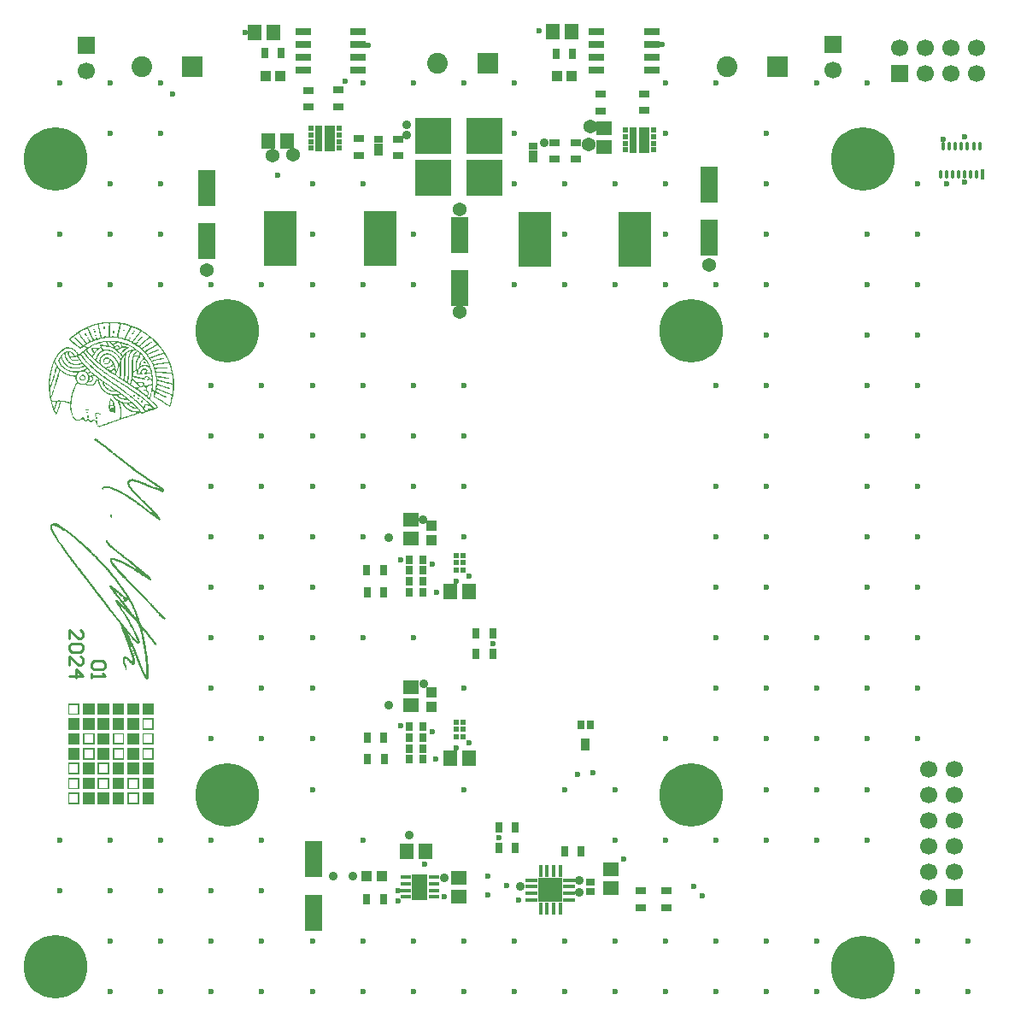
<source format=gbr>
%TF.GenerationSoftware,Altium Limited,Altium Designer,24.0.1 (36)*%
G04 Layer_Color=8388736*
%FSLAX25Y25*%
%MOIN*%
%TF.SameCoordinates,D5D63520-F272-4D0B-AB48-B6EDFC209223*%
%TF.FilePolarity,Negative*%
%TF.FileFunction,Soldermask,Top*%
%TF.Part,Single*%
G01*
G75*
%TA.AperFunction,NonConductor*%
%ADD61C,0.01063*%
%TA.AperFunction,SMDPad,CuDef*%
%ADD62O,0.01299X0.03937*%
%ADD63R,0.01299X0.03937*%
%ADD64R,0.06398X0.03150*%
%ADD65R,0.03150X0.03248*%
%TA.AperFunction,BGAPad,CuDef*%
%ADD66C,0.01378*%
%TA.AperFunction,SMDPad,CuDef*%
%ADD67R,0.01772X0.04528*%
%ADD68R,0.04528X0.01772*%
%ADD69R,0.09291X0.09291*%
%ADD70R,0.01968X0.02362*%
%ADD71R,0.06260X0.09843*%
%ADD72R,0.03937X0.01772*%
%ADD73R,0.03937X0.03150*%
%ADD74R,0.14173X0.14370*%
%ADD75R,0.03150X0.03937*%
%TA.AperFunction,BGAPad,CuDef*%
%ADD76R,0.02165X0.02165*%
%TA.AperFunction,SMDPad,CuDef*%
%ADD77R,0.04472X0.10039*%
%ADD78R,0.02606X0.10039*%
%ADD79R,0.12598X0.21654*%
%ADD80R,0.04291X0.04095*%
%ADD81R,0.03543X0.02953*%
%ADD82R,0.03543X0.04528*%
%ADD83R,0.06693X0.14173*%
%ADD84R,0.04331X0.04331*%
%ADD85R,0.06102X0.05512*%
%ADD86R,0.05512X0.06102*%
%ADD87R,0.04331X0.04331*%
%ADD88R,0.03071X0.03228*%
%ADD89R,0.03228X0.03071*%
%TA.AperFunction,ComponentPad*%
%ADD90R,0.08071X0.08071*%
%ADD91C,0.08071*%
%ADD92C,0.06693*%
%ADD93R,0.06693X0.06693*%
%ADD94R,0.06693X0.06693*%
%TA.AperFunction,ViaPad*%
%ADD95C,0.24803*%
%ADD96C,0.02362*%
%ADD97C,0.05394*%
%ADD98C,0.03543*%
G36*
X43075Y271076D02*
X43245Y271020D01*
X43471Y270963D01*
X44349Y270878D01*
X45425Y270708D01*
X46274Y270539D01*
X47633Y270199D01*
X48114Y270057D01*
X48652Y269859D01*
X48963Y269774D01*
X50124Y269350D01*
X50435Y269208D01*
X50718Y269095D01*
X51115Y268925D01*
X53096Y267906D01*
X53889Y267453D01*
X54002Y267340D01*
X54795Y266887D01*
X54908Y266774D01*
X55021Y266717D01*
X56323Y265755D01*
X56635Y265500D01*
X56720Y265415D01*
X56833Y265358D01*
X57060Y265132D01*
X57173Y265075D01*
X57399Y264849D01*
X57512Y264792D01*
X57739Y264565D01*
X57852Y264509D01*
X59466Y262895D01*
X59522Y262782D01*
X59805Y262499D01*
X59862Y262386D01*
X60145Y262103D01*
X60202Y261989D01*
X60428Y261763D01*
X60485Y261650D01*
X60655Y261480D01*
X60711Y261367D01*
X60881Y261197D01*
X60938Y261084D01*
X61476Y260376D01*
X61617Y260178D01*
X62014Y259555D01*
X62183Y259272D01*
X62410Y258875D01*
X62523Y258762D01*
X62749Y258366D01*
X63316Y257290D01*
X63882Y256101D01*
X63995Y255818D01*
X64165Y255422D01*
X64448Y254686D01*
X64505Y254459D01*
X64618Y254176D01*
X64788Y253610D01*
X65014Y252874D01*
X65071Y252648D01*
X65156Y252336D01*
X65269Y251883D01*
X65326Y251600D01*
X65382Y251260D01*
X65439Y251034D01*
X65496Y250751D01*
X65580Y249987D01*
X65637Y249760D01*
X65694Y249081D01*
X65779Y248826D01*
X65864Y248798D01*
X65807Y244551D01*
X65694Y244268D01*
X65609Y243391D01*
X65552Y242938D01*
X65439Y242315D01*
X65326Y241749D01*
X65269Y241409D01*
X65043Y240503D01*
X64986Y240220D01*
X64788Y239569D01*
X64731Y239342D01*
X64533Y238805D01*
X64476Y238522D01*
X64278Y238210D01*
X64137Y238125D01*
X63627Y238408D01*
X63514Y238522D01*
X63004Y238805D01*
X62551Y239088D01*
X61759Y239541D01*
X61419Y239767D01*
X61306Y239824D01*
X60909Y240050D01*
X60796Y240163D01*
X60060Y240560D01*
X59947Y240673D01*
X59437Y240956D01*
X59041Y241183D01*
X58418Y241579D01*
X58135Y241749D01*
X57767Y242003D01*
X57824Y243702D01*
X57767Y243872D01*
X57711Y244098D01*
X57569Y244297D01*
X57371Y244268D01*
X57258Y243872D01*
X57060Y242938D01*
X57003Y242711D01*
X56861Y242230D01*
X56635Y241494D01*
X56578Y241267D01*
X56635Y241098D01*
X57286Y240446D01*
X57399Y240390D01*
X57711Y240078D01*
X57767Y239965D01*
X57852Y239880D01*
X57937Y239852D01*
X57994Y239739D01*
X58786Y238946D01*
X58843Y238833D01*
X59239Y238437D01*
X59296Y238323D01*
X59522Y238097D01*
X59579Y237984D01*
X59692Y237701D01*
X59607Y237559D01*
X58900Y237304D01*
X58588Y237219D01*
X58305Y237106D01*
X57258Y236738D01*
X57031Y236682D01*
X56578Y236512D01*
X56097Y236370D01*
X55729Y236229D01*
X55474Y236144D01*
X54936Y235946D01*
X54625Y235860D01*
X54257Y235719D01*
X53776Y235578D01*
X53408Y235436D01*
X53040Y235408D01*
X52870Y235578D01*
X52643Y235634D01*
X51936Y235379D01*
X51709Y235323D01*
X51256Y235153D01*
X50945Y235068D01*
X50407Y234870D01*
X50096Y234785D01*
X49558Y234587D01*
X49246Y234502D01*
X48878Y234360D01*
X48397Y234219D01*
X48029Y234077D01*
X47548Y233936D01*
X47180Y233794D01*
X46698Y233652D01*
X46415Y233539D01*
X45000Y233086D01*
X44604Y232916D01*
X44377Y232860D01*
X44009Y232718D01*
X43047Y232379D01*
X42820Y232322D01*
X42367Y232152D01*
X41745Y231926D01*
X40782Y231586D01*
X40159Y231360D01*
X39367Y231076D01*
X39112Y230992D01*
X38602Y230765D01*
X38064Y230567D01*
X37753Y230482D01*
X37074Y230312D01*
X36677Y230142D01*
X36451Y230199D01*
X36338Y230312D01*
X36111Y230369D01*
X35743Y230624D01*
X35460Y231246D01*
X35347Y231982D01*
X35177Y232152D01*
X35120Y232265D01*
X34781Y232492D01*
X34526Y232577D01*
X33790Y232180D01*
X33507Y232067D01*
X33054Y232124D01*
X32742Y232379D01*
X32431Y232690D01*
X32261Y232747D01*
X32148Y232633D01*
X32035Y232577D01*
X31525Y232350D01*
X30902Y232407D01*
X30817Y232492D01*
X30704Y232775D01*
X30648Y233058D01*
X30393Y233426D01*
X30279Y233483D01*
X30110Y233539D01*
X29798Y233284D01*
X29657Y233143D01*
X29374Y232973D01*
X28751Y232690D01*
X28354Y232633D01*
X27732Y232690D01*
X27222Y232973D01*
X27052Y233143D01*
X26939Y233200D01*
X26741Y233398D01*
X26684Y233511D01*
X26515Y233681D01*
X26458Y233794D01*
X26231Y234134D01*
X26118Y234417D01*
X25892Y234926D01*
X25778Y235209D01*
X25495Y236342D01*
X25439Y236738D01*
X25382Y236965D01*
X25269Y238776D01*
X25212Y239286D01*
X24958Y239371D01*
X24731Y239427D01*
X24165Y239597D01*
X23514Y239739D01*
X22948Y239852D01*
X22183Y239937D01*
X21957Y239994D01*
X21702Y239909D01*
X21589Y239626D01*
X21504Y239258D01*
X21306Y238607D01*
X21249Y238380D01*
X21107Y238012D01*
X20966Y237531D01*
X20541Y236370D01*
X20315Y235804D01*
X20060Y235323D01*
X19862Y235068D01*
X19720Y235040D01*
X19522Y235181D01*
X18956Y236427D01*
X18730Y236993D01*
X18588Y237361D01*
X18531Y237587D01*
X18362Y237984D01*
X18305Y238210D01*
X18163Y238578D01*
X18079Y238890D01*
X18022Y239116D01*
X17852Y239682D01*
X17739Y240135D01*
X17654Y240503D01*
X17541Y240956D01*
X17371Y241975D01*
X17314Y242202D01*
X17173Y243362D01*
X17088Y244127D01*
X17031Y244353D01*
X16946Y244438D01*
X16974Y248599D01*
X17059Y248628D01*
X17116Y249194D01*
X17173Y249590D01*
X17258Y250298D01*
X17371Y251034D01*
X17427Y251317D01*
X17484Y251543D01*
X17541Y251883D01*
X17597Y252166D01*
X17654Y252393D01*
X17739Y252704D01*
X17852Y253157D01*
X18079Y253950D01*
X18192Y254233D01*
X18503Y255110D01*
X18730Y255677D01*
X18871Y255988D01*
X19607Y257403D01*
X19834Y257800D01*
X20117Y258196D01*
X20173Y258309D01*
X20570Y258819D01*
X20683Y258932D01*
X20740Y259045D01*
X20966Y259272D01*
X21023Y259385D01*
X21447Y259810D01*
X21561Y259866D01*
X21900Y260206D01*
X22013Y260263D01*
X22410Y260546D01*
X23372Y260999D01*
X24052Y261169D01*
X24759Y261197D01*
X25212Y261140D01*
X25665Y261027D01*
X25948Y260914D01*
X26826Y260432D01*
X26996Y260263D01*
X27109Y260206D01*
X27335Y259980D01*
X27449Y259923D01*
X27590Y259781D01*
X27619Y259696D01*
X27732Y259640D01*
X28015Y259300D01*
X28100Y259215D01*
X28156Y259102D01*
X28326Y258932D01*
X28496Y258649D01*
X28864Y258621D01*
X29091Y258847D01*
X29374Y259017D01*
X29487Y259130D01*
X29600Y259187D01*
X30110Y259583D01*
X30817Y260121D01*
X30902Y260206D01*
X31016Y260263D01*
X31185Y260432D01*
X31299Y260489D01*
X31610Y260744D01*
X31723Y260857D01*
X31667Y261027D01*
X31355Y261112D01*
X31129Y261169D01*
X30733Y261225D01*
X30166Y261169D01*
X29996Y261112D01*
X29147Y260716D01*
X28977Y260772D01*
X28949Y260801D01*
X28864Y260885D01*
X28751Y260942D01*
X28524Y261169D01*
X28411Y261225D01*
X28071Y261565D01*
X27958Y261621D01*
X27732Y261848D01*
X27619Y261905D01*
X27392Y262131D01*
X27279Y262188D01*
X27052Y262414D01*
X26939Y262471D01*
X26713Y262697D01*
X26599Y262754D01*
X26373Y262980D01*
X26260Y263037D01*
X26033Y263263D01*
X25920Y263320D01*
X25694Y263546D01*
X25580Y263603D01*
X25410Y263773D01*
X25297Y263829D01*
X25014Y264113D01*
X24901Y264169D01*
X24816Y264424D01*
X24873Y264537D01*
X25184Y264849D01*
X25297Y264905D01*
X25580Y265188D01*
X25665Y265217D01*
X25722Y265330D01*
X26061Y265556D01*
X26203Y265698D01*
X26316Y265755D01*
X26486Y265924D01*
X26599Y265981D01*
X26769Y266151D01*
X26882Y266207D01*
X27194Y266462D01*
X27534Y266689D01*
X27619Y266774D01*
X27732Y266830D01*
X28128Y267113D01*
X28241Y267170D01*
X28354Y267283D01*
X29544Y267963D01*
X29657Y268076D01*
X30025Y268217D01*
X30110Y268302D01*
X31525Y268982D01*
X31638Y269038D01*
X32035Y269208D01*
X32544Y269435D01*
X33280Y269718D01*
X33818Y269916D01*
X34299Y270057D01*
X34865Y270227D01*
X35092Y270284D01*
X35488Y270397D01*
X35800Y270482D01*
X36026Y270539D01*
X36366Y270595D01*
X36592Y270652D01*
X37159Y270765D01*
X37498Y270822D01*
X37951Y270878D01*
X38461Y270935D01*
X38999Y271020D01*
X39055Y271133D01*
X43075Y271076D01*
D02*
G37*
G36*
X35337Y225787D02*
X35370Y225754D01*
X35393Y225710D01*
X35459Y225666D01*
X35481Y225622D01*
X35559Y225566D01*
X35603Y225500D01*
X35647Y225478D01*
X35680Y225445D01*
X35702Y225400D01*
X35868Y225367D01*
X35934Y225279D01*
X35979Y225256D01*
X36045Y225168D01*
X36189Y225157D01*
X36211Y225113D01*
X36687Y224637D01*
X36830Y224626D01*
X36852Y224582D01*
X37184Y224250D01*
X37195Y224217D01*
X37350Y224195D01*
X37383Y224162D01*
X37394Y224129D01*
X37438Y224106D01*
X37494Y224051D01*
X37505Y224018D01*
X37549Y223996D01*
X37604Y223941D01*
X37615Y223907D01*
X37660Y223885D01*
X37803Y223742D01*
X37826Y223697D01*
X37991Y223664D01*
X38025Y223631D01*
X38047Y223587D01*
X38113Y223542D01*
X38135Y223498D01*
X38168Y223465D01*
X38323Y223443D01*
X38379Y223365D01*
X38423Y223343D01*
X38445Y223299D01*
X38478Y223266D01*
X38633Y223244D01*
X38743Y223111D01*
X38810Y223045D01*
X38976Y223056D01*
X39053Y223023D01*
X39086Y222990D01*
X39097Y222956D01*
X39141Y222934D01*
X39197Y222879D01*
X39208Y222846D01*
X39252Y222824D01*
X39307Y222768D01*
X39318Y222735D01*
X39363Y222713D01*
X39396Y222680D01*
X39407Y222647D01*
X39451Y222625D01*
X39507Y222569D01*
X39518Y222536D01*
X39562Y222514D01*
X39617Y222459D01*
X39628Y222426D01*
X39672Y222403D01*
X39728Y222348D01*
X39739Y222315D01*
X39783Y222293D01*
X39838Y222237D01*
X39849Y222204D01*
X39893Y222182D01*
X39927Y222149D01*
X39938Y222116D01*
X39982Y222094D01*
X40037Y222039D01*
X40059Y221994D01*
X40225Y221961D01*
X40281Y221884D01*
X40347Y221839D01*
X40369Y221795D01*
X40535Y221762D01*
X40590Y221685D01*
X40623Y221651D01*
X40657Y221640D01*
X40679Y221596D01*
X40712Y221563D01*
X40756Y221541D01*
X40811Y221463D01*
X40878Y221419D01*
X40900Y221375D01*
X40933Y221342D01*
X41077Y221331D01*
X41099Y221287D01*
X41154Y221231D01*
X41187Y221220D01*
X41210Y221065D01*
X41243Y221032D01*
X41287Y221010D01*
X41353Y220922D01*
X41497Y220911D01*
X41519Y220866D01*
X41884Y220501D01*
X42017Y220479D01*
X42382Y220114D01*
X42393Y220081D01*
X42548Y220059D01*
X42581Y220026D01*
X42603Y219982D01*
X42691Y219915D01*
X42702Y219882D01*
X42747Y219860D01*
X42802Y219805D01*
X42813Y219772D01*
X42857Y219749D01*
X42913Y219694D01*
X42924Y219661D01*
X42968Y219639D01*
X43001Y219606D01*
X43023Y219561D01*
X43189Y219528D01*
X43222Y219495D01*
X43244Y219451D01*
X43311Y219407D01*
X43333Y219362D01*
X43366Y219329D01*
X43410Y219307D01*
X43477Y219219D01*
X43620Y219208D01*
X43642Y219163D01*
X43698Y219108D01*
X43731Y219097D01*
X43753Y219053D01*
X43786Y219020D01*
X43930Y219008D01*
X43952Y218964D01*
X44228Y218688D01*
X44361Y218666D01*
X44815Y218212D01*
X44826Y218179D01*
X45003Y218135D01*
X45047Y218069D01*
X45091Y218046D01*
X45124Y218013D01*
X45146Y217969D01*
X45312Y217936D01*
X45368Y217858D01*
X45434Y217814D01*
X45456Y217770D01*
X45489Y217737D01*
X45533Y217715D01*
X45589Y217637D01*
X45744Y217615D01*
X45766Y217571D01*
X45821Y217515D01*
X45854Y217505D01*
X45876Y217460D01*
X45932Y217405D01*
X45965Y217394D01*
X45987Y217350D01*
X46020Y217317D01*
X46164Y217305D01*
X46186Y217261D01*
X46971Y216476D01*
X47104Y216454D01*
X47137Y216421D01*
X47159Y216376D01*
X47325Y216343D01*
X47358Y216310D01*
X47380Y216266D01*
X47458Y216211D01*
X47502Y216144D01*
X47546Y216122D01*
X47579Y216089D01*
X47590Y216056D01*
X47635Y216034D01*
X47668Y216001D01*
X47690Y215956D01*
X47856Y215923D01*
X47889Y215890D01*
X47911Y215846D01*
X47977Y215802D01*
X47999Y215757D01*
X48033Y215724D01*
X48077Y215702D01*
X48132Y215624D01*
X48298Y215591D01*
X48353Y215514D01*
X48397Y215492D01*
X48420Y215448D01*
X48475Y215392D01*
X48508Y215381D01*
X48530Y215337D01*
X48586Y215282D01*
X48619Y215271D01*
X48641Y215226D01*
X48674Y215193D01*
X48818Y215182D01*
X48840Y215138D01*
X48950Y215027D01*
X48961Y214994D01*
X49139Y214950D01*
X49172Y214917D01*
X49183Y214884D01*
X49227Y214861D01*
X49371Y214718D01*
X49393Y214673D01*
X49559Y214640D01*
X49592Y214607D01*
X49614Y214563D01*
X49780Y214530D01*
X49835Y214452D01*
X49902Y214408D01*
X49924Y214364D01*
X49957Y214331D01*
X49990Y214320D01*
X50012Y214275D01*
X50045Y214242D01*
X50090Y214220D01*
X50156Y214132D01*
X50200Y214109D01*
X50266Y214021D01*
X50311Y213999D01*
X50377Y213910D01*
X50521Y213899D01*
X50543Y213855D01*
X50908Y213490D01*
X51052Y213479D01*
X51085Y213402D01*
X51262Y213357D01*
X51295Y213324D01*
X51306Y213291D01*
X51350Y213269D01*
X51494Y213125D01*
X51516Y213081D01*
X51682Y213048D01*
X51715Y213015D01*
X51737Y212970D01*
X51804Y212926D01*
X51826Y212882D01*
X51859Y212849D01*
X51903Y212827D01*
X51947Y212760D01*
X52102Y212738D01*
X52135Y212705D01*
X52157Y212661D01*
X52191Y212628D01*
X52224Y212617D01*
X52246Y212572D01*
X52279Y212539D01*
X52323Y212517D01*
X52390Y212429D01*
X52434Y212406D01*
X52500Y212318D01*
X52644Y212307D01*
X52666Y212263D01*
X52699Y212230D01*
X52832Y212207D01*
X52998Y212042D01*
X53009Y212008D01*
X53164Y211986D01*
X53197Y211953D01*
X53208Y211920D01*
X53252Y211898D01*
X53307Y211842D01*
X53330Y211798D01*
X53496Y211765D01*
X53540Y211699D01*
X53584Y211677D01*
X53617Y211643D01*
X53639Y211599D01*
X53805Y211566D01*
X53860Y211489D01*
X53927Y211444D01*
X53949Y211400D01*
X53982Y211367D01*
X54026Y211345D01*
X54082Y211267D01*
X54236Y211245D01*
X54259Y211201D01*
X54513Y210947D01*
X54646Y210925D01*
X54679Y210892D01*
X54701Y210847D01*
X54867Y210814D01*
X54900Y210781D01*
X54911Y210748D01*
X54955Y210726D01*
X55010Y210670D01*
X55022Y210637D01*
X55066Y210615D01*
X55099Y210582D01*
X55121Y210538D01*
X55287Y210504D01*
X55320Y210471D01*
X55342Y210427D01*
X55409Y210383D01*
X55431Y210338D01*
X55464Y210305D01*
X55619Y210283D01*
X55685Y210195D01*
X55729Y210173D01*
X55774Y210106D01*
X55928Y210084D01*
X55984Y210007D01*
X56105Y209885D01*
X56238Y209863D01*
X56603Y209498D01*
X56614Y209465D01*
X56769Y209443D01*
X56802Y209410D01*
X56824Y209365D01*
X56913Y209299D01*
X56935Y209255D01*
X57101Y209244D01*
X57123Y209266D01*
X57222Y209211D01*
X57244Y209166D01*
X57278Y209133D01*
X57311Y209122D01*
X57333Y209078D01*
X57366Y209045D01*
X57521Y209023D01*
X57631Y208890D01*
X57919Y208602D01*
X58107Y208613D01*
X58173Y208569D01*
X58195Y208525D01*
X58284Y208459D01*
X58306Y208414D01*
X58472Y208381D01*
X58505Y208348D01*
X58527Y208304D01*
X58593Y208260D01*
X58616Y208215D01*
X58649Y208182D01*
X58903Y208171D01*
X58925Y208127D01*
X59091Y207961D01*
X59124Y207950D01*
X59146Y207795D01*
X59180Y207762D01*
X59423Y207740D01*
X59677Y207485D01*
X59688Y207452D01*
X59843Y207430D01*
X59876Y207397D01*
X59898Y207353D01*
X59976Y207297D01*
X60020Y207231D01*
X60064Y207209D01*
X60097Y207176D01*
X60120Y207132D01*
X60197Y207076D01*
X60241Y207010D01*
X60396Y206988D01*
X60440Y206921D01*
X60484Y206899D01*
X60518Y206866D01*
X60540Y206822D01*
X60706Y206789D01*
X60816Y206656D01*
X60883Y206590D01*
X60916Y206579D01*
X60938Y206534D01*
X60993Y206479D01*
X61203Y206490D01*
X61579Y206114D01*
X61590Y205970D01*
X61635Y205948D01*
X61690Y205893D01*
X61701Y205860D01*
X61856Y205838D01*
X61911Y205782D01*
X61922Y205749D01*
X61966Y205727D01*
X61999Y205694D01*
X61977Y205340D01*
X61900Y205285D01*
X61856Y205218D01*
X61812Y205196D01*
X61778Y205163D01*
X61756Y205119D01*
X61679Y205064D01*
X61635Y204997D01*
X61590Y204975D01*
X61535Y204898D01*
X61469Y204854D01*
X61447Y204809D01*
X61347Y204776D01*
X61281Y204798D01*
X61004Y204787D01*
X60938Y204831D01*
X60916Y204876D01*
X60838Y204931D01*
X60794Y204997D01*
X60529Y205019D01*
X60474Y205097D01*
X60319Y205119D01*
X60296Y205163D01*
X60241Y205218D01*
X60075Y205207D01*
X59998Y205241D01*
X59943Y205318D01*
X59876Y205362D01*
X59854Y205406D01*
X59755Y205440D01*
X59666Y205417D01*
X59578Y205440D01*
X59511Y205528D01*
X59047Y205550D01*
X58981Y205639D01*
X58737Y205661D01*
X58593Y205804D01*
X58582Y205838D01*
X58494Y205860D01*
X58361Y205838D01*
X58284Y205893D01*
X58262Y205937D01*
X58162Y205970D01*
X58096Y205948D01*
X57786Y205970D01*
X57753Y206004D01*
X57731Y206048D01*
X57565Y206081D01*
X57532Y206114D01*
X57510Y206158D01*
X57443Y206203D01*
X57421Y206247D01*
X57388Y206280D01*
X57200Y206269D01*
X57134Y206291D01*
X57112Y206335D01*
X57056Y206391D01*
X56913Y206402D01*
X56879Y206479D01*
X56791Y206501D01*
X56725Y206479D01*
X56503Y206501D01*
X56437Y206590D01*
X56083Y206612D01*
X56050Y206645D01*
X56028Y206689D01*
X55940Y206756D01*
X55917Y206800D01*
X55774Y206811D01*
X55729Y206789D01*
X55630Y206844D01*
X55608Y206888D01*
X55575Y206921D01*
X55541Y206932D01*
X55519Y206977D01*
X55486Y207010D01*
X55398Y207032D01*
X55331Y207010D01*
X55243Y207032D01*
X54988Y207286D01*
X54966Y207331D01*
X54800Y207364D01*
X54767Y207397D01*
X54745Y207441D01*
X54513Y207452D01*
X54447Y207430D01*
X54369Y207463D01*
X54336Y207541D01*
X54181Y207563D01*
X54126Y207618D01*
X54115Y207651D01*
X53960Y207673D01*
X53927Y207707D01*
X53905Y207751D01*
X53440Y207773D01*
X53285Y207928D01*
X53274Y207961D01*
X53186Y207983D01*
X53053Y207961D01*
X52976Y208016D01*
X52954Y208061D01*
X52854Y208094D01*
X52788Y208071D01*
X52677Y208094D01*
X52622Y208171D01*
X52268Y208193D01*
X52191Y208293D01*
X52146Y208315D01*
X52080Y208403D01*
X51892Y208392D01*
X51826Y208414D01*
X51804Y208459D01*
X51638Y208625D01*
X51416Y208602D01*
X50996Y208625D01*
X50941Y208680D01*
X50930Y208713D01*
X50665Y208691D01*
X50609Y208613D01*
X50576Y208602D01*
X50521Y208658D01*
X50499Y208702D01*
X50377Y208823D01*
X50134Y208846D01*
X50100Y208879D01*
X50078Y208923D01*
X49935Y208934D01*
X49890Y208912D01*
X49791Y208967D01*
X49769Y209012D01*
X49736Y209045D01*
X49072Y209023D01*
X49017Y208945D01*
X48984Y208912D01*
X48950Y208901D01*
X48928Y208857D01*
X48895Y208823D01*
X48541Y208801D01*
X48508Y208768D01*
X48486Y208724D01*
X48420Y208680D01*
X48397Y208591D01*
X48420Y208525D01*
X48397Y208414D01*
X48320Y208359D01*
X48309Y207906D01*
X48342Y207873D01*
X48386Y207850D01*
X48420Y207817D01*
X48431Y207673D01*
X48475Y207651D01*
X48530Y207596D01*
X48519Y207497D01*
X48541Y207452D01*
X48619Y207419D01*
X48641Y207264D01*
X48674Y207231D01*
X48718Y207209D01*
X48751Y207043D01*
X48785Y207010D01*
X48829Y206988D01*
X48862Y206822D01*
X48939Y206767D01*
X48984Y206700D01*
X49028Y206678D01*
X49061Y206645D01*
X49050Y206545D01*
X49072Y206501D01*
X49116Y206479D01*
X49172Y206424D01*
X49183Y206391D01*
X49338Y206368D01*
X49371Y206335D01*
X49393Y206291D01*
X49470Y206236D01*
X49514Y206170D01*
X49559Y206147D01*
X49592Y206114D01*
X49570Y205915D01*
X50012Y205473D01*
X50034Y205340D01*
X50067Y205307D01*
X50100Y205296D01*
X50123Y205252D01*
X51018Y204356D01*
X51063Y204334D01*
X51096Y204168D01*
X51262Y204135D01*
X51317Y204057D01*
X51383Y204013D01*
X51405Y203858D01*
X51439Y203825D01*
X51483Y203803D01*
X51527Y203737D01*
X51682Y203714D01*
X51770Y203604D01*
X51804Y203593D01*
X51826Y203438D01*
X51859Y203405D01*
X51903Y203383D01*
X51969Y203294D01*
X52113Y203283D01*
X52135Y203239D01*
X52721Y202653D01*
X52755Y202642D01*
X52777Y202575D01*
X52755Y202509D01*
X52810Y202454D01*
X52965Y202432D01*
X53020Y202354D01*
X53672Y201702D01*
X53805Y201680D01*
X54059Y201425D01*
X54071Y201392D01*
X54225Y201370D01*
X54259Y201337D01*
X54270Y201304D01*
X54314Y201282D01*
X54369Y201226D01*
X54380Y201193D01*
X54424Y201171D01*
X54480Y201116D01*
X54491Y201082D01*
X54535Y201060D01*
X54590Y201005D01*
X54601Y200972D01*
X54646Y200950D01*
X54679Y200917D01*
X54701Y200762D01*
X54867Y200729D01*
X54900Y200695D01*
X54911Y200662D01*
X54955Y200640D01*
X54988Y200607D01*
X55010Y200452D01*
X55088Y200397D01*
X56802Y198683D01*
X56824Y198639D01*
X56990Y198605D01*
X57023Y198572D01*
X57034Y198539D01*
X57078Y198517D01*
X57112Y198484D01*
X57134Y198329D01*
X57211Y198274D01*
X57443Y198041D01*
X57465Y197909D01*
X57587Y197787D01*
X57720Y197765D01*
X58173Y197312D01*
X58195Y197157D01*
X58361Y197124D01*
X58505Y196980D01*
X58494Y196880D01*
X58759Y196615D01*
X58892Y196593D01*
X59346Y196139D01*
X59368Y195896D01*
X59401Y195863D01*
X59434Y195852D01*
X59456Y195808D01*
X59511Y195752D01*
X59545Y195741D01*
X59567Y195653D01*
X59545Y195631D01*
X59600Y195553D01*
X59644Y195531D01*
X59699Y195454D01*
X59766Y195410D01*
X59788Y195365D01*
X59821Y195332D01*
X59865Y195310D01*
X59909Y195244D01*
X59954Y195221D01*
X59987Y195188D01*
X60009Y195144D01*
X60086Y195089D01*
X60097Y195011D01*
X60075Y194989D01*
X60131Y194912D01*
X60175Y194890D01*
X60208Y194857D01*
X60219Y194823D01*
X60263Y194801D01*
X60296Y194768D01*
X60319Y194525D01*
X60374Y194469D01*
X60407Y194458D01*
X60385Y194082D01*
X60308Y194027D01*
X60286Y193983D01*
X60241Y193961D01*
X60186Y193905D01*
X60175Y193872D01*
X60131Y193850D01*
X60075Y193795D01*
X60064Y193762D01*
X59976Y193740D01*
X59909Y193762D01*
X59876Y193795D01*
X59854Y193839D01*
X59777Y193895D01*
X59733Y193961D01*
X59578Y193983D01*
X59545Y194016D01*
X59522Y194060D01*
X59456Y194105D01*
X59434Y194149D01*
X59401Y194182D01*
X59301Y194171D01*
X59235Y194215D01*
X59213Y194259D01*
X59180Y194293D01*
X59146Y194304D01*
X59124Y194348D01*
X59091Y194381D01*
X58936Y194403D01*
X58881Y194481D01*
X58560Y194801D01*
X58428Y194823D01*
X57952Y195299D01*
X57941Y195332D01*
X57853Y195354D01*
X57764Y195332D01*
X57676Y195354D01*
X57643Y195387D01*
X57620Y195432D01*
X57532Y195498D01*
X57510Y195542D01*
X57443Y195586D01*
X57421Y195631D01*
X57388Y195664D01*
X57344Y195686D01*
X57278Y195774D01*
X57233Y195797D01*
X57189Y195863D01*
X57034Y195885D01*
X56979Y195962D01*
X56946Y195996D01*
X56913Y196007D01*
X56890Y196051D01*
X56857Y196084D01*
X56703Y196106D01*
X56647Y196184D01*
X56216Y196615D01*
X56083Y196637D01*
X55829Y196891D01*
X55818Y196924D01*
X55663Y196947D01*
X55630Y196980D01*
X55608Y197024D01*
X55530Y197079D01*
X55486Y197146D01*
X55331Y197168D01*
X55276Y197245D01*
X55210Y197289D01*
X55187Y197334D01*
X55154Y197367D01*
X55000Y197389D01*
X54944Y197466D01*
X54878Y197511D01*
X54889Y197610D01*
X54845Y197677D01*
X54800Y197699D01*
X54745Y197776D01*
X54601Y197787D01*
X54557Y197765D01*
X54480Y197798D01*
X54458Y197842D01*
X54093Y198207D01*
X53960Y198229D01*
X53595Y198594D01*
X53584Y198627D01*
X53429Y198650D01*
X53396Y198683D01*
X53374Y198727D01*
X53297Y198782D01*
X53252Y198849D01*
X53097Y198871D01*
X53042Y198948D01*
X52976Y198993D01*
X52954Y199037D01*
X52876Y199092D01*
X52832Y199158D01*
X52788Y199180D01*
X52755Y199214D01*
X52732Y199258D01*
X52567Y199291D01*
X52511Y199369D01*
X52467Y199391D01*
X52445Y199435D01*
X52390Y199490D01*
X52356Y199501D01*
X52334Y199545D01*
X52279Y199601D01*
X52246Y199612D01*
X52224Y199656D01*
X52191Y199689D01*
X51947Y199711D01*
X51582Y200076D01*
X51571Y200109D01*
X51416Y200132D01*
X51383Y200165D01*
X51361Y200209D01*
X51284Y200264D01*
X51262Y200419D01*
X51218Y200441D01*
X51162Y200496D01*
X51151Y200530D01*
X51063Y200552D01*
X50930Y200530D01*
X50853Y200585D01*
X50830Y200629D01*
X50742Y200695D01*
X50720Y200740D01*
X50554Y200773D01*
X50499Y200850D01*
X50432Y200894D01*
X50410Y200939D01*
X50377Y200972D01*
X50233Y200983D01*
X50211Y201027D01*
X49846Y201392D01*
X49603Y201414D01*
X49570Y201448D01*
X49548Y201492D01*
X49481Y201536D01*
X49459Y201580D01*
X49382Y201636D01*
X49338Y201702D01*
X49183Y201724D01*
X49150Y201757D01*
X49127Y201801D01*
X48961Y201835D01*
X48873Y201945D01*
X48840Y201956D01*
X48818Y202000D01*
X48785Y202034D01*
X48597Y202023D01*
X48519Y202078D01*
X48497Y202122D01*
X48453Y202144D01*
X48199Y202398D01*
X48176Y202443D01*
X48011Y202476D01*
X47977Y202509D01*
X47955Y202553D01*
X47889Y202598D01*
X47867Y202642D01*
X47833Y202675D01*
X47679Y202697D01*
X47623Y202775D01*
X47557Y202819D01*
X47535Y202863D01*
X47369Y202896D01*
X47314Y202974D01*
X47192Y203095D01*
X47048Y203106D01*
X47015Y203184D01*
X46838Y203228D01*
X46805Y203261D01*
X46794Y203294D01*
X46639Y203316D01*
X46606Y203349D01*
X46584Y203394D01*
X46495Y203460D01*
X46473Y203504D01*
X46208Y203526D01*
X46108Y203648D01*
X46020Y203737D01*
X45876Y203748D01*
X45854Y203792D01*
X45744Y203903D01*
X45732Y203936D01*
X45578Y203958D01*
X45544Y203991D01*
X45522Y204035D01*
X45356Y204068D01*
X45323Y204101D01*
X45301Y204146D01*
X45135Y204179D01*
X45069Y204267D01*
X44925Y204278D01*
X44903Y204323D01*
X44870Y204356D01*
X44737Y204378D01*
X44538Y204577D01*
X44295Y204599D01*
X44262Y204632D01*
X44240Y204677D01*
X44173Y204721D01*
X44151Y204765D01*
X44118Y204798D01*
X43908Y204787D01*
X43863Y204809D01*
X43841Y204854D01*
X43698Y204997D01*
X43454Y205019D01*
X43421Y205053D01*
X43399Y205097D01*
X43322Y205152D01*
X43277Y205218D01*
X42813Y205241D01*
X42780Y205274D01*
X42769Y205307D01*
X42592Y205351D01*
X42548Y205417D01*
X42393Y205440D01*
X42360Y205473D01*
X42337Y205517D01*
X42172Y205550D01*
X42116Y205628D01*
X41762Y205650D01*
X41718Y205694D01*
X41696Y205738D01*
X41530Y205771D01*
X41475Y205849D01*
X41353Y205860D01*
X41287Y205838D01*
X41210Y205871D01*
X41187Y205915D01*
X41154Y205948D01*
X41066Y205970D01*
X40999Y205948D01*
X40911Y205970D01*
X40878Y206004D01*
X40856Y206048D01*
X40767Y206114D01*
X40745Y206158D01*
X40369Y206181D01*
X40292Y206280D01*
X39728Y206291D01*
X39706Y206335D01*
X39650Y206391D01*
X38566Y206368D01*
X38511Y206291D01*
X38379Y206269D01*
X38257Y206147D01*
X38224Y206136D01*
X38201Y205981D01*
X38168Y205948D01*
X38124Y205926D01*
X38091Y205760D01*
X38025Y205716D01*
X37991Y205639D01*
X37925Y205661D01*
X37892Y205694D01*
X37870Y205738D01*
X37803Y205782D01*
X37781Y205937D01*
X37693Y206004D01*
X37715Y206358D01*
X37748Y206391D01*
X37792Y206413D01*
X37826Y206579D01*
X37903Y206634D01*
X37947Y206700D01*
X38102Y206722D01*
X38157Y206800D01*
X38224Y206844D01*
X38246Y206888D01*
X38279Y206921D01*
X38323Y206944D01*
X38367Y207010D01*
X38456Y207032D01*
X38522Y207010D01*
X38943Y207032D01*
X38998Y207109D01*
X39982Y207120D01*
X40037Y207065D01*
X40048Y207032D01*
X40137Y207010D01*
X40391Y207021D01*
X40457Y206977D01*
X40480Y206932D01*
X40579Y206899D01*
X40646Y206921D01*
X40734Y206899D01*
X40789Y206844D01*
X40800Y206811D01*
X40900Y206800D01*
X41044Y206811D01*
X41099Y206756D01*
X41121Y206711D01*
X41287Y206678D01*
X41353Y206590D01*
X41497Y206579D01*
X41519Y206534D01*
X41574Y206479D01*
X41984Y206490D01*
X42050Y206446D01*
X42072Y206402D01*
X42172Y206368D01*
X42238Y206391D01*
X42326Y206368D01*
X42382Y206313D01*
X42393Y206280D01*
X42470Y206269D01*
X42636Y206280D01*
X42691Y206225D01*
X42713Y206181D01*
X42780Y206136D01*
X42802Y206092D01*
X42835Y206059D01*
X43089Y206048D01*
X43112Y206004D01*
X43167Y205948D01*
X43299Y205926D01*
X43333Y205893D01*
X43344Y205860D01*
X43432Y205838D01*
X43521Y205860D01*
X43609Y205838D01*
X43642Y205804D01*
X43665Y205760D01*
X43753Y205694D01*
X43775Y205650D01*
X44129Y205628D01*
X44284Y205473D01*
X44295Y205440D01*
X44472Y205395D01*
X44516Y205329D01*
X44671Y205307D01*
X44704Y205274D01*
X44726Y205229D01*
X44792Y205185D01*
X44815Y205141D01*
X44848Y205108D01*
X44892Y205086D01*
X44947Y205008D01*
X45113Y204975D01*
X45168Y204898D01*
X45290Y204887D01*
X45356Y204909D01*
X45401Y204887D01*
X45456Y204831D01*
X45467Y204798D01*
X45622Y204776D01*
X45655Y204743D01*
X45677Y204699D01*
X45766Y204632D01*
X45788Y204588D01*
X45954Y204555D01*
X46009Y204478D01*
X46175Y204444D01*
X46230Y204367D01*
X46385Y204345D01*
X46407Y204301D01*
X46518Y204190D01*
X46529Y204157D01*
X46683Y204135D01*
X46717Y204101D01*
X46739Y204057D01*
X46905Y204024D01*
X46938Y203991D01*
X46960Y203947D01*
X47126Y203913D01*
X47192Y203825D01*
X47236Y203803D01*
X47281Y203737D01*
X47435Y203714D01*
X47502Y203626D01*
X47657Y203604D01*
X47701Y203515D01*
X47856Y203493D01*
X47889Y203460D01*
X47900Y203427D01*
X47944Y203405D01*
X47999Y203349D01*
X48011Y203316D01*
X48099Y203294D01*
X48121D01*
X48187Y203272D01*
X48232Y203206D01*
X48276Y203184D01*
X48309Y203151D01*
X48331Y203106D01*
X48420Y203084D01*
X48586Y203095D01*
X48619Y203062D01*
X48641Y203018D01*
X48696Y202962D01*
X48729Y202951D01*
X48751Y202907D01*
X48785Y202874D01*
X48928Y202863D01*
X48950Y202819D01*
X49061Y202708D01*
X49072Y202675D01*
X49227Y202653D01*
X49371Y202509D01*
X49393Y202465D01*
X49559Y202432D01*
X49592Y202398D01*
X49614Y202354D01*
X49680Y202310D01*
X49702Y202266D01*
X49736Y202233D01*
X49890Y202210D01*
X49946Y202133D01*
X50012Y202089D01*
X50034Y202045D01*
X50100Y202000D01*
X50123Y201956D01*
X50156Y201923D01*
X50200Y201901D01*
X50266Y201812D01*
X50410Y201801D01*
X50432Y201757D01*
X50598Y201591D01*
X50631Y201580D01*
X50653Y201536D01*
X50687Y201503D01*
X50819Y201481D01*
X51074Y201226D01*
X51085Y201193D01*
X51262Y201149D01*
X51295Y201116D01*
X51306Y201082D01*
X51350Y201060D01*
X51383Y201027D01*
X51405Y200983D01*
X51571Y200950D01*
X51604Y200917D01*
X51627Y200872D01*
X51704Y200817D01*
X51748Y200751D01*
X51903Y200729D01*
X51969Y200640D01*
X52014Y200618D01*
X52058Y200552D01*
X52213Y200530D01*
X52301Y200419D01*
X52334Y200408D01*
X52356Y200253D01*
X52390Y200220D01*
X52533Y200209D01*
X52556Y200165D01*
X52611Y200109D01*
X52755Y200098D01*
X52777Y200054D01*
X52998Y199833D01*
X53009Y199800D01*
X53164Y199778D01*
X53197Y199744D01*
X53219Y199700D01*
X53385Y199667D01*
X53440Y199590D01*
X53507Y199545D01*
X53529Y199501D01*
X53606Y199446D01*
X53650Y199380D01*
X53805Y199357D01*
X53860Y199280D01*
X53927Y199236D01*
X53949Y199191D01*
X53982Y199158D01*
X54026Y199136D01*
X54082Y199059D01*
X54126Y199037D01*
X54148Y198993D01*
X54203Y198937D01*
X54236Y198926D01*
X54259Y198882D01*
X54314Y198827D01*
X54347Y198816D01*
X54369Y198771D01*
X54402Y198738D01*
X54447Y198716D01*
X54513Y198627D01*
X54657Y198617D01*
X54679Y198572D01*
X54822Y198428D01*
X54955Y198406D01*
X55121Y198240D01*
X55132Y198207D01*
X55287Y198185D01*
X55320Y198152D01*
X55331Y198119D01*
X55375Y198097D01*
X55431Y198041D01*
X55442Y198008D01*
X55486Y197986D01*
X55541Y197931D01*
X55552Y197898D01*
X55597Y197875D01*
X55652Y197820D01*
X55663Y197787D01*
X55707Y197765D01*
X55740Y197732D01*
X55762Y197688D01*
X55840Y197632D01*
X55862Y197588D01*
X55906Y197566D01*
X55962Y197511D01*
X55973Y197477D01*
X56017Y197455D01*
X56050Y197422D01*
X56072Y197378D01*
X56238Y197345D01*
X56271Y197312D01*
X56293Y197267D01*
X56371Y197212D01*
X56415Y197146D01*
X56459Y197124D01*
X56515Y197046D01*
X56581Y197002D01*
X56603Y196958D01*
X56636Y196924D01*
X56791Y196902D01*
X56846Y196825D01*
X56890Y196803D01*
X56913Y196759D01*
X56968Y196703D01*
X57001Y196692D01*
X57023Y196648D01*
X57056Y196615D01*
X57300Y196593D01*
X57554Y196338D01*
X57565Y196305D01*
X57653Y196283D01*
X57742Y196305D01*
X57886Y196294D01*
X57952Y196316D01*
X57974Y196405D01*
X57952Y196471D01*
X57366Y197057D01*
X57333Y197068D01*
X57311Y197223D01*
X57278Y197256D01*
X57233Y197278D01*
X57167Y197367D01*
X57134Y197378D01*
X57112Y197422D01*
X57056Y197477D01*
X57023Y197488D01*
X57001Y197533D01*
X56968Y197566D01*
X56813Y197588D01*
X56758Y197665D01*
X56636Y197787D01*
X56592Y197809D01*
X56559Y197975D01*
X56526Y198008D01*
X56492Y198019D01*
X56470Y198064D01*
X56415Y198119D01*
X56382Y198130D01*
X56360Y198174D01*
X56327Y198207D01*
X56172Y198229D01*
X56105Y198318D01*
X56061Y198340D01*
X56028Y198506D01*
X55995Y198539D01*
X55962Y198550D01*
X55940Y198594D01*
X55884Y198650D01*
X55851Y198661D01*
X55829Y198705D01*
X55796Y198738D01*
X55752Y198760D01*
X55696Y198838D01*
X55630Y198882D01*
X55608Y198926D01*
X55575Y198959D01*
X55541Y198970D01*
X55519Y199015D01*
X55464Y199070D01*
X55431Y199081D01*
X55409Y199125D01*
X55353Y199180D01*
X55320Y199191D01*
X55298Y199236D01*
X55265Y199269D01*
X55221Y199291D01*
X55165Y199369D01*
X55099Y199413D01*
X55077Y199457D01*
X55044Y199490D01*
X55010Y199501D01*
X54988Y199545D01*
X54933Y199601D01*
X54900Y199612D01*
X54878Y199656D01*
X54822Y199711D01*
X54789Y199722D01*
X54767Y199767D01*
X54734Y199800D01*
X54690Y199822D01*
X54624Y199910D01*
X54590Y199921D01*
X54568Y199966D01*
X54513Y200021D01*
X54480Y200032D01*
X54458Y200076D01*
X54402Y200132D01*
X54369Y200143D01*
X54347Y200187D01*
X54292Y200242D01*
X54259Y200253D01*
X54236Y200297D01*
X54203Y200330D01*
X54159Y200353D01*
X54104Y200430D01*
X54059Y200452D01*
X54037Y200496D01*
X53982Y200552D01*
X53949Y200563D01*
X53927Y200607D01*
X53872Y200662D01*
X53838Y200673D01*
X53816Y200718D01*
X53761Y200773D01*
X53728Y200784D01*
X53706Y200828D01*
X53650Y200884D01*
X53617Y200894D01*
X53595Y200939D01*
X53562Y200972D01*
X53529Y200983D01*
X53507Y201027D01*
X53451Y201082D01*
X53418Y201094D01*
X53396Y201138D01*
X53341Y201193D01*
X53307Y201204D01*
X53285Y201248D01*
X53230Y201304D01*
X53197Y201315D01*
X53175Y201359D01*
X53142Y201392D01*
X52998Y201403D01*
X52976Y201448D01*
X51527Y202896D01*
X51494Y202907D01*
X51472Y203062D01*
X51439Y203095D01*
X51295Y203106D01*
X51273Y203151D01*
X50466Y203958D01*
X50432Y203969D01*
X50410Y204124D01*
X50377Y204157D01*
X50233Y204168D01*
X50211Y204212D01*
X50156Y204267D01*
X50123Y204278D01*
X50100Y204367D01*
X50123Y204411D01*
X50045Y204489D01*
X50012Y204500D01*
X49990Y204544D01*
X49736Y204798D01*
X49702Y204809D01*
X49680Y204854D01*
X49625Y204909D01*
X49592Y204920D01*
X49570Y204964D01*
X49514Y205019D01*
X49481Y205030D01*
X49459Y205075D01*
X49205Y205329D01*
X49172Y205340D01*
X49150Y205384D01*
X49094Y205440D01*
X49061Y205451D01*
X49039Y205495D01*
X48984Y205550D01*
X48950Y205561D01*
X48928Y205606D01*
X48895Y205639D01*
X48851Y205661D01*
X48829Y205926D01*
X48729Y206004D01*
X48707Y206048D01*
X48541Y206081D01*
X48475Y206170D01*
X48431Y206192D01*
X48397Y206358D01*
X48320Y206413D01*
X48276Y206479D01*
X48232Y206501D01*
X48199Y206534D01*
X48176Y206778D01*
X48033Y206921D01*
X47999Y206932D01*
X47977Y207021D01*
X47999Y207065D01*
X47944Y207120D01*
X47900Y207143D01*
X47867Y207309D01*
X47833Y207342D01*
X47789Y207364D01*
X47756Y207530D01*
X47679Y207585D01*
X47635Y207651D01*
X47590Y207673D01*
X47557Y207707D01*
X47579Y208901D01*
X47612Y208934D01*
X47657Y208956D01*
X47712Y209034D01*
X47778Y209078D01*
X47800Y209122D01*
X47878Y209177D01*
X47911Y209343D01*
X47988Y209399D01*
X48033Y209465D01*
X48187Y209487D01*
X48243Y209564D01*
X48309Y209609D01*
X48331Y209653D01*
X48431Y209686D01*
X48497Y209664D01*
X48696Y209686D01*
X48729Y209719D01*
X48751Y209764D01*
X49127Y209786D01*
X49205Y209885D01*
X49868Y209863D01*
X49902Y209830D01*
X49913Y209797D01*
X50090Y209752D01*
X50123Y209719D01*
X50134Y209686D01*
X50222Y209664D01*
X50476Y209675D01*
X50521Y209653D01*
X50543Y209609D01*
X50576Y209576D01*
X50665Y209553D01*
X50731Y209576D01*
X50819Y209553D01*
X50853Y209520D01*
X50875Y209476D01*
X51251Y209454D01*
X51328Y209354D01*
X51682Y209332D01*
X51715Y209299D01*
X51737Y209255D01*
X51903Y209222D01*
X51958Y209144D01*
X52080Y209133D01*
X52146Y209155D01*
X52191Y209133D01*
X52246Y209078D01*
X52257Y209045D01*
X52345Y209023D01*
X52434Y209045D01*
X52633Y209023D01*
X52666Y208989D01*
X52688Y208945D01*
X52777Y208923D01*
X52921Y208934D01*
X52998Y208857D01*
X53009Y208823D01*
X53164Y208801D01*
X53197Y208768D01*
X53208Y208735D01*
X53252Y208713D01*
X53307Y208658D01*
X53319Y208625D01*
X53407Y208602D01*
X53661Y208613D01*
X53706Y208591D01*
X53728Y208547D01*
X53761Y208514D01*
X53894Y208492D01*
X53949Y208436D01*
X53960Y208403D01*
X54037Y208392D01*
X54203Y208403D01*
X54259Y208348D01*
X54281Y208304D01*
X54347Y208260D01*
X54369Y208215D01*
X54402Y208182D01*
X54756Y208160D01*
X54900Y208016D01*
X54911Y207983D01*
X55000Y207961D01*
X55088Y207983D01*
X55176Y207961D01*
X55210Y207928D01*
X55232Y207884D01*
X55398Y207850D01*
X55464Y207762D01*
X55707Y207740D01*
X55851Y207596D01*
X55862Y207563D01*
X55950Y207541D01*
X56083Y207563D01*
X56161Y207507D01*
X56183Y207463D01*
X56349Y207430D01*
X56404Y207353D01*
X56758Y207331D01*
X56802Y207286D01*
X56824Y207242D01*
X56913Y207176D01*
X56935Y207132D01*
X57101Y207098D01*
X57156Y207021D01*
X57278Y207010D01*
X57344Y207032D01*
X57421Y206999D01*
X57443Y206955D01*
X57477Y206921D01*
X57609Y206899D01*
X57665Y206844D01*
X57676Y206811D01*
X57831Y206789D01*
X57864Y206756D01*
X57886Y206711D01*
X58350Y206689D01*
X58505Y206534D01*
X58516Y206501D01*
X58605Y206479D01*
X59080Y206490D01*
X59146Y206424D01*
X59158Y206391D01*
X59312Y206368D01*
X59346Y206335D01*
X59368Y206291D01*
X59843Y206280D01*
X59876Y206313D01*
X59854Y206468D01*
X59777Y206523D01*
X59733Y206590D01*
X59578Y206612D01*
X59511Y206700D01*
X59467Y206722D01*
X59401Y206811D01*
X59257Y206822D01*
X59235Y206866D01*
X59069Y207032D01*
X59036Y207043D01*
X59014Y207087D01*
X58981Y207120D01*
X58848Y207143D01*
X58649Y207342D01*
X58516Y207364D01*
X58483Y207397D01*
X58472Y207430D01*
X58428Y207452D01*
X58372Y207507D01*
X58361Y207541D01*
X58206Y207563D01*
X58173Y207596D01*
X58151Y207640D01*
X58074Y207696D01*
X58030Y207762D01*
X57875Y207784D01*
X57819Y207861D01*
X57753Y207906D01*
X57731Y207950D01*
X57698Y207983D01*
X57554Y207994D01*
X57532Y208038D01*
X57499Y208071D01*
X57366Y208094D01*
X57200Y208260D01*
X57189Y208293D01*
X57034Y208315D01*
X57001Y208348D01*
X56990Y208381D01*
X56946Y208403D01*
X56890Y208459D01*
X56879Y208492D01*
X56791Y208514D01*
X56658Y208492D01*
X56581Y208547D01*
X56559Y208591D01*
X56393Y208625D01*
X56360Y208790D01*
X56327Y208823D01*
X56282Y208846D01*
X56216Y208934D01*
X56172Y208956D01*
X56105Y209045D01*
X55962Y209056D01*
X55940Y209100D01*
X55796Y209244D01*
X55552Y209266D01*
X55519Y209299D01*
X55497Y209343D01*
X55420Y209399D01*
X55398Y209443D01*
X55353Y209465D01*
X55298Y209520D01*
X55287Y209553D01*
X55243Y209576D01*
X55187Y209631D01*
X55176Y209664D01*
X55132Y209686D01*
X55099Y209719D01*
X55077Y209764D01*
X54988Y209830D01*
X54966Y209874D01*
X54800Y209907D01*
X54745Y209985D01*
X54579Y210018D01*
X54524Y210095D01*
X54458Y210139D01*
X54435Y210184D01*
X54303Y210206D01*
X54259Y210228D01*
X54236Y210272D01*
X53982Y210526D01*
X53849Y210549D01*
X53706Y210692D01*
X53695Y210726D01*
X53540Y210748D01*
X53507Y210781D01*
X53484Y210825D01*
X53396Y210892D01*
X53374Y210936D01*
X53208Y210969D01*
X53153Y211046D01*
X53086Y211090D01*
X53064Y211135D01*
X53031Y211168D01*
X52887Y211179D01*
X52865Y211223D01*
X52810Y211279D01*
X52777Y211290D01*
X52755Y211334D01*
X52699Y211389D01*
X52666Y211400D01*
X52644Y211444D01*
X52611Y211478D01*
X52567Y211500D01*
X52511Y211577D01*
X52356Y211599D01*
X52334Y211643D01*
X52191Y211787D01*
X52058Y211809D01*
X52025Y211842D01*
X52003Y211887D01*
X51837Y211920D01*
X51804Y211953D01*
X51781Y211997D01*
X51693Y212064D01*
X51682Y212097D01*
X51638Y212119D01*
X51604Y212152D01*
X51582Y212196D01*
X51549Y212230D01*
X51394Y212252D01*
X51350Y212318D01*
X51306Y212340D01*
X51273Y212373D01*
X51251Y212418D01*
X51085Y212451D01*
X51029Y212528D01*
X50908Y212650D01*
X50875Y212661D01*
X50853Y212705D01*
X50797Y212760D01*
X50653Y212771D01*
X50631Y212816D01*
X50377Y213070D01*
X50244Y213092D01*
X49680Y213656D01*
X49658Y213700D01*
X49492Y213734D01*
X49448Y213800D01*
X49404Y213822D01*
X49371Y213855D01*
X49349Y213899D01*
X49260Y213966D01*
X49238Y214010D01*
X49150Y214076D01*
X49127Y214121D01*
X48961Y214154D01*
X48895Y214242D01*
X48851Y214264D01*
X48785Y214353D01*
X48685Y214342D01*
X48641Y214364D01*
X48619Y214408D01*
X48563Y214463D01*
X48530Y214474D01*
X48508Y214519D01*
X48475Y214552D01*
X48342Y214574D01*
X47867Y215050D01*
X47856Y215083D01*
X47701Y215105D01*
X47668Y215138D01*
X47657Y215171D01*
X47612Y215193D01*
X47557Y215248D01*
X47535Y215293D01*
X47369Y215326D01*
X47314Y215403D01*
X47148Y215437D01*
X47093Y215514D01*
X47026Y215558D01*
X47004Y215713D01*
X46838Y215746D01*
X46783Y215824D01*
X46717Y215868D01*
X46694Y215912D01*
X46661Y215945D01*
X46617Y215967D01*
X46573Y216034D01*
X46418Y216056D01*
X46308Y216189D01*
X46130Y216366D01*
X45987Y216376D01*
X45965Y216421D01*
X45744Y216642D01*
X45732Y216675D01*
X45578Y216697D01*
X45544Y216730D01*
X45533Y216764D01*
X45489Y216786D01*
X45434Y216841D01*
X45423Y216874D01*
X45379Y216896D01*
X45323Y216951D01*
X45312Y216985D01*
X45268Y217007D01*
X45213Y217062D01*
X45202Y217095D01*
X45047Y217117D01*
X45014Y217151D01*
X44991Y217195D01*
X44914Y217250D01*
X44870Y217317D01*
X44826Y217339D01*
X44792Y217372D01*
X44770Y217416D01*
X44704Y217460D01*
X44682Y217505D01*
X44649Y217538D01*
X44604Y217560D01*
X44560Y217626D01*
X44516Y217648D01*
X44483Y217681D01*
X44461Y217726D01*
X44383Y217781D01*
X44339Y217847D01*
X44184Y217869D01*
X44129Y217947D01*
X44063Y217991D01*
X44041Y218035D01*
X44007Y218069D01*
X43963Y218091D01*
X43919Y218157D01*
X43764Y218179D01*
X43653Y218312D01*
X43587Y218378D01*
X43454Y218400D01*
X43089Y218765D01*
X43078Y218798D01*
X42924Y218820D01*
X42890Y218854D01*
X42868Y218898D01*
X42791Y218953D01*
X42747Y219020D01*
X42592Y219042D01*
X42559Y219208D01*
X42393Y219241D01*
X42360Y219274D01*
X42337Y219318D01*
X42260Y219373D01*
X42216Y219440D01*
X42061Y219462D01*
X42006Y219539D01*
X41939Y219584D01*
X41917Y219738D01*
X41840Y219794D01*
X41796Y219860D01*
X41751Y219882D01*
X41718Y219915D01*
X41696Y219959D01*
X41530Y219993D01*
X41475Y220070D01*
X41409Y220114D01*
X41386Y220159D01*
X41353Y220192D01*
X41210Y220203D01*
X41187Y220247D01*
X41044Y220391D01*
X40911Y220413D01*
X40236Y221087D01*
X40214Y221132D01*
X40048Y221165D01*
X40015Y221198D01*
X40004Y221231D01*
X39960Y221253D01*
X39905Y221309D01*
X39893Y221342D01*
X39849Y221364D01*
X39816Y221397D01*
X39794Y221441D01*
X39628Y221475D01*
X39595Y221508D01*
X39573Y221552D01*
X39507Y221596D01*
X39484Y221640D01*
X39451Y221673D01*
X39407Y221696D01*
X39352Y221773D01*
X39285Y221817D01*
X39263Y221862D01*
X39175Y221928D01*
X39153Y221972D01*
X38987Y222005D01*
X38931Y222083D01*
X38865Y222127D01*
X38843Y222171D01*
X38810Y222204D01*
X38666Y222215D01*
X38644Y222260D01*
X38589Y222315D01*
X38401Y222304D01*
X38334Y222348D01*
X38312Y222392D01*
X38224Y222459D01*
X38201Y222503D01*
X38113Y222569D01*
X38091Y222614D01*
X37925Y222647D01*
X37859Y222735D01*
X37815Y222757D01*
X37748Y222846D01*
X37704Y222868D01*
X37660Y222934D01*
X37615Y222956D01*
X37582Y222990D01*
X37560Y223034D01*
X37394Y223067D01*
X37339Y223144D01*
X37096Y223166D01*
X36941Y223321D01*
X36930Y223354D01*
X36886Y223377D01*
X36852Y223410D01*
X36830Y223542D01*
X36687Y223686D01*
X36554Y223708D01*
X36410Y223852D01*
X36399Y223885D01*
X36222Y223930D01*
X36178Y223996D01*
X36134Y224018D01*
X36100Y224051D01*
X36078Y224095D01*
X35912Y224129D01*
X35857Y224206D01*
X35791Y224250D01*
X35769Y224294D01*
X35735Y224328D01*
X35581Y224350D01*
X35525Y224427D01*
X35481Y224449D01*
X35459Y224494D01*
X35404Y224549D01*
X35370Y224560D01*
X35348Y224604D01*
X35315Y224637D01*
X35160Y224659D01*
X35116Y224748D01*
X34950Y224759D01*
X34928Y224847D01*
X34917Y224947D01*
X34829Y224969D01*
X34807Y224947D01*
X34707Y225024D01*
X34696Y225058D01*
X34652Y225080D01*
X34619Y225113D01*
X34596Y225179D01*
X34630Y225256D01*
X34674Y225279D01*
X34729Y225334D01*
X34740Y225367D01*
X34784Y225389D01*
X34840Y225445D01*
X34818Y225644D01*
X34895Y225721D01*
X34928Y225732D01*
X34950Y225776D01*
X34984Y225810D01*
X35337Y225787D01*
D02*
G37*
G36*
X41265Y196172D02*
X41276Y196161D01*
X41320Y196117D01*
X41331Y196084D01*
X41486Y196062D01*
X41630Y195918D01*
X41608Y194834D01*
X41530Y194779D01*
X41486Y194713D01*
X41409Y194724D01*
X41375Y194801D01*
X41287Y194823D01*
X41198Y194801D01*
X41110Y194823D01*
X41055Y194901D01*
X40767Y195188D01*
X40789Y195520D01*
X40822Y195553D01*
X40867Y195575D01*
X40889Y195951D01*
X40988Y196029D01*
X41010Y196073D01*
X41088Y196128D01*
X41132Y196195D01*
X41265Y196172D01*
D02*
G37*
G36*
X39694Y186087D02*
X39750Y186010D01*
X39816Y185966D01*
X39838Y185811D01*
X39871Y185777D01*
X39916Y185755D01*
X39938Y185490D01*
X40037Y185413D01*
X40048Y185379D01*
X40093Y185357D01*
X40148Y185302D01*
X40159Y185269D01*
X40203Y185247D01*
X40258Y185191D01*
X40270Y185158D01*
X40314Y185136D01*
X40369Y185081D01*
X40380Y185048D01*
X40424Y185026D01*
X40457Y184992D01*
X40480Y184948D01*
X40557Y184893D01*
X40579Y184849D01*
X40623Y184827D01*
X40679Y184771D01*
X40690Y184738D01*
X40734Y184716D01*
X40789Y184661D01*
X40800Y184627D01*
X40845Y184605D01*
X40878Y184572D01*
X40889Y184428D01*
X40933Y184406D01*
X41210Y184130D01*
X41221Y184097D01*
X41375Y184074D01*
X41409Y184041D01*
X41431Y183997D01*
X41508Y183942D01*
X41530Y183787D01*
X41574Y183765D01*
X41740Y183599D01*
X41751Y183566D01*
X41906Y183544D01*
X41939Y183510D01*
X41962Y183466D01*
X42039Y183411D01*
X42072Y183245D01*
X42238Y183212D01*
X42271Y183179D01*
X42282Y183146D01*
X42326Y183123D01*
X42382Y183068D01*
X42393Y183035D01*
X42437Y183013D01*
X42470Y182980D01*
X42492Y182935D01*
X42581Y182869D01*
X42603Y182825D01*
X42691Y182758D01*
X42702Y182725D01*
X42747Y182703D01*
X42802Y182648D01*
X42813Y182615D01*
X42857Y182593D01*
X42913Y182537D01*
X42924Y182504D01*
X42968Y182482D01*
X43001Y182449D01*
X43023Y182405D01*
X43189Y182371D01*
X43222Y182338D01*
X43244Y182294D01*
X43311Y182250D01*
X43333Y182206D01*
X43366Y182172D01*
X43410Y182150D01*
X43465Y182073D01*
X43532Y182029D01*
X43554Y181984D01*
X43631Y181929D01*
X43676Y181863D01*
X43720Y181841D01*
X43775Y181763D01*
X43841Y181719D01*
X43863Y181675D01*
X43897Y181642D01*
X44052Y181620D01*
X44107Y181542D01*
X44262Y181520D01*
X44284Y181476D01*
X44538Y181221D01*
X44671Y181199D01*
X44815Y181055D01*
X44826Y181022D01*
X45003Y180978D01*
X45047Y180912D01*
X45091Y180890D01*
X45124Y180856D01*
X45146Y180812D01*
X45224Y180757D01*
X45268Y180691D01*
X45312Y180668D01*
X45345Y180635D01*
X45368Y180591D01*
X45533Y180558D01*
X45589Y180480D01*
X45655Y180436D01*
X45677Y180392D01*
X45843Y180359D01*
X45932Y180248D01*
X45965Y180237D01*
X45987Y180193D01*
X46020Y180160D01*
X46164Y180149D01*
X46186Y180104D01*
X46518Y179773D01*
X46529Y179739D01*
X46683Y179717D01*
X47048Y179352D01*
X47059Y179319D01*
X47214Y179297D01*
X47247Y179264D01*
X47269Y179220D01*
X47347Y179165D01*
X47391Y179098D01*
X47435Y179076D01*
X47469Y179043D01*
X47491Y178999D01*
X47568Y178943D01*
X47590Y178899D01*
X47635Y178877D01*
X47668Y178844D01*
X47690Y178799D01*
X47856Y178766D01*
X47889Y178733D01*
X47911Y178689D01*
X47977Y178645D01*
X47999Y178601D01*
X48033Y178567D01*
X48187Y178545D01*
X48243Y178468D01*
X48309Y178424D01*
X48331Y178269D01*
X48464Y178247D01*
X48508Y178225D01*
X48530Y178180D01*
X48696Y178014D01*
X48729Y178003D01*
X48751Y177959D01*
X48785Y177926D01*
X48950Y177937D01*
X49028Y177904D01*
X49061Y177871D01*
X49072Y177837D01*
X49116Y177815D01*
X49481Y177450D01*
X49503Y177406D01*
X49669Y177373D01*
X49736Y177285D01*
X49780Y177262D01*
X49813Y177096D01*
X49979Y177063D01*
X50012Y177030D01*
X50034Y176986D01*
X50112Y176931D01*
X50156Y176864D01*
X50200Y176842D01*
X50233Y176676D01*
X50366Y176566D01*
X50432Y176499D01*
X50454Y176455D01*
X50620Y176422D01*
X50653Y176389D01*
X50676Y176345D01*
X50742Y176300D01*
X50764Y176256D01*
X50841Y176201D01*
X50886Y176134D01*
X50974Y176112D01*
X51063Y176134D01*
X51151Y176112D01*
X51206Y176035D01*
X51240Y176002D01*
X51273Y175991D01*
X51295Y175836D01*
X51328Y175803D01*
X51372Y175781D01*
X51428Y175703D01*
X51494Y175659D01*
X51516Y175615D01*
X51616Y175582D01*
X51682Y175604D01*
X51770Y175582D01*
X51936Y175416D01*
X51947Y175382D01*
X52102Y175360D01*
X52135Y175327D01*
X52146Y175294D01*
X52191Y175272D01*
X52246Y175217D01*
X52235Y175117D01*
X52257Y175073D01*
X52412Y175051D01*
X52467Y174995D01*
X52478Y174962D01*
X52522Y174940D01*
X52556Y174907D01*
X52578Y174752D01*
X52744Y174719D01*
X52777Y174686D01*
X52788Y174653D01*
X52832Y174630D01*
X52887Y174575D01*
X52898Y174542D01*
X53053Y174520D01*
X53086Y174487D01*
X53109Y174443D01*
X53197Y174376D01*
X53219Y174221D01*
X53385Y174188D01*
X53440Y174111D01*
X53507Y174066D01*
X53529Y174022D01*
X53695Y173989D01*
X53750Y173912D01*
X53783Y173879D01*
X53816Y173867D01*
X53838Y173823D01*
X53872Y173790D01*
X53916Y173768D01*
X53971Y173690D01*
X54037Y173646D01*
X54059Y173602D01*
X54093Y173569D01*
X54126Y173558D01*
X54148Y173514D01*
X54203Y173458D01*
X54236Y173447D01*
X54259Y173403D01*
X54292Y173370D01*
X54447Y173348D01*
X54557Y173215D01*
X54933Y172839D01*
X55066Y172817D01*
X55320Y172563D01*
X55331Y172529D01*
X55508Y172485D01*
X55541Y172452D01*
X55552Y172419D01*
X55597Y172397D01*
X55652Y172341D01*
X55663Y172308D01*
X55707Y172286D01*
X55740Y172253D01*
X55762Y172209D01*
X55851Y172142D01*
X55862Y172109D01*
X55906Y172087D01*
X55962Y172032D01*
X55973Y171999D01*
X56017Y171976D01*
X56072Y171921D01*
X56083Y171888D01*
X56127Y171866D01*
X56161Y171833D01*
X56183Y171788D01*
X56260Y171733D01*
X56304Y171667D01*
X56459Y171645D01*
X56515Y171567D01*
X56581Y171523D01*
X56592Y171446D01*
X56581Y171302D01*
X56614Y171247D01*
X56658Y171224D01*
X56691Y171191D01*
X56703Y171047D01*
X56802Y170992D01*
X56824Y170837D01*
X56913Y170771D01*
X56890Y170727D01*
X56813Y170671D01*
X56791Y170539D01*
X56747Y170495D01*
X56703Y170473D01*
X56636Y170384D01*
X56194Y170406D01*
X56161Y170439D01*
X56138Y170484D01*
X56050Y170550D01*
X56028Y170594D01*
X55862Y170627D01*
X55807Y170705D01*
X55740Y170749D01*
X55718Y170793D01*
X55685Y170826D01*
X55641Y170848D01*
X55597Y170915D01*
X55442Y170937D01*
X55387Y171014D01*
X55353Y171047D01*
X55320Y171059D01*
X55298Y171103D01*
X55265Y171136D01*
X55110Y171158D01*
X55055Y171236D01*
X54922Y171258D01*
X54546Y171634D01*
X54535Y171667D01*
X54380Y171689D01*
X54347Y171722D01*
X54336Y171755D01*
X54292Y171777D01*
X54236Y171833D01*
X54225Y171866D01*
X54137Y171888D01*
X54004Y171866D01*
X53949Y171899D01*
X53927Y171943D01*
X53872Y171999D01*
X53838Y172010D01*
X53816Y172054D01*
X53783Y172087D01*
X53540Y172109D01*
X53396Y172253D01*
X53385Y172397D01*
X53297Y172419D01*
X53164Y172397D01*
X53086Y172452D01*
X53064Y172496D01*
X52987Y172552D01*
X52943Y172618D01*
X52788Y172640D01*
X52755Y172673D01*
X52732Y172717D01*
X52567Y172750D01*
X52511Y172828D01*
X52467Y172850D01*
X52445Y172894D01*
X52390Y172950D01*
X52356Y172961D01*
X52334Y173005D01*
X52279Y173060D01*
X52246Y173071D01*
X52224Y173116D01*
X52191Y173149D01*
X52047Y173160D01*
X52025Y173204D01*
X51859Y173370D01*
X51726Y173392D01*
X51693Y173425D01*
X51682Y173458D01*
X51638Y173480D01*
X51383Y173735D01*
X51361Y173779D01*
X51096Y173801D01*
X51018Y173901D01*
X50974Y173923D01*
X50908Y174011D01*
X50698Y174000D01*
X50653Y174022D01*
X50631Y174066D01*
X50266Y174431D01*
X50134Y174453D01*
X50100Y174487D01*
X50090Y174520D01*
X50045Y174542D01*
X49990Y174597D01*
X49979Y174630D01*
X49824Y174653D01*
X49791Y174686D01*
X49769Y174730D01*
X49680Y174796D01*
X49658Y174841D01*
X49393Y174863D01*
X49315Y174962D01*
X49282Y174973D01*
X49260Y175017D01*
X49205Y175073D01*
X49061Y175084D01*
X49039Y175128D01*
X48928Y175239D01*
X48917Y175272D01*
X48763Y175294D01*
X48729Y175327D01*
X48707Y175371D01*
X48541Y175405D01*
X48508Y175438D01*
X48486Y175482D01*
X48342Y175493D01*
X48298Y175471D01*
X48221Y175504D01*
X48199Y175548D01*
X48143Y175604D01*
X48110Y175615D01*
X48088Y175659D01*
X48055Y175692D01*
X47900Y175714D01*
X47856Y175803D01*
X47701Y175825D01*
X47668Y175858D01*
X47657Y175891D01*
X47612Y175913D01*
X47557Y175969D01*
X47535Y176013D01*
X47369Y176046D01*
X47314Y176123D01*
X47192Y176134D01*
X47126Y176112D01*
X47048Y176146D01*
X47026Y176190D01*
X46661Y176555D01*
X46495Y176544D01*
X46418Y176577D01*
X46385Y176610D01*
X46374Y176643D01*
X46197Y176687D01*
X46153Y176754D01*
X46064Y176776D01*
X45976Y176754D01*
X45887Y176776D01*
X45832Y176853D01*
X45799Y176886D01*
X45766Y176898D01*
X45744Y176942D01*
X45710Y176975D01*
X45356Y176997D01*
X45323Y177030D01*
X45301Y177074D01*
X45135Y177108D01*
X45080Y177185D01*
X44848Y177196D01*
X44781Y177174D01*
X44682Y177251D01*
X44671Y177285D01*
X44627Y177307D01*
X44593Y177340D01*
X44571Y177384D01*
X44195Y177406D01*
X44096Y177528D01*
X44007Y177616D01*
X43841Y177605D01*
X43764Y177638D01*
X43731Y177672D01*
X43720Y177705D01*
X43631Y177727D01*
X43499Y177705D01*
X43421Y177760D01*
X43399Y177804D01*
X43266Y177826D01*
X43222Y177848D01*
X43200Y177893D01*
X43167Y177926D01*
X43034Y177948D01*
X42979Y178003D01*
X42968Y178036D01*
X42592Y178059D01*
X42525Y178147D01*
X42172Y178169D01*
X42138Y178202D01*
X42116Y178247D01*
X41685Y178258D01*
X41630Y178225D01*
X41608Y178136D01*
X41630Y178048D01*
X41608Y177893D01*
X41641Y177837D01*
X41685Y177815D01*
X41740Y177760D01*
X41718Y177561D01*
X41774Y177506D01*
X41818Y177484D01*
X41840Y177218D01*
X41939Y177141D01*
X41962Y177096D01*
X42039Y177041D01*
X42083Y176975D01*
X42127Y176953D01*
X42160Y176920D01*
X42183Y176875D01*
X42349Y176864D01*
X42371Y176886D01*
X42470Y176831D01*
X42492Y176787D01*
X42525Y176754D01*
X42559Y176743D01*
X42581Y176698D01*
X42614Y176665D01*
X42658Y176643D01*
X42691Y176610D01*
X42669Y176566D01*
X42592Y176510D01*
X42559Y176455D01*
X42581Y176389D01*
X42592Y176245D01*
X42680Y176223D01*
X42702Y176245D01*
X42802Y176168D01*
X42813Y176134D01*
X42857Y176112D01*
X42890Y176079D01*
X42913Y175924D01*
X43078Y175891D01*
X43421Y175548D01*
X43443Y175416D01*
X44560Y174299D01*
X44593Y174288D01*
X44616Y174133D01*
X44649Y174100D01*
X44682Y174089D01*
X44704Y174044D01*
X44759Y173989D01*
X44792Y173978D01*
X44815Y173934D01*
X44870Y173879D01*
X44903Y173867D01*
X44925Y173823D01*
X44980Y173768D01*
X45014Y173757D01*
X45036Y173713D01*
X45069Y173679D01*
X45102Y173668D01*
X45124Y173624D01*
X45180Y173569D01*
X45213Y173558D01*
X45235Y173514D01*
X45290Y173458D01*
X45323Y173447D01*
X45345Y173403D01*
X45401Y173348D01*
X45434Y173337D01*
X45456Y173292D01*
X45511Y173237D01*
X45544Y173226D01*
X45566Y173182D01*
X45600Y173149D01*
X45633Y173138D01*
X45655Y173093D01*
X45710Y173038D01*
X45744Y173027D01*
X45766Y172983D01*
X45821Y172927D01*
X45854Y172916D01*
X45876Y172872D01*
X45932Y172817D01*
X45965Y172806D01*
X45987Y172762D01*
X46042Y172706D01*
X46075Y172695D01*
X46097Y172651D01*
X46130Y172618D01*
X46175Y172596D01*
X46230Y172518D01*
X46385Y172496D01*
X46407Y172452D01*
X46462Y172397D01*
X46495Y172386D01*
X46518Y172231D01*
X46573Y172176D01*
X46606Y172164D01*
X46628Y172120D01*
X46661Y172087D01*
X46694Y172076D01*
X46717Y172032D01*
X46772Y171976D01*
X46916Y171965D01*
X46938Y171921D01*
X47247Y171611D01*
X47269Y171368D01*
X47347Y171313D01*
X47380Y171147D01*
X47458Y171092D01*
X47502Y171025D01*
X47546Y171003D01*
X47579Y170970D01*
X47590Y170937D01*
X47635Y170915D01*
X47668Y170882D01*
X47690Y170837D01*
X47778Y170771D01*
X47800Y170616D01*
X47889Y170550D01*
X47911Y170506D01*
X48077Y170473D01*
X48121Y170406D01*
X48165Y170384D01*
X48199Y170351D01*
X48221Y170196D01*
X48298Y170141D01*
X49481Y168957D01*
X49492Y168924D01*
X49537Y168902D01*
X49592Y168847D01*
X49603Y168814D01*
X49780Y168769D01*
X49824Y168703D01*
X49868Y168681D01*
X49902Y168648D01*
X49924Y168493D01*
X50001Y168438D01*
X50023Y168394D01*
X50067Y168371D01*
X50123Y168316D01*
X50134Y168283D01*
X50178Y168261D01*
X50211Y168228D01*
X50233Y168073D01*
X50399Y168040D01*
X50432Y168006D01*
X50443Y167973D01*
X50488Y167951D01*
X50543Y167896D01*
X50554Y167863D01*
X50598Y167841D01*
X50653Y167785D01*
X50665Y167752D01*
X50709Y167730D01*
X50764Y167675D01*
X50775Y167641D01*
X50819Y167619D01*
X51074Y167365D01*
X51085Y167332D01*
X51129Y167310D01*
X51184Y167254D01*
X51195Y167221D01*
X51240Y167199D01*
X51295Y167144D01*
X51306Y167111D01*
X51350Y167088D01*
X51604Y166834D01*
X51616Y166801D01*
X51660Y166779D01*
X51715Y166724D01*
X51726Y166690D01*
X51770Y166668D01*
X51826Y166613D01*
X51837Y166580D01*
X51881Y166558D01*
X51914Y166525D01*
X51936Y166480D01*
X52102Y166447D01*
X52135Y166414D01*
X52157Y166370D01*
X52224Y166325D01*
X52235Y166270D01*
X52224Y166237D01*
Y166215D01*
X52257Y166160D01*
X52301Y166138D01*
X52356Y166082D01*
X52368Y166049D01*
X52412Y166027D01*
X52666Y165773D01*
X52677Y165739D01*
X52721Y165717D01*
X52777Y165662D01*
X52788Y165629D01*
X52832Y165607D01*
X52887Y165551D01*
X52898Y165518D01*
X52943Y165496D01*
X53086Y165352D01*
X53097Y165319D01*
X53142Y165297D01*
X53197Y165242D01*
X53208Y165209D01*
X53252Y165187D01*
X53307Y165131D01*
X53319Y165098D01*
X53363Y165076D01*
X53418Y165021D01*
X53429Y164987D01*
X53473Y164965D01*
X53529Y164910D01*
X53540Y164877D01*
X53584Y164855D01*
X53617Y164822D01*
X53628Y164788D01*
X53672Y164766D01*
X53728Y164711D01*
X53739Y164678D01*
X53783Y164656D01*
X53838Y164600D01*
X53849Y164567D01*
X53894Y164545D01*
X53949Y164490D01*
X53960Y164457D01*
X54004Y164435D01*
X54059Y164379D01*
X54071Y164346D01*
X54115Y164324D01*
X54148Y164291D01*
X54159Y164258D01*
X54203Y164235D01*
X54259Y164180D01*
X54270Y164147D01*
X54314Y164125D01*
X54347Y164092D01*
X54358Y164036D01*
X54347Y163981D01*
X54380Y163926D01*
X54424Y163904D01*
X54679Y163649D01*
X54701Y163605D01*
X54867Y163572D01*
X54900Y163539D01*
X54911Y163506D01*
X54955Y163483D01*
X54988Y163450D01*
X55010Y163295D01*
X55088Y163240D01*
X55630Y162698D01*
X55652Y162566D01*
X55884Y162333D01*
X56017Y162311D01*
X56382Y161946D01*
X56404Y161814D01*
X56857Y161360D01*
X56990Y161338D01*
X57023Y161305D01*
X57034Y161272D01*
X57078Y161250D01*
X57112Y161216D01*
X57134Y161084D01*
X57720Y160498D01*
X57753Y160487D01*
X57775Y160332D01*
X57808Y160299D01*
X57841Y160287D01*
X57864Y160243D01*
X57919Y160188D01*
X57952Y160177D01*
X57974Y160133D01*
X58030Y160077D01*
X58063Y160066D01*
X58085Y160022D01*
X58140Y159967D01*
X58173Y159956D01*
X58195Y159912D01*
X58229Y159878D01*
X58273Y159856D01*
X58328Y159779D01*
X58394Y159735D01*
X58417Y159580D01*
X58505Y159513D01*
X58527Y159469D01*
X58593Y159425D01*
X58616Y159381D01*
X58649Y159348D01*
X58693Y159325D01*
X58748Y159248D01*
X58815Y159204D01*
X58837Y159160D01*
X58914Y159104D01*
X58958Y159038D01*
X59003Y159016D01*
X59058Y158938D01*
X59124Y158894D01*
X59146Y158850D01*
X59180Y158817D01*
X59224Y158795D01*
X59279Y158717D01*
X59346Y158673D01*
X59368Y158629D01*
X59445Y158573D01*
X59478Y158408D01*
X59556Y158352D01*
X59578Y158308D01*
X59622Y158286D01*
X59677Y158231D01*
X59688Y158197D01*
X59733Y158175D01*
X59766Y158142D01*
X59788Y158098D01*
X59865Y158043D01*
X59909Y157976D01*
X59954Y157954D01*
X59987Y157921D01*
X60009Y157877D01*
X60175Y157844D01*
X60241Y157755D01*
X60396Y157733D01*
X60429Y157567D01*
X60507Y157512D01*
X60551Y157446D01*
X60595Y157423D01*
X60650Y157346D01*
X60816Y157313D01*
X60872Y157235D01*
X60916Y157213D01*
X60938Y157169D01*
X60993Y157114D01*
X61026Y157103D01*
X61049Y157058D01*
X61082Y157025D01*
X61237Y157003D01*
X61292Y156926D01*
X61579Y156638D01*
X61601Y156506D01*
X61635Y156472D01*
X61668Y156461D01*
X61690Y156417D01*
X61745Y156362D01*
X61778Y156351D01*
X61800Y156196D01*
X61834Y156163D01*
X61878Y156141D01*
X61933Y156063D01*
X61999Y156019D01*
X62022Y155975D01*
X62099Y155919D01*
X62143Y155853D01*
X62187Y155831D01*
X62221Y155754D01*
X62199Y155709D01*
X62254Y155632D01*
X62298Y155610D01*
X62387Y155521D01*
X62420Y155510D01*
X62409Y155433D01*
X62365Y155411D01*
X62254Y155300D01*
X62221Y155289D01*
X62199Y155245D01*
X62165Y155212D01*
X62121Y155190D01*
X62066Y155112D01*
X61834Y155101D01*
X61778Y155156D01*
X61756Y155201D01*
X61679Y155256D01*
X61635Y155322D01*
X61480Y155344D01*
X61424Y155422D01*
X61358Y155466D01*
X61336Y155510D01*
X61303Y155543D01*
X61270Y155554D01*
X61248Y155599D01*
X61214Y155632D01*
X61170Y155654D01*
X61104Y155743D01*
X61060Y155765D01*
X60993Y155853D01*
X60849Y155864D01*
X60827Y155908D01*
X60662Y156074D01*
X60628Y156085D01*
X60606Y156174D01*
X60628Y156218D01*
X60573Y156273D01*
X60418Y156295D01*
X60363Y156373D01*
X60020Y156716D01*
X59987Y156727D01*
X59965Y156881D01*
X59932Y156915D01*
X59887Y156937D01*
X59854Y157103D01*
X59777Y157158D01*
X59733Y157224D01*
X59578Y157246D01*
X59522Y157324D01*
X59456Y157368D01*
X59434Y157523D01*
X59401Y157556D01*
X59357Y157578D01*
X59312Y157644D01*
X59158Y157667D01*
X59102Y157744D01*
X59036Y157788D01*
X59025Y157844D01*
X59036Y157921D01*
X58981Y157976D01*
X58936Y157998D01*
X58881Y158076D01*
X58815Y158120D01*
X58793Y158164D01*
X58627Y158197D01*
X58560Y158286D01*
X58516Y158308D01*
X58483Y158363D01*
X58505Y158430D01*
X58483Y158474D01*
X58450Y158507D01*
X58406Y158529D01*
X58339Y158618D01*
X58295Y158640D01*
X58262Y158806D01*
X58096Y158839D01*
X58063Y158872D01*
X58041Y158916D01*
X57974Y158960D01*
X57963Y159016D01*
X57974Y159093D01*
X57941Y159126D01*
X57897Y159149D01*
X57841Y159204D01*
X57831Y159237D01*
X57786Y159259D01*
X57731Y159314D01*
X57720Y159348D01*
X57676Y159370D01*
X57643Y159403D01*
X57631Y159436D01*
X57587Y159458D01*
X57532Y159513D01*
X57521Y159547D01*
X57477Y159569D01*
X57421Y159624D01*
X57410Y159657D01*
X57366Y159679D01*
X57333Y159713D01*
X57311Y159867D01*
X57233Y159923D01*
X56470Y160686D01*
X56448Y160818D01*
X55044Y162223D01*
X55000Y162245D01*
X54966Y162411D01*
X54933Y162444D01*
X54900Y162455D01*
X54878Y162499D01*
X54822Y162555D01*
X54789Y162566D01*
X54767Y162610D01*
X54734Y162643D01*
X54690Y162665D01*
X54635Y162742D01*
X54590Y162765D01*
X54568Y162809D01*
X54513Y162864D01*
X54480Y162875D01*
X54458Y162919D01*
X54402Y162975D01*
X54369Y162986D01*
X54347Y163030D01*
X54292Y163085D01*
X54259Y163096D01*
X54236Y163141D01*
X54203Y163174D01*
X54159Y163196D01*
X54093Y163284D01*
X54059Y163295D01*
X54037Y163340D01*
X53982Y163395D01*
X53949Y163406D01*
X53927Y163450D01*
X53872Y163506D01*
X53838Y163517D01*
X53816Y163561D01*
X53761Y163616D01*
X53728Y163627D01*
X53706Y163671D01*
X53650Y163727D01*
X53617Y163738D01*
X53595Y163782D01*
X53562Y163815D01*
X53529Y163826D01*
X53507Y163871D01*
X53451Y163926D01*
X53418Y163937D01*
X53396Y163981D01*
X53341Y164036D01*
X53307Y164047D01*
X53285Y164092D01*
X53230Y164147D01*
X53197Y164158D01*
X53175Y164202D01*
X53142Y164235D01*
X53097Y164258D01*
X53042Y164335D01*
X52887Y164357D01*
X52865Y164401D01*
X52810Y164457D01*
X52777Y164468D01*
X52755Y164556D01*
X52777Y164578D01*
X52699Y164678D01*
X52666Y164689D01*
X52644Y164733D01*
X52589Y164788D01*
X52556Y164799D01*
X52533Y164844D01*
X52500Y164877D01*
X52456Y164899D01*
X52423Y165065D01*
X52345Y165120D01*
X52301Y165187D01*
X52257Y165209D01*
X52202Y165286D01*
X52135Y165330D01*
X52113Y165375D01*
X52080Y165408D01*
X52036Y165430D01*
X51981Y165507D01*
X51914Y165551D01*
X51892Y165596D01*
X51804Y165662D01*
X51781Y165706D01*
X51715Y165751D01*
X51693Y165795D01*
X51660Y165828D01*
X51616Y165850D01*
X51549Y165938D01*
X51394Y165961D01*
X51328Y166049D01*
X51295Y166060D01*
X51273Y166104D01*
X51218Y166160D01*
X51184Y166171D01*
X51162Y166259D01*
X51184Y166281D01*
X51129Y166359D01*
X51085Y166381D01*
X51029Y166458D01*
X50864Y166491D01*
X50808Y166569D01*
X50764Y166591D01*
X50742Y166635D01*
X50687Y166690D01*
X50653Y166701D01*
X50631Y166746D01*
X50576Y166801D01*
X50543Y166812D01*
X50521Y166856D01*
X50266Y167111D01*
X50233Y167122D01*
X50211Y167166D01*
X50156Y167221D01*
X50123Y167232D01*
X50100Y167321D01*
X50123Y167343D01*
X50067Y167420D01*
X50023Y167442D01*
X49968Y167520D01*
X49902Y167564D01*
X49879Y167608D01*
X49846Y167641D01*
X49802Y167664D01*
X49758Y167730D01*
X49714Y167752D01*
X49680Y167785D01*
X49658Y167830D01*
X49592Y167874D01*
X49570Y167918D01*
X49537Y167951D01*
X49382Y167973D01*
X49326Y168051D01*
X49205Y168172D01*
X49172Y168183D01*
X49150Y168228D01*
X49094Y168283D01*
X49061Y168294D01*
X49039Y168360D01*
X49061Y168404D01*
X49006Y168482D01*
X48961Y168504D01*
X48895Y168593D01*
X48851Y168615D01*
X48785Y168703D01*
X48740Y168725D01*
X48696Y168792D01*
X48541Y168814D01*
X48486Y168891D01*
X48143Y169234D01*
X48110Y169245D01*
X48088Y169289D01*
X48033Y169344D01*
X47999Y169355D01*
X47977Y169422D01*
X47999Y169488D01*
X47944Y169544D01*
X47900Y169566D01*
X47845Y169643D01*
X47690Y169665D01*
X47668Y169709D01*
X47612Y169765D01*
X47568Y169787D01*
X47535Y169953D01*
X47292Y169975D01*
X47137Y170130D01*
X47115Y170373D01*
X47082Y170406D01*
X47048Y170417D01*
X47026Y170461D01*
X46993Y170495D01*
X46949Y170517D01*
X46916Y170594D01*
X46938Y170638D01*
X46883Y170716D01*
X46838Y170738D01*
X46794Y170804D01*
X46750Y170826D01*
X46717Y170860D01*
X46694Y170904D01*
X46617Y170959D01*
X46573Y171025D01*
X46418Y171047D01*
X46352Y171136D01*
X46308Y171158D01*
X46241Y171247D01*
X46197Y171269D01*
X46130Y171357D01*
X46031Y171346D01*
X45987Y171368D01*
X45965Y171412D01*
X45600Y171777D01*
X45456Y171788D01*
X45434Y171833D01*
X45157Y172109D01*
X45124Y172120D01*
X45102Y172275D01*
X45069Y172308D01*
X45025Y172330D01*
X44991Y172496D01*
X44958Y172529D01*
X44925Y172540D01*
X44903Y172585D01*
X44870Y172618D01*
X44826Y172640D01*
X44770Y172717D01*
X44604Y172750D01*
X44549Y172828D01*
X44427Y172950D01*
X44394Y172961D01*
X44350Y173138D01*
X44184Y173171D01*
X44129Y173248D01*
X44063Y173292D01*
X44041Y173447D01*
X44007Y173480D01*
X43963Y173503D01*
X43930Y173668D01*
X43852Y173724D01*
X43808Y173790D01*
X43764Y173812D01*
X43731Y173867D01*
X43753Y173934D01*
X43720Y173989D01*
X43676Y174011D01*
X43642Y174044D01*
X43620Y174199D01*
X43543Y174255D01*
X43510Y174288D01*
X43499Y174321D01*
X43333Y174332D01*
X43311Y174420D01*
X43299Y174520D01*
X43255Y174542D01*
X43200Y174597D01*
X43189Y174630D01*
X43034Y174653D01*
X43001Y174686D01*
X42979Y174730D01*
X42901Y174785D01*
X42857Y174852D01*
X42702Y174874D01*
X42669Y174973D01*
X42691Y175062D01*
X42669Y175150D01*
X42537Y175261D01*
X42249Y175548D01*
X42227Y175681D01*
X41552Y176356D01*
X41519Y176367D01*
X41508Y176466D01*
X41519Y176610D01*
X41464Y176665D01*
X41420Y176687D01*
X41375Y176754D01*
X41331Y176776D01*
X41298Y176809D01*
X41276Y176853D01*
X41198Y176909D01*
X41187Y177030D01*
X41210Y177096D01*
X41176Y177174D01*
X41132Y177196D01*
X40988Y177340D01*
X40966Y177406D01*
X40988Y177472D01*
X40966Y177583D01*
X40933Y177616D01*
X40889Y177638D01*
X40834Y177716D01*
X40767Y177760D01*
X40789Y178755D01*
X40822Y178788D01*
X40867Y178811D01*
X40911Y178877D01*
X40955Y178899D01*
X40988Y178932D01*
X41010Y178977D01*
X41176Y179010D01*
X41232Y179087D01*
X41398Y179120D01*
X41453Y179198D01*
X41685Y179209D01*
X41718Y179175D01*
X41740Y179131D01*
X41774Y179098D01*
X42238Y179076D01*
X42293Y178999D01*
X42459Y178965D01*
X42514Y178888D01*
X42747Y178877D01*
X42813Y178899D01*
X42890Y178844D01*
X42913Y178799D01*
X43001Y178733D01*
X43023Y178689D01*
X43377Y178667D01*
X43421Y178645D01*
X43443Y178601D01*
X43477Y178567D01*
X43720Y178545D01*
X43753Y178512D01*
X43775Y178468D01*
X43941Y178435D01*
X44007Y178346D01*
X44217Y178357D01*
X44262Y178335D01*
X44284Y178291D01*
X44339Y178236D01*
X44560Y178258D01*
X44980Y178236D01*
X45345Y177871D01*
X45356Y177837D01*
X45445Y177815D01*
X45578Y177837D01*
X45655Y177782D01*
X45677Y177738D01*
X45843Y177705D01*
X45909Y177616D01*
X46064Y177594D01*
X46108Y177506D01*
X46263Y177484D01*
X46296Y177450D01*
X46319Y177406D01*
X46484Y177395D01*
X46507Y177417D01*
X46606Y177362D01*
X46628Y177318D01*
X46661Y177285D01*
X46706Y177262D01*
X46750Y177196D01*
X46838Y177174D01*
X46905Y177196D01*
X46993Y177174D01*
X47159Y177008D01*
X47170Y176975D01*
X47325Y176953D01*
X47358Y176920D01*
X47369Y176886D01*
X47413Y176864D01*
X47469Y176809D01*
X47480Y176776D01*
X47657Y176732D01*
X47701Y176665D01*
X47856Y176643D01*
X47889Y176610D01*
X47911Y176566D01*
X48077Y176532D01*
X48132Y176455D01*
X48165Y176422D01*
X48199Y176411D01*
X48221Y176367D01*
X48254Y176333D01*
X48397Y176322D01*
X48420Y176278D01*
X48586Y176112D01*
X48785Y176134D01*
X48840Y176079D01*
X48862Y176035D01*
X49028Y176002D01*
X49094Y175913D01*
X49338Y175891D01*
X49481Y175747D01*
X49492Y175714D01*
X49669Y175670D01*
X49702Y175637D01*
X49714Y175604D01*
X49758Y175582D01*
X49791Y175548D01*
X49813Y175504D01*
X49979Y175471D01*
X50012Y175438D01*
X50034Y175393D01*
X50112Y175338D01*
X50156Y175272D01*
X50311Y175250D01*
X50366Y175172D01*
X50432Y175128D01*
X50454Y175084D01*
X50488Y175051D01*
X50532Y175029D01*
X50565Y174863D01*
X50830Y174841D01*
X50930Y174719D01*
X51018Y174630D01*
X51228Y174642D01*
X51295Y174575D01*
X51306Y174542D01*
X51350Y174520D01*
X51494Y174376D01*
X51505Y174343D01*
X51549Y174321D01*
X51604Y174266D01*
X51627Y174221D01*
X51748Y174210D01*
X51804Y174243D01*
X51815Y174343D01*
X51793Y174409D01*
X51715Y174443D01*
X51693Y174531D01*
X51704Y174586D01*
X51682Y174630D01*
X51527Y174653D01*
X51472Y174708D01*
X51461Y174741D01*
X51416Y174763D01*
X51383Y174796D01*
X51361Y174841D01*
X51195Y174874D01*
X51162Y174907D01*
X51151Y174940D01*
X51107Y174962D01*
X51052Y175017D01*
X51041Y175051D01*
X50996Y175073D01*
X50963Y175106D01*
X50941Y175261D01*
X50775Y175294D01*
X50742Y175327D01*
X50720Y175371D01*
X50642Y175427D01*
X50598Y175493D01*
X50554Y175515D01*
X50499Y175593D01*
X50333Y175626D01*
X50288Y175692D01*
X50244Y175714D01*
X50211Y175747D01*
X50189Y175792D01*
X50123Y175836D01*
X50100Y175880D01*
X50067Y175913D01*
X50023Y175935D01*
X49968Y176013D01*
X49902Y176057D01*
X49879Y176101D01*
X49846Y176134D01*
X49802Y176156D01*
X49758Y176223D01*
X49714Y176245D01*
X49680Y176278D01*
X49658Y176322D01*
X49592Y176367D01*
X49570Y176411D01*
X49537Y176444D01*
X49382Y176466D01*
X49271Y176599D01*
X49205Y176665D01*
X49172Y176676D01*
X49150Y176720D01*
X49094Y176776D01*
X49061Y176787D01*
X49039Y176831D01*
X48785Y177085D01*
X48751Y177096D01*
X48729Y177141D01*
X48674Y177196D01*
X48530Y177207D01*
X48508Y177251D01*
X47977Y177782D01*
X47966Y177815D01*
X47811Y177837D01*
X47778Y177871D01*
X47756Y177915D01*
X47590Y177948D01*
X47557Y177981D01*
X47535Y178025D01*
X47458Y178081D01*
X47413Y178147D01*
X47369Y178169D01*
X47325Y178236D01*
X47281Y178258D01*
X47247Y178291D01*
X47225Y178335D01*
X47137Y178401D01*
X47115Y178446D01*
X47026Y178512D01*
X47004Y178556D01*
X46739Y178578D01*
X46661Y178678D01*
X46617Y178700D01*
X46584Y178866D01*
X46484Y178899D01*
X46418Y178877D01*
X46219Y178899D01*
X46186Y178932D01*
X46164Y178977D01*
X46086Y179032D01*
X46064Y179187D01*
X46020Y179209D01*
X45965Y179264D01*
X45954Y179297D01*
X45777Y179341D01*
X45744Y179375D01*
X45732Y179408D01*
X45688Y179430D01*
X45434Y179684D01*
X45412Y179728D01*
X45246Y179762D01*
X45191Y179839D01*
X45124Y179883D01*
X45102Y180038D01*
X45025Y180093D01*
X44980Y180160D01*
X44826Y180182D01*
X44792Y180215D01*
X44770Y180259D01*
X44704Y180304D01*
X44682Y180348D01*
X44649Y180381D01*
X44549Y180370D01*
X44483Y180414D01*
X44461Y180458D01*
X44427Y180491D01*
X44394Y180503D01*
X44372Y180547D01*
X44317Y180602D01*
X44284Y180613D01*
X44262Y180657D01*
X44228Y180691D01*
X44184Y180713D01*
X44129Y180790D01*
X43974Y180812D01*
X43952Y180856D01*
X43897Y180912D01*
X43863Y180923D01*
X43841Y180967D01*
X43808Y181000D01*
X43676Y181022D01*
X43089Y181608D01*
X43078Y181642D01*
X42924Y181664D01*
X42890Y181697D01*
X42868Y181741D01*
X42780Y181807D01*
X42758Y181852D01*
X42592Y181885D01*
X42525Y181973D01*
X42481Y181995D01*
X42437Y182062D01*
X42393Y182084D01*
X42360Y182117D01*
X42337Y182161D01*
X42249Y182228D01*
X42227Y182272D01*
X42061Y182305D01*
X42006Y182383D01*
X41939Y182427D01*
X41917Y182582D01*
X41840Y182637D01*
X41796Y182703D01*
X41751Y182725D01*
X41718Y182758D01*
X41696Y182803D01*
X41630Y182847D01*
X41608Y182891D01*
X41574Y182924D01*
X41530Y182947D01*
X41475Y183024D01*
X41309Y183057D01*
X41265Y183123D01*
X41110Y183146D01*
X40999Y183278D01*
X40513Y183765D01*
X40159Y183787D01*
X40126Y183820D01*
X40104Y183864D01*
X40037Y183909D01*
X40015Y184063D01*
X39938Y184119D01*
X39916Y184473D01*
X39871Y184517D01*
X39728Y184528D01*
X39706Y184572D01*
X39650Y184627D01*
X39617Y184639D01*
X39595Y184727D01*
X39617Y184749D01*
X39540Y184849D01*
X39507Y184860D01*
X39484Y184904D01*
X39451Y184937D01*
X39407Y184959D01*
X39385Y185225D01*
X39285Y185302D01*
X39274Y185446D01*
X39230Y185468D01*
X39119Y185578D01*
X39086Y185590D01*
X39075Y185645D01*
X39119Y185689D01*
X39164Y185711D01*
X39197Y185744D01*
X39208Y185777D01*
X39252Y185800D01*
X39285Y185833D01*
X39296Y185977D01*
X39341Y185999D01*
X39451Y186109D01*
X39694Y186087D01*
D02*
G37*
G36*
X18772Y192678D02*
X20021Y192689D01*
X20065Y192667D01*
X20099Y192590D01*
X20254Y192567D01*
X20397Y192424D01*
X20419Y192379D01*
X20585Y192346D01*
X20618Y192313D01*
X20641Y192269D01*
X20806Y192236D01*
X20873Y192147D01*
X20917Y192125D01*
X20961Y192059D01*
X21116Y192037D01*
X21171Y191959D01*
X21204Y191926D01*
X21238Y191915D01*
X21260Y191760D01*
X21293Y191727D01*
X21536Y191705D01*
X21625Y191616D01*
X21658Y191605D01*
X21680Y191539D01*
X21658Y191473D01*
X21735Y191395D01*
X21768Y191384D01*
X21791Y191340D01*
X21824Y191307D01*
X21968Y191296D01*
X22023Y191196D01*
X22178Y191174D01*
X22211Y191141D01*
X22233Y191097D01*
X22399Y191063D01*
X22443Y190997D01*
X22487Y190975D01*
X22521Y190942D01*
X22543Y190898D01*
X22620Y190842D01*
X22664Y190776D01*
X22819Y190754D01*
X22885Y190665D01*
X22930Y190643D01*
X22996Y190555D01*
X23206Y190566D01*
X23250Y190544D01*
X23283Y190466D01*
X23438Y190444D01*
X23494Y190389D01*
X23505Y190356D01*
X23549Y190334D01*
X23693Y190190D01*
X23715Y190146D01*
X23881Y190112D01*
X23936Y190035D01*
X24002Y189991D01*
X24024Y189947D01*
X24190Y189913D01*
X24279Y189803D01*
X24312Y189792D01*
X24334Y189748D01*
X24367Y189714D01*
X24522Y189692D01*
X24633Y189559D01*
X24898Y189294D01*
X25031Y189272D01*
X25396Y188907D01*
X25407Y188874D01*
X25562Y188852D01*
X25595Y188819D01*
X25617Y188774D01*
X25705Y188708D01*
X25727Y188664D01*
X25816Y188597D01*
X25827Y188564D01*
X25871Y188542D01*
X25927Y188487D01*
X25938Y188454D01*
X25982Y188432D01*
X26037Y188376D01*
X26048Y188343D01*
X26092Y188321D01*
X26148Y188266D01*
X26159Y188233D01*
X26203Y188210D01*
X26236Y188177D01*
X26258Y188133D01*
X26347Y188067D01*
X26358Y188033D01*
X26402Y188011D01*
X26457Y187956D01*
X26480Y187912D01*
X26645Y187879D01*
X26690Y187812D01*
X26844Y187790D01*
X26900Y187713D01*
X26933Y187680D01*
X26966Y187669D01*
X26988Y187624D01*
X27021Y187591D01*
X27066Y187569D01*
X27121Y187492D01*
X27187Y187447D01*
X27209Y187403D01*
X27242Y187370D01*
X27276Y187359D01*
X27298Y187315D01*
X27353Y187259D01*
X27386Y187248D01*
X27408Y187204D01*
X27442Y187171D01*
X27596Y187149D01*
X27707Y187016D01*
X27773Y186950D01*
X27906Y186928D01*
X28138Y186695D01*
X28149Y186684D01*
X29111Y185722D01*
X29122Y185689D01*
X29277Y185667D01*
X29311Y185634D01*
X29333Y185590D01*
X29410Y185534D01*
X29454Y185468D01*
X29498Y185446D01*
X29532Y185413D01*
X29543Y185379D01*
X29587Y185357D01*
X29642Y185302D01*
X29664Y185258D01*
X29830Y185225D01*
X29875Y185158D01*
X29919Y185136D01*
X29952Y185103D01*
X29974Y185059D01*
X30040Y185014D01*
X30062Y184970D01*
X30096Y184937D01*
X30140Y184915D01*
X30195Y184837D01*
X30261Y184793D01*
X30284Y184749D01*
X30317Y184716D01*
X30361Y184694D01*
X30405Y184627D01*
X30450Y184605D01*
X30483Y184572D01*
X30505Y184528D01*
X30571Y184484D01*
X30593Y184439D01*
X30626Y184406D01*
X30781Y184384D01*
X30848Y184296D01*
X30892Y184274D01*
X30925Y184108D01*
X31091Y184074D01*
X31146Y183997D01*
X31179Y183964D01*
X31212Y183953D01*
X31235Y183909D01*
X31290Y183853D01*
X31323Y183842D01*
X31345Y183798D01*
X31378Y183765D01*
X31412Y183754D01*
X31434Y183710D01*
X31489Y183654D01*
X31522Y183643D01*
X31544Y183599D01*
X31578Y183566D01*
X31732Y183544D01*
X31788Y183466D01*
X31821Y183433D01*
X31854Y183422D01*
X31876Y183267D01*
X31909Y183234D01*
X32053Y183223D01*
X32075Y183179D01*
X33081Y182172D01*
X33247Y182184D01*
X33325Y182150D01*
X33369Y182084D01*
X33413Y182062D01*
X33446Y182029D01*
X33468Y181984D01*
X33546Y181929D01*
X33579Y181763D01*
X33656Y181708D01*
X33679Y181553D01*
X33723Y181531D01*
X34729Y180525D01*
X34740Y180491D01*
X34917Y180447D01*
X34950Y180414D01*
X34961Y180381D01*
X35006Y180359D01*
X35370Y179994D01*
X35382Y179961D01*
X35426Y179939D01*
X35901Y179463D01*
X35912Y179430D01*
X35957Y179408D01*
X36012Y179352D01*
X36023Y179319D01*
X36067Y179297D01*
X36100Y179264D01*
X36112Y179120D01*
X36156Y179098D01*
X38865Y176389D01*
X38887Y176256D01*
X39672Y175471D01*
X39706Y175460D01*
X39728Y175305D01*
X39761Y175272D01*
X39805Y175250D01*
X39860Y175172D01*
X39927Y175128D01*
X39949Y174973D01*
X40037Y174907D01*
X40059Y174863D01*
X40225Y174829D01*
X40292Y174741D01*
X40336Y174719D01*
X40369Y174553D01*
X40457Y174487D01*
X40480Y174443D01*
X40646Y174409D01*
X40701Y174332D01*
X40767Y174288D01*
X40789Y174133D01*
X40822Y174100D01*
X40867Y174077D01*
X40900Y173912D01*
X40977Y173856D01*
X41021Y173790D01*
X41066Y173768D01*
X41099Y173735D01*
X41110Y173702D01*
X41154Y173679D01*
X41210Y173624D01*
X41221Y173591D01*
X41265Y173569D01*
X41320Y173514D01*
X41331Y173480D01*
X41375Y173458D01*
X41409Y173425D01*
X41420Y173281D01*
X41464Y173259D01*
X41829Y172894D01*
X41851Y172762D01*
X42216Y172397D01*
X42249Y172386D01*
X42271Y172231D01*
X42304Y172198D01*
X42349Y172176D01*
X42404Y172098D01*
X42470Y172054D01*
X42492Y172010D01*
X42525Y171976D01*
X42570Y171954D01*
X42603Y171788D01*
X42691Y171722D01*
X42713Y171678D01*
X42780Y171634D01*
X42802Y171589D01*
X42835Y171556D01*
X42879Y171534D01*
X42913Y171368D01*
X43001Y171302D01*
X43023Y171258D01*
X43112Y171191D01*
X43134Y171147D01*
X43222Y171081D01*
X43233Y171047D01*
X43277Y171025D01*
X43333Y170970D01*
X43344Y170937D01*
X43388Y170915D01*
X43443Y170860D01*
X43454Y170826D01*
X43499Y170804D01*
X43532Y170771D01*
X43543Y170627D01*
X43587Y170605D01*
X43952Y170240D01*
X43974Y170107D01*
X44228Y169853D01*
X44262Y169842D01*
X44284Y169754D01*
X44262Y169731D01*
X44317Y169654D01*
X44361Y169632D01*
X44394Y169466D01*
X44427Y169433D01*
X44472Y169411D01*
X44527Y169333D01*
X44593Y169289D01*
X44616Y169245D01*
X44693Y169190D01*
X44737Y169123D01*
X44781Y169101D01*
X44837Y169024D01*
X44903Y168980D01*
X44925Y168891D01*
X44903Y168803D01*
X44925Y168714D01*
X45058Y168604D01*
X45235Y168427D01*
X45246Y168283D01*
X45290Y168261D01*
X45622Y167929D01*
X45655Y167918D01*
X45677Y167763D01*
X45710Y167730D01*
X45755Y167708D01*
X45788Y167542D01*
X45854Y167498D01*
X45876Y167454D01*
X45909Y167420D01*
X45954Y167398D01*
X46009Y167321D01*
X46075Y167277D01*
X46097Y167011D01*
X46175Y166956D01*
X46407Y166724D01*
X46418Y166690D01*
X46462Y166668D01*
X46495Y166635D01*
X46518Y166502D01*
X46573Y166447D01*
X46606Y166436D01*
X46628Y166281D01*
X46661Y166248D01*
X46694Y166237D01*
X46717Y166193D01*
X46772Y166138D01*
X46805Y166126D01*
X46827Y166082D01*
X46883Y166027D01*
X46916Y166016D01*
X46938Y165949D01*
X46916Y165905D01*
X46971Y165828D01*
X47015Y165806D01*
X47071Y165728D01*
X47137Y165684D01*
X47159Y165640D01*
X47192Y165607D01*
X47236Y165585D01*
X47269Y165419D01*
X47347Y165363D01*
X47369Y165209D01*
X47413Y165187D01*
X47469Y165131D01*
X47480Y165098D01*
X47524Y165076D01*
X47557Y165043D01*
X47579Y164910D01*
X47745Y164744D01*
X47778Y164733D01*
X47800Y164578D01*
X47833Y164545D01*
X47867Y164534D01*
X47889Y164490D01*
X47944Y164435D01*
X47977Y164423D01*
X47999Y164379D01*
X48055Y164324D01*
X48088Y164313D01*
X48110Y164158D01*
X48143Y164125D01*
X48187Y164103D01*
X48243Y164025D01*
X48309Y163981D01*
X48331Y163716D01*
X48409Y163660D01*
X48431Y163506D01*
X48475Y163483D01*
X48586Y163373D01*
X48619Y163362D01*
X48641Y163207D01*
X48674Y163174D01*
X48718Y163152D01*
X48751Y162986D01*
X48785Y162953D01*
X48829Y162931D01*
X48884Y162853D01*
X48950Y162809D01*
X48973Y162765D01*
X49039Y162720D01*
X49061Y162632D01*
X49039Y162543D01*
X49061Y162455D01*
X49139Y162400D01*
X49172Y162366D01*
X49183Y162333D01*
X49227Y162311D01*
X49260Y162278D01*
X49271Y162134D01*
X49315Y162112D01*
X49481Y161946D01*
X49503Y161814D01*
X49537Y161780D01*
X49570Y161769D01*
X49592Y161725D01*
X49647Y161670D01*
X49680Y161659D01*
X49702Y161504D01*
X49736Y161471D01*
X49780Y161449D01*
X49802Y161095D01*
X49868Y161028D01*
X49902Y161017D01*
X49924Y160863D01*
X49957Y160829D01*
X49990Y160818D01*
X50012Y160774D01*
X50067Y160719D01*
X50100Y160708D01*
X50123Y160619D01*
X50100Y160531D01*
X50123Y160487D01*
X50100Y160420D01*
X50123Y160332D01*
X50211Y160265D01*
X50233Y160177D01*
X50211Y160111D01*
X50233Y160022D01*
X50266Y159989D01*
X50311Y159967D01*
X50344Y159801D01*
X50377Y159768D01*
X50421Y159746D01*
X50476Y159668D01*
X50543Y159624D01*
X50532Y159414D01*
X50576Y159348D01*
X50620Y159325D01*
X50653Y159292D01*
X50631Y159204D01*
X50665Y159149D01*
X50709Y159126D01*
X50819Y159016D01*
X50853Y159005D01*
X50875Y158850D01*
X50908Y158817D01*
X50952Y158795D01*
X50974Y158529D01*
X51074Y158452D01*
X51063Y158264D01*
X51085Y158197D01*
X51162Y158164D01*
X51184Y158076D01*
X51162Y157921D01*
X51218Y157866D01*
X51262Y157844D01*
X51328Y157755D01*
X51372Y157733D01*
X51394Y157468D01*
X51494Y157390D01*
X51516Y156926D01*
X51604Y156859D01*
X51627Y156704D01*
X51715Y156638D01*
X51693Y156550D01*
X51726Y156494D01*
X51804Y156461D01*
X51815Y156362D01*
X51804Y156218D01*
X51859Y156163D01*
X51903Y156141D01*
X51925Y155875D01*
X52025Y155798D01*
X52047Y155554D01*
X52080Y155521D01*
X52113Y155510D01*
X52135Y155422D01*
X52124Y155278D01*
X52169Y155212D01*
X52213Y155190D01*
X52246Y155090D01*
X52224Y155001D01*
X52246Y154957D01*
X52224Y154891D01*
X52246Y154825D01*
X52301Y154769D01*
X52334Y154758D01*
X52345Y154659D01*
X52334Y154515D01*
X52390Y154460D01*
X52434Y154438D01*
X52467Y154272D01*
X52556Y154205D01*
X52578Y153962D01*
X52611Y153929D01*
X52644Y153918D01*
X52666Y153829D01*
X52655Y153575D01*
X52699Y153509D01*
X52744Y153487D01*
X52777Y153431D01*
X52755Y153365D01*
X52788Y153310D01*
X52832Y153287D01*
X53307Y152812D01*
X53285Y152724D01*
X53562Y152447D01*
X53606Y152425D01*
X53639Y152259D01*
X53672Y152226D01*
X53706Y152215D01*
X53728Y152171D01*
X53783Y152115D01*
X53816Y152104D01*
X53838Y152060D01*
X53872Y152027D01*
X53916Y152005D01*
X53982Y151916D01*
X54026Y151894D01*
X54093Y151806D01*
X54137Y151784D01*
X54170Y151618D01*
X54259Y151551D01*
X54281Y151507D01*
X54447Y151474D01*
X54502Y151397D01*
X54568Y151352D01*
X54590Y151197D01*
X54668Y151142D01*
X54712Y151076D01*
X54756Y151054D01*
X54789Y151021D01*
X54812Y150976D01*
X54878Y150932D01*
X54900Y150888D01*
X54933Y150855D01*
X54977Y150832D01*
X55010Y150667D01*
X55088Y150611D01*
X55132Y150545D01*
X55176Y150523D01*
X55210Y150490D01*
X55232Y150445D01*
X55309Y150390D01*
X55331Y150346D01*
X55375Y150324D01*
X55409Y150291D01*
X55420Y150235D01*
X55409Y150180D01*
X55442Y150125D01*
X55486Y150103D01*
X55851Y149738D01*
X55873Y149605D01*
X56216Y149262D01*
X56260Y149240D01*
X56293Y149074D01*
X56327Y149041D01*
X56360Y149030D01*
X56382Y148986D01*
X56415Y148952D01*
X56459Y148930D01*
X56492Y148875D01*
X56470Y148809D01*
X56492Y148765D01*
X56526Y148731D01*
X56570Y148709D01*
X56625Y148632D01*
X56691Y148588D01*
X56714Y148543D01*
X56802Y148477D01*
X56824Y148322D01*
X56913Y148256D01*
X56924Y148223D01*
X56968Y148201D01*
X57023Y148145D01*
X57034Y148112D01*
X57078Y148090D01*
X57112Y148057D01*
X57134Y147902D01*
X57211Y147847D01*
X57753Y147305D01*
X57775Y147172D01*
X57919Y147028D01*
X57952Y147017D01*
X57996Y146840D01*
X58030Y146807D01*
X58063Y146796D01*
X58085Y146752D01*
X58118Y146719D01*
X58262Y146708D01*
X58284Y146663D01*
X58339Y146608D01*
X58383Y146586D01*
X58417Y146420D01*
X58450Y146387D01*
X58483Y146376D01*
X58505Y146332D01*
X58560Y146276D01*
X58593Y146265D01*
X58616Y146177D01*
X58593Y146088D01*
X58616Y146000D01*
X58693Y145945D01*
X58737Y145878D01*
X58781Y145856D01*
X58815Y145823D01*
X58837Y145668D01*
X58914Y145613D01*
X58925Y145292D01*
X58892Y145237D01*
X58848Y145215D01*
X58793Y145159D01*
X58781Y145126D01*
X58295Y145148D01*
X58240Y145226D01*
X58173Y145270D01*
X58151Y145425D01*
X58118Y145458D01*
X58085Y145469D01*
X58063Y145513D01*
X58030Y145546D01*
X57985Y145569D01*
X57952Y145624D01*
X57974Y145690D01*
X57952Y145735D01*
X57919Y145768D01*
X57875Y145790D01*
X57819Y145867D01*
X57753Y145911D01*
X57731Y145956D01*
X57653Y146011D01*
X57609Y146077D01*
X57565Y146099D01*
X57532Y146133D01*
X57521Y146276D01*
X57477Y146299D01*
X57421Y146354D01*
X57410Y146387D01*
X57366Y146409D01*
X57333Y146442D01*
X57311Y146597D01*
X57233Y146652D01*
X57112Y146774D01*
X57090Y146907D01*
X56526Y147471D01*
X56492Y147482D01*
X56448Y147659D01*
X56382Y147703D01*
X56360Y147747D01*
X56327Y147780D01*
X56282Y147802D01*
X56227Y147880D01*
X56161Y147924D01*
X56138Y147968D01*
X56105Y148002D01*
X56061Y148024D01*
X56028Y148189D01*
X55940Y148256D01*
X55917Y148300D01*
X55851Y148344D01*
X55829Y148389D01*
X55796Y148422D01*
X55752Y148444D01*
X55718Y148610D01*
X55641Y148665D01*
X55619Y148820D01*
X55575Y148842D01*
X55409Y149008D01*
X55398Y149152D01*
X55243Y149174D01*
X55099Y149317D01*
X55077Y149450D01*
X54822Y149705D01*
X54789Y149716D01*
X54767Y149870D01*
X54734Y149904D01*
X54690Y149926D01*
X54624Y150014D01*
X54480Y150025D01*
X54458Y150069D01*
X54402Y150125D01*
X54369Y150136D01*
X54325Y150313D01*
X54259Y150357D01*
X54236Y150512D01*
X54203Y150545D01*
X54159Y150567D01*
X54104Y150645D01*
X53938Y150678D01*
X53883Y150755D01*
X53816Y150799D01*
X53827Y150899D01*
X53783Y150965D01*
X53739Y150987D01*
X53684Y151065D01*
X53617Y151109D01*
X53595Y151153D01*
X53562Y151186D01*
X53529Y151197D01*
X53507Y151286D01*
X53484Y151485D01*
X53341Y151496D01*
X53307Y151463D01*
X53285Y151374D01*
X53319Y151297D01*
X53363Y151275D01*
X53396Y151242D01*
X53418Y150998D01*
X53451Y150965D01*
X53496Y150943D01*
X53518Y150368D01*
X53562Y150324D01*
X53606Y150302D01*
X53639Y150136D01*
X53672Y150103D01*
X53717Y150081D01*
X53728Y149826D01*
X53706Y149760D01*
X53739Y149705D01*
X53783Y149682D01*
X53838Y149627D01*
X53816Y149406D01*
X53827Y149240D01*
X53816Y149118D01*
X53849Y149063D01*
X53894Y149041D01*
X53927Y149008D01*
X53949Y148543D01*
X54059Y148455D01*
X54071Y148422D01*
X54115Y148400D01*
X54148Y148366D01*
X54170Y147902D01*
X54247Y147847D01*
X54259Y147504D01*
X54236Y147438D01*
X54292Y147360D01*
X54336Y147338D01*
X54369Y147238D01*
X54347Y147150D01*
X54358Y146697D01*
X54347Y146575D01*
X54380Y146520D01*
X54424Y146497D01*
X54458Y146464D01*
X54480Y146110D01*
X54513Y146077D01*
X54557Y146055D01*
X54590Y145359D01*
X54668Y145303D01*
X54690Y144949D01*
X54734Y144905D01*
X54767Y144894D01*
X54789Y144806D01*
X54778Y144352D01*
X54834Y144275D01*
X54878Y144253D01*
X54900Y144164D01*
X54878Y144076D01*
X54900Y143678D01*
X54955Y143622D01*
X54988Y143611D01*
X55010Y142815D01*
X55044Y142782D01*
X55088Y142760D01*
X55110Y142494D01*
X55154Y142472D01*
X55210Y142417D01*
X55232Y141753D01*
X55265Y141720D01*
X55298Y141709D01*
X55320Y141621D01*
X55309Y141057D01*
X55353Y140990D01*
X55398Y140968D01*
X55431Y140869D01*
X55409Y140780D01*
X55431Y140161D01*
X55508Y140106D01*
X55530Y139332D01*
X55597Y139265D01*
X55630Y139254D01*
X55652Y137927D01*
X55729Y137872D01*
X55762Y137175D01*
X55840Y137120D01*
X55851Y134986D01*
X55829Y134919D01*
X55862Y134842D01*
X55906Y134820D01*
X55962Y134764D01*
X55940Y134543D01*
X55950Y134046D01*
X55906Y133979D01*
X55862Y133957D01*
X55829Y133858D01*
X55851Y133791D01*
X55829Y133725D01*
X55906Y133648D01*
X55940Y133636D01*
X55962Y133548D01*
X55940Y133459D01*
X55950Y132984D01*
X55906Y132918D01*
X55862Y132896D01*
X55829Y132796D01*
X55851Y132730D01*
X55829Y132309D01*
X55796Y132276D01*
X55752Y132254D01*
X55729Y132011D01*
X55707Y131967D01*
X55663Y131945D01*
X55630Y131911D01*
X55608Y131668D01*
X55575Y131635D01*
X55541Y131624D01*
X55519Y131579D01*
X55486Y131546D01*
X55398Y131524D01*
X55331Y131546D01*
X54944Y131535D01*
X54900Y131557D01*
X54878Y131602D01*
X54822Y131657D01*
X54789Y131668D01*
X54767Y131823D01*
X54734Y131856D01*
X54690Y131878D01*
X54635Y131956D01*
X54568Y132000D01*
X54546Y132155D01*
X54469Y132210D01*
X54424Y132276D01*
X54380Y132298D01*
X54347Y132332D01*
X54325Y132376D01*
X54259Y132420D01*
X54236Y132575D01*
X54159Y132630D01*
X54137Y132873D01*
X54093Y132918D01*
X54049Y132940D01*
X54015Y133106D01*
X53982Y133139D01*
X53938Y133161D01*
X53927Y133327D01*
X53949Y133349D01*
X53894Y133448D01*
X53849Y133470D01*
X53816Y133504D01*
X53805Y133537D01*
X53761Y133559D01*
X53728Y133592D01*
X53706Y133681D01*
X53728Y133747D01*
X53706Y133835D01*
X53540Y134001D01*
X53507Y134012D01*
X53484Y134388D01*
X53407Y134444D01*
X53363Y134510D01*
X53319Y134532D01*
X53285Y134565D01*
X53297Y134665D01*
X53274Y134709D01*
X53230Y134731D01*
X53086Y134875D01*
X53064Y135229D01*
X53031Y135262D01*
X52987Y135284D01*
X52954Y135450D01*
X52876Y135505D01*
X52854Y135660D01*
X52810Y135682D01*
X52755Y135738D01*
X52766Y135837D01*
X52744Y135881D01*
X52666Y135915D01*
X52644Y136003D01*
X52666Y136069D01*
X52644Y136291D01*
X52567Y136346D01*
X52522Y136412D01*
X52478Y136434D01*
X52445Y136467D01*
X52423Y136711D01*
X52390Y136744D01*
X52345Y136766D01*
X52312Y136932D01*
X52279Y136965D01*
X52246Y136976D01*
X52202Y137153D01*
X52036Y137186D01*
X52014Y137761D01*
X51969Y137805D01*
X51936Y137817D01*
X51914Y137861D01*
X51859Y137916D01*
X51815Y137938D01*
X51804Y138082D01*
X51826Y138126D01*
X51770Y138226D01*
X51726Y138248D01*
X51693Y138281D01*
X51715Y138480D01*
X51638Y138558D01*
X51604Y138568D01*
X51582Y138657D01*
X51604Y138745D01*
X51582Y138834D01*
X51549Y138867D01*
X51505Y138889D01*
X51450Y138967D01*
X51383Y139011D01*
X51361Y139276D01*
X51284Y139332D01*
X51273Y139475D01*
X51295Y139520D01*
X51218Y139619D01*
X51184Y139630D01*
X51162Y139719D01*
X51173Y139818D01*
X51162Y139984D01*
X51184Y140050D01*
X51162Y140095D01*
X50996Y140261D01*
X50963Y140271D01*
X50941Y140537D01*
X50908Y140570D01*
X50864Y140592D01*
X50841Y140858D01*
X50742Y140935D01*
X50753Y141123D01*
X50698Y141200D01*
X50653Y141223D01*
X50631Y141267D01*
X50576Y141322D01*
X50543Y141333D01*
X50521Y141422D01*
X50543Y141488D01*
X50521Y141599D01*
X50443Y141654D01*
X50399Y141720D01*
X50355Y141742D01*
X50322Y141776D01*
X50300Y142019D01*
X50266Y142052D01*
X50233Y142063D01*
X50189Y142240D01*
X50156Y142273D01*
X50123Y142284D01*
X50100Y142373D01*
X50112Y142472D01*
X50100Y142527D01*
X50123Y142594D01*
X50090Y142671D01*
X50045Y142693D01*
X50012Y142727D01*
X49990Y142815D01*
X50012Y142881D01*
X49990Y142970D01*
X49957Y143003D01*
X49913Y143025D01*
X49890Y143490D01*
X49680Y143700D01*
X49691Y143888D01*
X49647Y143954D01*
X49603Y143976D01*
X49570Y144054D01*
X49592Y144098D01*
X49537Y144175D01*
X49492Y144197D01*
X49459Y144297D01*
X49481Y144363D01*
X49459Y144452D01*
X49404Y144507D01*
X49371Y144518D01*
X49349Y144673D01*
X49315Y144706D01*
X49271Y144728D01*
X49238Y144894D01*
X49161Y144949D01*
X49127Y145115D01*
X49050Y145170D01*
X49039Y145226D01*
X49061Y145270D01*
X49028Y145325D01*
X48984Y145347D01*
X48950Y145381D01*
X48928Y145535D01*
X48840Y145580D01*
X48818Y145735D01*
X48785Y145768D01*
X48740Y145790D01*
X48707Y145956D01*
X48630Y146011D01*
X48586Y146077D01*
X48541Y146099D01*
X48508Y146133D01*
X48519Y146343D01*
X48497Y146387D01*
X48420Y146420D01*
X48397Y146575D01*
X48309Y146663D01*
X48287Y146907D01*
X48254Y146940D01*
X48210Y146962D01*
X48187Y147316D01*
X47922Y147581D01*
X47889Y147592D01*
X47867Y147659D01*
X47889Y147725D01*
X47778Y147836D01*
X47756Y148079D01*
X47657Y148112D01*
X47579Y148079D01*
X47557Y147990D01*
X47579Y147924D01*
X47668Y147836D01*
X47690Y147592D01*
X47723Y147559D01*
X47767Y147537D01*
X47789Y147272D01*
X47889Y147194D01*
X47900Y147050D01*
X47977Y147017D01*
X47999Y146929D01*
X47977Y146885D01*
X48055Y146807D01*
X48088Y146796D01*
X48110Y146752D01*
X48199Y146663D01*
X48221Y146309D01*
X48309Y146265D01*
X48331Y146110D01*
X48420Y146022D01*
X48409Y145635D01*
X48431Y145569D01*
X48475Y145546D01*
X48530Y145491D01*
X48541Y145458D01*
X48586Y145436D01*
X48619Y145403D01*
X48641Y145314D01*
X48619Y145248D01*
X48641Y145159D01*
X48674Y145126D01*
X48718Y145104D01*
X48740Y144839D01*
X48840Y144761D01*
X48862Y144186D01*
X48939Y144131D01*
X48984Y144065D01*
X49028Y144043D01*
X49061Y144009D01*
X49050Y143843D01*
X49061Y143810D01*
X49039Y143744D01*
X49061Y143678D01*
X49116Y143622D01*
X49150Y143611D01*
X49172Y143567D01*
X49227Y143512D01*
X49260Y143501D01*
X49282Y143235D01*
X49360Y143180D01*
X49382Y142914D01*
X49426Y142892D01*
X49481Y142837D01*
X49470Y142539D01*
X49514Y142472D01*
X49559Y142450D01*
X49592Y142417D01*
X49614Y142373D01*
X49680Y142328D01*
X49702Y142262D01*
X49680Y142196D01*
X49702Y141975D01*
X49846Y141831D01*
X49890Y141809D01*
X49913Y141433D01*
X50012Y141355D01*
X50023Y141322D01*
X50067Y141300D01*
X50123Y141245D01*
X50100Y141024D01*
X50123Y140957D01*
X50100Y140891D01*
X50123Y140802D01*
X50156Y140769D01*
X50200Y140747D01*
X50233Y140670D01*
X50211Y140603D01*
X50233Y140382D01*
X50266Y140349D01*
X50311Y140327D01*
X50333Y139951D01*
X50432Y139873D01*
X50454Y139520D01*
X50543Y139453D01*
X50521Y138148D01*
X50488Y138115D01*
X50443Y138093D01*
X50421Y137739D01*
X49957Y137275D01*
X49868Y137253D01*
X49813Y137286D01*
X49791Y137330D01*
X49736Y137385D01*
X49592Y137396D01*
X49559Y137474D01*
X49404Y137496D01*
X49349Y137551D01*
X49338Y137584D01*
X49293Y137606D01*
X49260Y137640D01*
X49249Y137783D01*
X49205Y137805D01*
X49150Y137861D01*
X49139Y137894D01*
X48961Y137938D01*
X48928Y137971D01*
X48917Y138005D01*
X48873Y138027D01*
X48818Y138082D01*
X48807Y138115D01*
X48763Y138137D01*
X48729Y138170D01*
X48707Y138325D01*
X48541Y138358D01*
X48508Y138392D01*
X48497Y138425D01*
X48453Y138447D01*
X48420Y138480D01*
X48397Y138613D01*
X48143Y138867D01*
X48011Y138889D01*
X47977Y138922D01*
X47966Y138956D01*
X47922Y138978D01*
X47447Y139453D01*
X47435Y139486D01*
X47391Y139508D01*
X47247Y139652D01*
X47225Y139697D01*
X46639Y139708D01*
X46606Y139674D01*
X46628Y138878D01*
X46706Y138823D01*
X46728Y138159D01*
X46938Y137949D01*
X46927Y137783D01*
X46938Y137640D01*
X46916Y137573D01*
X46949Y137496D01*
X46993Y137474D01*
X47048Y137418D01*
X47059Y137385D01*
X47104Y137363D01*
X47137Y137330D01*
X47159Y137087D01*
X47192Y137054D01*
X47236Y137031D01*
X47247Y135826D01*
X47214Y135793D01*
X47170Y135771D01*
X47137Y135738D01*
X47126Y135483D01*
X47037Y135461D01*
X46949Y135483D01*
X46916Y135583D01*
X46938Y135649D01*
X46927Y135948D01*
X46938Y136047D01*
X46883Y136102D01*
X46838Y136125D01*
X46783Y136202D01*
X46717Y136246D01*
X46694Y136600D01*
X46639Y136655D01*
X46606Y136667D01*
X46584Y136821D01*
X46551Y136854D01*
X46507Y136877D01*
X46473Y137042D01*
X46407Y137087D01*
X46385Y137153D01*
X46407Y137197D01*
X46352Y137275D01*
X46308Y137297D01*
X46274Y137396D01*
X46296Y137463D01*
X46274Y137551D01*
X46075Y137750D01*
X46053Y138104D01*
X45976Y138159D01*
X45932Y138226D01*
X45887Y138248D01*
X45854Y138281D01*
X45876Y138568D01*
X45865Y139132D01*
X45876Y139232D01*
X45821Y139287D01*
X45777Y139309D01*
X45744Y139409D01*
X45821Y139508D01*
X45854Y139520D01*
X45876Y139608D01*
X45854Y139719D01*
X45876Y139785D01*
X45865Y139973D01*
X45887Y140017D01*
X45932Y140039D01*
X45987Y140095D01*
X45998Y140128D01*
X46042Y140150D01*
X46075Y140183D01*
X46097Y140316D01*
X46241Y140460D01*
X46374Y140482D01*
X46407Y140515D01*
X46418Y140548D01*
X46595Y140592D01*
X46639Y140659D01*
X46728Y140681D01*
X46794Y140659D01*
X47071Y140670D01*
X47137Y140625D01*
X47159Y140581D01*
X47236Y140526D01*
X47281Y140460D01*
X47435Y140437D01*
X47491Y140360D01*
X47657Y140327D01*
X47712Y140249D01*
X47867Y140227D01*
X47889Y140183D01*
X48530Y139542D01*
X48541Y139508D01*
X48696Y139486D01*
X48751Y139431D01*
X48763Y139398D01*
X48807Y139376D01*
X48840Y139343D01*
X48851Y139199D01*
X48895Y139177D01*
X48950Y139121D01*
X48961Y139088D01*
X49139Y139044D01*
X49172Y139011D01*
X49183Y138978D01*
X49227Y138956D01*
X49393Y138790D01*
X49404Y138757D01*
X49559Y138779D01*
X49614Y138856D01*
X49680Y138900D01*
X49702Y138967D01*
X49680Y139033D01*
X49691Y139420D01*
X49669Y139486D01*
X49592Y139520D01*
X49570Y139608D01*
X49581Y139708D01*
X49570Y139763D01*
X49592Y139829D01*
X49537Y139929D01*
X49492Y139951D01*
X49459Y140028D01*
X49481Y140095D01*
X49459Y140426D01*
X49426Y140460D01*
X49382Y140482D01*
X49360Y140747D01*
X49260Y140824D01*
X49238Y141068D01*
X49205Y141101D01*
X49161Y141123D01*
X49127Y141289D01*
X49061Y141333D01*
X49039Y141422D01*
X49050Y141499D01*
X49039Y141554D01*
X49061Y141621D01*
X49039Y141709D01*
X48950Y141753D01*
X48939Y141853D01*
X48950Y141997D01*
X48895Y142052D01*
X48851Y142074D01*
X48829Y142340D01*
X48707Y142439D01*
X48619Y142527D01*
X48630Y142716D01*
X48575Y142793D01*
X48530Y142815D01*
X48508Y142881D01*
X48530Y142948D01*
X48475Y143003D01*
X48431Y143025D01*
X48397Y143125D01*
X48420Y143191D01*
X48397Y143302D01*
X48320Y143357D01*
X48298Y143600D01*
X48254Y143644D01*
X48210Y143667D01*
X48187Y144153D01*
X48143Y144175D01*
X48088Y144230D01*
X48099Y144419D01*
X48055Y144485D01*
X48011Y144507D01*
X47977Y144606D01*
X47999Y144695D01*
X47977Y144783D01*
X47889Y144850D01*
X47867Y145005D01*
X47778Y145049D01*
X47756Y145425D01*
X47668Y145491D01*
X47646Y145535D01*
X47557Y145602D01*
X47568Y145790D01*
X47546Y145856D01*
X47469Y145889D01*
X47447Y145978D01*
X47469Y146133D01*
X47413Y146188D01*
X47369Y146210D01*
X47347Y146299D01*
X47358Y146553D01*
X47281Y146630D01*
X47247Y146641D01*
X47225Y146796D01*
X47192Y146829D01*
X47148Y146851D01*
X47126Y147117D01*
X47026Y147194D01*
X47015Y147338D01*
X46971Y147360D01*
X46916Y147415D01*
X46927Y147559D01*
X46916Y147614D01*
X46938Y147681D01*
X46916Y147747D01*
X46883Y147780D01*
X46838Y147802D01*
X46783Y147880D01*
X46717Y147924D01*
X46694Y148278D01*
X46495Y148477D01*
X46507Y148776D01*
X46462Y148842D01*
X46418Y148864D01*
X46385Y148897D01*
X46363Y148942D01*
X46296Y148986D01*
X46274Y149074D01*
X46296Y149141D01*
X46274Y149251D01*
X46186Y149295D01*
X46164Y149561D01*
X46130Y149594D01*
X46086Y149616D01*
X46053Y149782D01*
X45976Y149837D01*
X45932Y149904D01*
X45887Y149926D01*
X45854Y149959D01*
X45865Y150125D01*
X45854Y150158D01*
X45876Y150224D01*
X45854Y150291D01*
X45799Y150346D01*
X45766Y150357D01*
X45744Y150401D01*
X45710Y150434D01*
X45666Y150457D01*
X45644Y150921D01*
X45434Y151131D01*
X45445Y151319D01*
X45401Y151385D01*
X45356Y151408D01*
X45323Y151507D01*
X45345Y151595D01*
X45323Y151640D01*
X45345Y151706D01*
X45323Y151795D01*
X45235Y151839D01*
X45224Y151938D01*
X45235Y152082D01*
X45180Y152137D01*
X45135Y152160D01*
X45113Y152535D01*
X45069Y152558D01*
X45014Y152613D01*
X44991Y153166D01*
X44627Y153531D01*
X44593Y153542D01*
X44571Y153697D01*
X44118Y154150D01*
X44074Y154172D01*
X44041Y154338D01*
X44007Y154371D01*
X43963Y154393D01*
X43908Y154471D01*
X43863Y154493D01*
X43841Y154537D01*
X43786Y154592D01*
X43753Y154603D01*
X43731Y154648D01*
X43698Y154681D01*
X43653Y154703D01*
X43620Y154869D01*
X43587Y154902D01*
X43543Y154924D01*
X43499Y154990D01*
X43454Y155013D01*
X43421Y155046D01*
X43399Y155090D01*
X43322Y155145D01*
X43277Y155212D01*
X43233Y155234D01*
X43200Y155289D01*
X43222Y155355D01*
X43200Y155400D01*
X43123Y155455D01*
X43089Y155488D01*
X43078Y155521D01*
X43034Y155543D01*
X42979Y155599D01*
X42968Y155632D01*
X42924Y155654D01*
X42890Y155687D01*
X42868Y155731D01*
X42791Y155787D01*
X42769Y155941D01*
X42724Y155964D01*
X42559Y156130D01*
X42548Y156163D01*
X42393Y156185D01*
X42360Y156218D01*
X42337Y156262D01*
X42249Y156329D01*
X42260Y156539D01*
X41884Y156915D01*
X41840Y156937D01*
X41807Y157103D01*
X41774Y157136D01*
X41740Y157147D01*
X41718Y157191D01*
X41685Y157224D01*
X41641Y157246D01*
X41608Y157302D01*
X41630Y157368D01*
X41608Y157412D01*
X41574Y157446D01*
X41530Y157468D01*
X41475Y157545D01*
X41409Y157589D01*
X41386Y157633D01*
X41309Y157689D01*
X41265Y157755D01*
X41221Y157777D01*
X41187Y157810D01*
X41165Y157965D01*
X41088Y158020D01*
X41066Y158065D01*
X41021Y158087D01*
X40988Y158120D01*
X40966Y158275D01*
X40889Y158330D01*
X40347Y158872D01*
X40325Y159005D01*
X40181Y159149D01*
X40148Y159160D01*
X40126Y159248D01*
X40148Y159270D01*
X40070Y159370D01*
X40037Y159381D01*
X40015Y159425D01*
X39982Y159458D01*
X39938Y159480D01*
X39882Y159558D01*
X39838Y159580D01*
X39816Y159624D01*
X39761Y159679D01*
X39728Y159690D01*
X39706Y159735D01*
X39650Y159790D01*
X39617Y159801D01*
X39595Y159845D01*
X39562Y159878D01*
X39518Y159900D01*
X39484Y160066D01*
X39451Y160099D01*
X39407Y160122D01*
X39352Y160199D01*
X39285Y160243D01*
X39263Y160398D01*
X39175Y160465D01*
X39153Y160509D01*
X39064Y160575D01*
X39053Y160608D01*
X39009Y160630D01*
X38954Y160686D01*
X38943Y160719D01*
X38898Y160741D01*
X38865Y160774D01*
X38843Y160929D01*
X38765Y160984D01*
X38644Y161106D01*
X38622Y161239D01*
X38478Y161382D01*
X38445Y161393D01*
X38423Y161548D01*
X38390Y161581D01*
X38345Y161603D01*
X38279Y161692D01*
X38246Y161703D01*
X38224Y161747D01*
X38168Y161802D01*
X38135Y161814D01*
X38113Y161858D01*
X38058Y161913D01*
X38025Y161924D01*
X38002Y161968D01*
X37947Y162024D01*
X37914Y162035D01*
X37892Y162079D01*
X37859Y162112D01*
X37815Y162134D01*
X37781Y162300D01*
X37748Y162333D01*
X37704Y162355D01*
X37660Y162422D01*
X37615Y162444D01*
X37582Y162477D01*
X37560Y162521D01*
X37494Y162566D01*
X37472Y162610D01*
X37438Y162643D01*
X37394Y162665D01*
X37339Y162742D01*
X37273Y162787D01*
X37251Y162942D01*
X37162Y163008D01*
X37140Y163163D01*
X36974Y163196D01*
X36941Y163229D01*
X36952Y163329D01*
X36930Y163373D01*
X36886Y163395D01*
X36830Y163450D01*
X36819Y163483D01*
X36775Y163506D01*
X36742Y163539D01*
X36720Y163671D01*
X36521Y163871D01*
X36498Y164003D01*
X36465Y164036D01*
X36432Y164047D01*
X36410Y164092D01*
X36355Y164147D01*
X36322Y164158D01*
X36299Y164313D01*
X36266Y164346D01*
X36222Y164368D01*
X36167Y164445D01*
X36012Y164468D01*
X35990Y164512D01*
X35934Y164567D01*
X35901Y164578D01*
X35879Y164645D01*
X35901Y164689D01*
X35846Y164766D01*
X35802Y164788D01*
X35769Y164954D01*
X35691Y165009D01*
X35658Y165175D01*
X35581Y165231D01*
X35348Y165463D01*
X35359Y165562D01*
X35337Y165607D01*
X35293Y165629D01*
X34818Y166104D01*
X34840Y166303D01*
X34784Y166359D01*
X34740Y166381D01*
X34685Y166458D01*
X34619Y166502D01*
X34596Y166547D01*
X34563Y166580D01*
X34519Y166602D01*
X34475Y166668D01*
X34431Y166690D01*
X34397Y166724D01*
X34375Y166878D01*
X34287Y166945D01*
X34265Y166989D01*
X34176Y167055D01*
X34165Y167088D01*
X34121Y167111D01*
X34088Y167144D01*
X34066Y167188D01*
X33988Y167243D01*
X33944Y167310D01*
X33900Y167332D01*
X33867Y167365D01*
X33845Y167409D01*
X33767Y167464D01*
X33756Y167564D01*
X33778Y167630D01*
X33756Y167697D01*
X33336Y168117D01*
X33314Y168250D01*
X33281Y168283D01*
X33247Y168294D01*
X33225Y168338D01*
X32860Y168703D01*
X32827Y168714D01*
X32805Y168803D01*
X32816Y168946D01*
X32772Y169013D01*
X32728Y169035D01*
X32694Y169068D01*
X32672Y169112D01*
X32606Y169157D01*
X32584Y169201D01*
X32506Y169256D01*
X32462Y169322D01*
X32418Y169344D01*
X32385Y169378D01*
X32363Y169533D01*
X32197Y169566D01*
X32164Y169599D01*
X32141Y169643D01*
X32075Y169687D01*
X32053Y169842D01*
X31976Y169897D01*
X31942Y169931D01*
X31931Y169964D01*
X31887Y169986D01*
X31854Y170019D01*
X31843Y170163D01*
X31799Y170185D01*
X31467Y170517D01*
X31434Y170528D01*
X31412Y170683D01*
X31047Y171047D01*
X31014Y171059D01*
X30991Y171213D01*
X30958Y171247D01*
X30914Y171269D01*
X30848Y171357D01*
X30803Y171379D01*
X30737Y171468D01*
X30704Y171479D01*
X30682Y171523D01*
X30649Y171556D01*
X30604Y171578D01*
X30571Y171678D01*
X30593Y171766D01*
X30571Y171855D01*
X30494Y171910D01*
X30461Y171943D01*
X30450Y171976D01*
X30405Y171999D01*
X30350Y172054D01*
X30339Y172087D01*
X30295Y172109D01*
X30261Y172142D01*
X30239Y172187D01*
X30162Y172242D01*
X30140Y172397D01*
X30096Y172419D01*
X30040Y172474D01*
X30029Y172507D01*
X29875Y172529D01*
X29841Y172563D01*
X29819Y172607D01*
X29742Y172662D01*
X29697Y172728D01*
X29653Y172750D01*
X29620Y172784D01*
X29609Y172927D01*
X29565Y172950D01*
X29454Y173060D01*
X29421Y173071D01*
X29399Y173226D01*
X29145Y173480D01*
X29111Y173491D01*
X29067Y173668D01*
X29001Y173713D01*
X28979Y173757D01*
X28945Y173790D01*
X28791Y173812D01*
X28769Y174077D01*
X28669Y174155D01*
X28647Y174199D01*
X28569Y174255D01*
X28525Y174321D01*
X28481Y174343D01*
X28426Y174420D01*
X28359Y174465D01*
X28337Y174619D01*
X28249Y174686D01*
X28227Y174730D01*
X28138Y174796D01*
X28127Y174829D01*
X28083Y174852D01*
X28028Y174907D01*
X28017Y174940D01*
X27972Y174962D01*
X27939Y174995D01*
X27928Y175051D01*
X27939Y175106D01*
X27906Y175161D01*
X27862Y175183D01*
X27608Y175438D01*
X27585Y175570D01*
X27242Y175913D01*
X27198Y175935D01*
X27165Y176101D01*
X27132Y176134D01*
X27099Y176146D01*
X27077Y176190D01*
X27021Y176245D01*
X26988Y176256D01*
X26966Y176300D01*
X26911Y176356D01*
X26878Y176367D01*
X26855Y176411D01*
X26822Y176444D01*
X26778Y176466D01*
X26745Y176632D01*
X26712Y176665D01*
X26667Y176687D01*
X26623Y176754D01*
X26579Y176776D01*
X26546Y176809D01*
X26524Y176853D01*
X26435Y176920D01*
X26413Y176964D01*
X26347Y177008D01*
X26325Y177052D01*
X26291Y177085D01*
X26247Y177108D01*
X26214Y177273D01*
X26137Y177329D01*
X26114Y177484D01*
X26070Y177506D01*
X25705Y177871D01*
X25683Y178114D01*
X25650Y178147D01*
X25606Y178169D01*
X25551Y178247D01*
X25484Y178291D01*
X25462Y178446D01*
X25374Y178512D01*
X25352Y178556D01*
X25285Y178601D01*
X25263Y178645D01*
X25230Y178678D01*
X25186Y178700D01*
X25152Y178866D01*
X25064Y178932D01*
X25053Y179076D01*
X25009Y179098D01*
X24533Y179574D01*
X24511Y179706D01*
X24367Y179850D01*
X24334Y179861D01*
X24312Y179950D01*
X24334Y179972D01*
X24257Y180071D01*
X24224Y180082D01*
X24201Y180127D01*
X24168Y180160D01*
X24124Y180182D01*
X24091Y180348D01*
X24058Y180381D01*
X24013Y180403D01*
X23969Y180469D01*
X23925Y180491D01*
X23892Y180525D01*
X23870Y180569D01*
X23792Y180624D01*
X23748Y180691D01*
X23704Y180713D01*
X23671Y180878D01*
X23582Y180945D01*
X23560Y180989D01*
X23471Y181055D01*
X23449Y181100D01*
X23361Y181166D01*
X23350Y181310D01*
X23306Y181332D01*
X23250Y181387D01*
X23261Y181487D01*
X22974Y181774D01*
X22941Y181785D01*
X22919Y181940D01*
X22885Y181973D01*
X22852Y181984D01*
X22830Y182029D01*
X22775Y182084D01*
X22742Y182095D01*
X22720Y182184D01*
X22742Y182206D01*
X22686Y182283D01*
X22642Y182305D01*
X22587Y182383D01*
X22521Y182427D01*
X22498Y182582D01*
X22421Y182637D01*
X22399Y182792D01*
X22355Y182814D01*
X22078Y183090D01*
X22067Y183123D01*
X22023Y183146D01*
X21990Y183179D01*
X21968Y183422D01*
X21934Y183455D01*
X21901Y183466D01*
X21879Y183510D01*
X21824Y183566D01*
X21791Y183577D01*
X21768Y183621D01*
X21713Y183676D01*
X21680Y183687D01*
X21658Y183776D01*
X21680Y183798D01*
X21625Y183875D01*
X21580Y183897D01*
X21525Y183975D01*
X21459Y184019D01*
X21437Y184174D01*
X21348Y184240D01*
X21326Y184285D01*
X21238Y184351D01*
X21227Y184495D01*
X21182Y184517D01*
X21127Y184572D01*
X21116Y184605D01*
X21072Y184627D01*
X21039Y184661D01*
X21017Y184793D01*
X20652Y185158D01*
X20618Y185169D01*
X20596Y185258D01*
X20618Y185302D01*
X20541Y185379D01*
X20508Y185390D01*
X20486Y185435D01*
X20231Y185689D01*
X20187Y185711D01*
X20154Y185877D01*
X20088Y185921D01*
X20065Y185988D01*
X20088Y186032D01*
X20032Y186109D01*
X19988Y186131D01*
X19955Y186297D01*
X19822Y186408D01*
X19756Y186474D01*
X19745Y186618D01*
X19701Y186640D01*
X19590Y186751D01*
X19557Y186762D01*
X19535Y186850D01*
X19557Y186894D01*
X19501Y186950D01*
X19457Y186972D01*
X19424Y187138D01*
X19391Y187171D01*
X19347Y187193D01*
X19313Y187359D01*
X19236Y187414D01*
X19192Y187480D01*
X19148Y187503D01*
X19115Y187536D01*
X19103Y187680D01*
X19059Y187702D01*
X19004Y187757D01*
X19026Y187845D01*
X18993Y187901D01*
X18949Y187923D01*
X18727Y188144D01*
X18694Y188155D01*
X18672Y188310D01*
X18639Y188343D01*
X18595Y188365D01*
X18562Y188531D01*
X18495Y188575D01*
X18473Y188642D01*
X18495Y188686D01*
X18440Y188763D01*
X18396Y188785D01*
X18329Y188874D01*
X18285Y188896D01*
X18263Y189139D01*
X18197Y189206D01*
X18163Y189217D01*
X18141Y189372D01*
X18108Y189405D01*
X18075Y189416D01*
X18053Y189460D01*
X17998Y189515D01*
X17964Y189526D01*
X17942Y189593D01*
X17964Y189659D01*
X17909Y189714D01*
X17865Y189736D01*
X17832Y189836D01*
X17854Y189902D01*
X17832Y190013D01*
X17754Y190068D01*
X17732Y190223D01*
X17688Y190245D01*
X17633Y190300D01*
X17610Y190964D01*
X17577Y190997D01*
X17544Y191008D01*
X17522Y191097D01*
X17544Y191605D01*
X17633Y191672D01*
X17655Y191915D01*
X17688Y191948D01*
X17721Y191959D01*
X17743Y192004D01*
X17798Y192059D01*
X17832Y192070D01*
X17854Y192114D01*
X17887Y192147D01*
X18042Y192169D01*
X18097Y192247D01*
X18219Y192368D01*
X18462Y192391D01*
X18495Y192424D01*
X18517Y192468D01*
X18584Y192512D01*
X18606Y192667D01*
X18705Y192700D01*
X18772Y192678D01*
D02*
G37*
G36*
X57993Y119661D02*
Y119355D01*
Y117829D01*
X53415D01*
Y122407D01*
X57993D01*
Y119661D01*
D02*
G37*
G36*
X52194Y117829D02*
X47616D01*
Y121797D01*
Y122102D01*
Y122407D01*
X52194D01*
Y117829D01*
D02*
G37*
G36*
X46395D02*
X41817D01*
Y122407D01*
X46395D01*
Y117829D01*
D02*
G37*
G36*
X40597D02*
X36019D01*
Y122407D01*
X40597D01*
Y117829D01*
D02*
G37*
G36*
X34798D02*
X30220D01*
Y118135D01*
Y122407D01*
X34798D01*
Y117829D01*
D02*
G37*
G36*
X28999D02*
X24421D01*
Y122407D01*
X28999D01*
Y117829D01*
D02*
G37*
G36*
X57993Y112031D02*
X53415D01*
Y116609D01*
X57993D01*
Y112031D01*
D02*
G37*
G36*
X52194D02*
X47616D01*
Y116609D01*
X52194D01*
Y112031D01*
D02*
G37*
G36*
X46395D02*
X41817D01*
Y116609D01*
X46395D01*
Y112031D01*
D02*
G37*
G36*
X40597Y114472D02*
Y114167D01*
Y112031D01*
X36019D01*
Y116609D01*
X40597D01*
Y114472D01*
D02*
G37*
G36*
X34798Y112031D02*
X30220D01*
Y112946D01*
Y113251D01*
Y116609D01*
X34798D01*
Y112031D01*
D02*
G37*
G36*
X28999D02*
X24421D01*
Y116609D01*
X28999D01*
Y112031D01*
D02*
G37*
G36*
X57993Y106232D02*
X53415D01*
Y110810D01*
X57993D01*
Y106232D01*
D02*
G37*
G36*
X52194D02*
X47616D01*
Y110810D01*
X52194D01*
Y106232D01*
D02*
G37*
G36*
X46395D02*
X41817D01*
Y110810D01*
X46395D01*
Y106232D01*
D02*
G37*
G36*
X40597D02*
X36019D01*
Y110810D01*
X40597D01*
Y106232D01*
D02*
G37*
G36*
X34798D02*
X30220D01*
Y110810D01*
X34798D01*
Y106232D01*
D02*
G37*
G36*
X28999D02*
X24421D01*
Y110810D01*
X28999D01*
Y106232D01*
D02*
G37*
G36*
X227982Y103836D02*
X224636D01*
Y108757D01*
X227982D01*
Y103836D01*
D02*
G37*
G36*
X57993Y100433D02*
X53415D01*
Y105011D01*
X57993D01*
Y100433D01*
D02*
G37*
G36*
X52194D02*
X47616D01*
Y105011D01*
X52194D01*
Y100433D01*
D02*
G37*
G36*
X46395D02*
X41817D01*
Y105011D01*
X46395D01*
Y100433D01*
D02*
G37*
G36*
X40597D02*
X36019D01*
Y100739D01*
Y101044D01*
Y105011D01*
X40597D01*
Y100433D01*
D02*
G37*
G36*
X34798D02*
X30220D01*
Y105011D01*
X34798D01*
Y100433D01*
D02*
G37*
G36*
X28999Y102264D02*
Y101959D01*
Y100433D01*
X24421D01*
Y105011D01*
X28999D01*
Y102264D01*
D02*
G37*
G36*
X57993Y94635D02*
X53415D01*
Y99213D01*
X57993D01*
Y94635D01*
D02*
G37*
G36*
X52194D02*
X47616D01*
Y99213D01*
X52194D01*
Y94635D01*
D02*
G37*
G36*
X46395D02*
X41817D01*
Y98297D01*
Y98602D01*
Y99213D01*
X46395D01*
Y94635D01*
D02*
G37*
G36*
X40597D02*
X36019D01*
Y99213D01*
X40597D01*
Y94635D01*
D02*
G37*
G36*
X34798D02*
X30220D01*
Y95855D01*
Y96161D01*
Y99213D01*
X34798D01*
Y94635D01*
D02*
G37*
G36*
X28999D02*
X24421D01*
Y99213D01*
X28999D01*
Y94635D01*
D02*
G37*
G36*
X57993Y88836D02*
X53415D01*
Y93414D01*
X57993D01*
Y88836D01*
D02*
G37*
G36*
X52194D02*
X47616D01*
Y93414D01*
X52194D01*
Y88836D01*
D02*
G37*
G36*
X46395Y91583D02*
Y91277D01*
Y88836D01*
X41817D01*
Y93414D01*
X46395D01*
Y91583D01*
D02*
G37*
G36*
X40597Y88836D02*
X36019D01*
Y93414D01*
X40597D01*
Y88836D01*
D02*
G37*
G36*
X34798D02*
X30220D01*
Y93109D01*
Y93414D01*
X34798D01*
Y88836D01*
D02*
G37*
G36*
X28999D02*
X24421D01*
Y93414D01*
X28999D01*
Y88836D01*
D02*
G37*
G36*
X57993Y83037D02*
X53415D01*
Y87615D01*
X57993D01*
Y83037D01*
D02*
G37*
G36*
X52194D02*
X47616D01*
Y87615D01*
X52194D01*
Y83037D01*
D02*
G37*
G36*
X46395D02*
X41817D01*
Y87615D01*
X46395D01*
Y83037D01*
D02*
G37*
G36*
X40597Y83953D02*
Y83648D01*
Y83037D01*
X36019D01*
Y87615D01*
X40597D01*
Y83953D01*
D02*
G37*
G36*
X34798Y83037D02*
X30220D01*
Y87615D01*
X34798D01*
Y83037D01*
D02*
G37*
G36*
X28999D02*
X24421D01*
Y87615D01*
X28999D01*
Y83037D01*
D02*
G37*
%LPC*%
G36*
X40301Y270623D02*
X38715Y270567D01*
X38546Y270510D01*
X37894Y270425D01*
X36621Y270227D01*
X36592Y270199D01*
X36536Y269972D01*
X36621Y269548D01*
X36677Y269321D01*
X36904Y268189D01*
X36989Y267878D01*
X37244Y266660D01*
X37413Y265811D01*
X37527Y265358D01*
X37611Y265160D01*
X37866Y265075D01*
X38036Y265132D01*
X38263Y265188D01*
X38546Y265245D01*
X38631Y265330D01*
X38574Y266632D01*
X38517Y266802D01*
X38432Y267906D01*
X38376Y268529D01*
X38319Y269095D01*
X38291Y269350D01*
X38376Y269491D01*
X38546Y269548D01*
X38687Y269463D01*
X38744Y269236D01*
X38829Y268359D01*
X38885Y267849D01*
X38942Y267113D01*
X38999Y266491D01*
X39055Y265924D01*
X39140Y265443D01*
X39225Y265358D01*
X40244Y265415D01*
X40329Y265500D01*
X40386Y269293D01*
X40442Y270029D01*
X40386Y270539D01*
X40301Y270623D01*
D02*
G37*
G36*
X41150Y270680D02*
X40895Y270539D01*
X40839Y268953D01*
X40810Y265585D01*
X40924Y265471D01*
X41178Y265443D01*
X41801Y265500D01*
X41858Y265669D01*
X41914Y265896D01*
X41999Y266887D01*
X42141Y268161D01*
X42226Y268868D01*
X42282Y269435D01*
X42396Y269604D01*
X42566Y269661D01*
X42707Y269519D01*
X42650Y268500D01*
X42594Y268331D01*
X42452Y266887D01*
X42339Y265868D01*
X42311Y265500D01*
X42566Y265415D01*
X43132Y265358D01*
X43415Y265301D01*
X43670Y265500D01*
Y265613D01*
X43726Y265783D01*
X44038Y267283D01*
X44321Y268699D01*
X44377Y268925D01*
X44547Y269774D01*
X44604Y270001D01*
X44632Y270255D01*
X44547Y270397D01*
X44321Y270454D01*
X43500Y270539D01*
X42877Y270595D01*
X41178Y270652D01*
X41150Y270680D01*
D02*
G37*
G36*
X45226Y270284D02*
X45085Y270199D01*
X45028Y269972D01*
X44915Y269293D01*
X44745Y268614D01*
X44689Y268217D01*
X44632Y267991D01*
X44491Y267340D01*
X44264Y266207D01*
X44151Y265755D01*
X44122Y265273D01*
X44377Y265188D01*
X44604Y265132D01*
X45000Y265075D01*
X45198Y265273D01*
X45255Y265613D01*
X45368Y265896D01*
X45481Y266292D01*
X45764Y267198D01*
X45963Y267736D01*
X46076Y268189D01*
X46246Y268642D01*
X46302Y268868D01*
X46415Y269038D01*
X46642Y268982D01*
X46727Y268897D01*
X46670Y268557D01*
X46557Y268274D01*
X46472Y267906D01*
X46330Y267538D01*
X46246Y267227D01*
X45708Y265500D01*
X45594Y265103D01*
X45651Y264933D01*
X45906Y264849D01*
X46274Y264707D01*
X46415Y264679D01*
X46614Y264820D01*
X48737Y269038D01*
X48765Y269067D01*
X48708Y269350D01*
X48623Y269435D01*
X48397Y269491D01*
X48001Y269604D01*
X47718Y269718D01*
X47406Y269803D01*
X47180Y269859D01*
X46868Y269944D01*
X46642Y270001D01*
X45708Y270199D01*
X45481Y270255D01*
X45226Y270284D01*
D02*
G37*
G36*
X35771Y270057D02*
X35488Y269944D01*
X35035Y269831D01*
X34639Y269718D01*
X34356Y269604D01*
X34045Y269519D01*
X33592Y269350D01*
X32969Y269123D01*
X32601Y268982D01*
X32488Y268925D01*
X32403Y268840D01*
X32459Y268614D01*
X32969Y267538D01*
X33535Y266292D01*
X33592Y266179D01*
X34045Y265217D01*
X34554Y264254D01*
X34809Y264226D01*
X35092Y264339D01*
X35375Y264509D01*
X35403Y264877D01*
X35234Y265273D01*
X35149Y265641D01*
X35007Y266123D01*
X34894Y266519D01*
X34667Y267255D01*
X34611Y267481D01*
X34384Y268217D01*
X34413Y268585D01*
X34696Y268529D01*
X34781Y268444D01*
X34894Y267991D01*
X35120Y267255D01*
X35177Y267028D01*
X35403Y266292D01*
X35460Y266066D01*
X35686Y265330D01*
X35743Y265103D01*
X35885Y264735D01*
X36111Y264679D01*
X36338Y264735D01*
X36507Y264792D01*
X36734Y264849D01*
X37017Y264962D01*
X37102Y265047D01*
X37045Y265556D01*
X36989Y265726D01*
X36904Y266151D01*
X36847Y266377D01*
X36677Y267227D01*
X36621Y267453D01*
X36564Y267736D01*
X36536Y267821D01*
Y267878D01*
X36394Y268529D01*
X36338Y268755D01*
X36111Y269887D01*
X36055Y270001D01*
X35771Y270057D01*
D02*
G37*
G36*
X31752Y268642D02*
X31468Y268472D01*
X29940Y267679D01*
X29147Y267227D01*
X29034Y267113D01*
X28836Y267028D01*
X28808Y266887D01*
X29006Y266575D01*
X29119Y266462D01*
X29175Y266349D01*
X29713Y265641D01*
X29855Y265443D01*
X30393Y264735D01*
X30619Y264396D01*
X30761Y264254D01*
X30817Y264141D01*
X30987Y263971D01*
X31044Y263858D01*
X31582Y263150D01*
X31723Y262952D01*
X31921Y262924D01*
X32658Y263320D01*
X32742Y263405D01*
X32686Y263688D01*
X32459Y264028D01*
X32403Y264141D01*
X32176Y264481D01*
X32006Y264764D01*
X31780Y265160D01*
X31384Y265783D01*
X31214Y266066D01*
X30987Y266462D01*
X30761Y266802D01*
X30817Y267085D01*
X30959Y267170D01*
X31072Y267057D01*
X31157Y267028D01*
X31214Y266915D01*
X31440Y266575D01*
Y266519D01*
X31553Y266406D01*
X32006Y265613D01*
X32403Y264990D01*
X32459Y264877D01*
X32686Y264537D01*
X32856Y264254D01*
X33082Y263858D01*
X33280Y263660D01*
X33563Y263716D01*
X33960Y263943D01*
X34045Y264028D01*
X33988Y264367D01*
X33309Y265783D01*
X33026Y266406D01*
X32686Y267142D01*
X32176Y268217D01*
X31978Y268585D01*
X31752Y268642D01*
D02*
G37*
G36*
X49416Y269151D02*
X49303Y269095D01*
X49161Y268953D01*
X47067Y264707D01*
X47123Y264481D01*
X47435Y264339D01*
X47831Y264226D01*
X48001Y264282D01*
X48142Y264424D01*
X48369Y264820D01*
X48765Y265443D01*
X48935Y265726D01*
X49161Y266123D01*
X49275Y266236D01*
X49671Y266972D01*
X49784Y267085D01*
X50011Y267481D01*
X50209Y267793D01*
X50464Y267764D01*
X50520Y267538D01*
X50237Y267028D01*
X50011Y266689D01*
X49954Y266575D01*
X49728Y266179D01*
X49614Y266066D01*
X49331Y265556D01*
X48935Y264933D01*
X48878Y264820D01*
X48482Y264197D01*
X48539Y263914D01*
X48623Y263829D01*
X48992Y263688D01*
X49360Y263490D01*
X49614Y263688D01*
X49671Y263801D01*
X49841Y263971D01*
X49897Y264084D01*
X50294Y264594D01*
X50832Y265301D01*
X50916Y265387D01*
X50973Y265500D01*
X51228Y265811D01*
X51256Y265839D01*
X51313Y265953D01*
X51483Y266123D01*
X51539Y266236D01*
X51652Y266349D01*
X51709Y266462D01*
X51964Y266774D01*
X52105Y266972D01*
X52360Y267283D01*
X52502Y267538D01*
X52445Y267764D01*
X52360Y267849D01*
X51992Y267991D01*
X51624Y268189D01*
X50548Y268699D01*
X50322Y268755D01*
X49812Y268982D01*
X49416Y269151D01*
D02*
G37*
G36*
X41320Y263376D02*
X41292Y263178D01*
X41433Y262980D01*
X41546Y262924D01*
X41829Y262641D01*
X42028Y262612D01*
X42311Y262725D01*
X42396Y262810D01*
X42424Y262839D01*
X42849Y263037D01*
X42877Y263235D01*
X42622Y263320D01*
X41320Y263376D01*
D02*
G37*
G36*
X28128Y266604D02*
X27902Y266377D01*
X27788Y266321D01*
X27477Y266066D01*
X27166Y265868D01*
X27052Y265755D01*
X26769Y265585D01*
X26599Y265415D01*
X26486Y265358D01*
X26260Y265132D01*
X26147Y265075D01*
X25920Y264849D01*
X25807Y264792D01*
X25637Y264622D01*
X25524Y264565D01*
X25439Y264481D01*
X25495Y264254D01*
X25637Y264113D01*
X25750Y264056D01*
X26033Y263773D01*
X26147Y263716D01*
X26373Y263490D01*
X26486Y263433D01*
X26713Y263207D01*
X26826Y263150D01*
X26996Y262980D01*
X27109Y262924D01*
X27335Y262697D01*
X27449Y262641D01*
X27675Y262414D01*
X27788Y262357D01*
X28071Y262074D01*
X28185Y262018D01*
X28354Y261848D01*
X28468Y261791D01*
X28694Y261565D01*
X28808Y261508D01*
X29034Y261282D01*
X29430Y261338D01*
X29600Y261508D01*
X29968Y261706D01*
X29912Y261933D01*
X27647Y264197D01*
X27619Y264226D01*
X27307Y264537D01*
X27250Y264650D01*
X27166Y264735D01*
X27081Y264764D01*
X26967Y264990D01*
X27109Y265188D01*
X27392Y265132D01*
X27477Y265047D01*
X27534Y264933D01*
X27619Y264849D01*
X27732Y264792D01*
X27902Y264565D01*
X28015Y264509D01*
X28185Y264282D01*
X28298Y264226D01*
X28468Y263999D01*
X28553Y263971D01*
X28609Y263858D01*
X28751Y263716D01*
X28836Y263688D01*
X28892Y263575D01*
X30336Y262131D01*
X30676Y262188D01*
X31016Y262414D01*
X31270Y262556D01*
X31299Y262697D01*
X31016Y263150D01*
X30931Y263235D01*
X30874Y263348D01*
X30619Y263660D01*
X30478Y263858D01*
X29798Y264764D01*
X29260Y265471D01*
X29119Y265669D01*
X28440Y266575D01*
X28128Y266604D01*
D02*
G37*
G36*
X53153Y267396D02*
X52926Y267340D01*
X52785Y267198D01*
X52728Y267085D01*
X52615Y266972D01*
X52558Y266859D01*
X52304Y266547D01*
X52162Y266349D01*
X51766Y265839D01*
X51228Y265132D01*
X51086Y264933D01*
X50973Y264820D01*
X50916Y264707D01*
X50662Y264396D01*
X50520Y264197D01*
X50124Y263688D01*
X50011Y263575D01*
X49954Y263461D01*
X49897Y263292D01*
X50096Y263093D01*
X50209Y263037D01*
X50605Y262867D01*
X50888Y263037D01*
X51539Y263688D01*
X51568Y263773D01*
X51681Y263829D01*
X51822Y264028D01*
X53068Y265273D01*
X53125Y265387D01*
X53521Y265783D01*
X53549Y265811D01*
X53832Y265924D01*
X53917Y265839D01*
X53861Y265500D01*
X53011Y264650D01*
X52955Y264537D01*
X51936Y263518D01*
X51879Y263405D01*
X51143Y262669D01*
X51200Y262442D01*
X51341Y262301D01*
X51454Y262244D01*
X51964Y261905D01*
X52247Y261961D01*
X52360Y262131D01*
X52473Y262188D01*
X52757Y262471D01*
X52870Y262527D01*
X53210Y262867D01*
X53323Y262924D01*
X53606Y263207D01*
X53719Y263263D01*
X53946Y263490D01*
X54059Y263546D01*
X54399Y263886D01*
X54512Y263943D01*
X54851Y264282D01*
X54965Y264339D01*
X55248Y264622D01*
X55361Y264679D01*
X55644Y264962D01*
X55757Y265018D01*
X55870Y265132D01*
X55984Y265188D01*
X56069Y265330D01*
X55927Y265528D01*
X55814Y265585D01*
X55701Y265698D01*
X55588Y265755D01*
X55418Y265924D01*
X55304Y265981D01*
X54512Y266547D01*
X54399Y266604D01*
X54059Y266830D01*
X53946Y266887D01*
X53606Y267113D01*
X53493Y267170D01*
X53153Y267396D01*
D02*
G37*
G36*
X38999Y263263D02*
X38772Y263207D01*
X38376Y263150D01*
X37413Y262980D01*
X37074Y262924D01*
X36790Y262810D01*
X36394Y262697D01*
X36168Y262641D01*
X36139Y262612D01*
X35347Y262329D01*
X34979Y262188D01*
X34356Y261905D01*
X34243Y261848D01*
X33620Y261508D01*
X32997Y261112D01*
X32714Y260942D01*
X32176Y260574D01*
X31978Y260432D01*
X31893Y260348D01*
X31950Y260064D01*
X32120Y259895D01*
X32176Y259781D01*
X32403Y259555D01*
X32459Y259442D01*
X32629Y259272D01*
X32686Y259159D01*
X32912Y258932D01*
X32969Y258819D01*
X33535Y258253D01*
X33592Y258139D01*
X33790Y257941D01*
X33960Y257885D01*
X34045Y257970D01*
X34441Y258819D01*
X34271Y259102D01*
X34101Y259272D01*
X33931Y259555D01*
X33762Y259951D01*
X33648Y260404D01*
X33620Y260942D01*
X33733Y261055D01*
X33960Y261112D01*
X34696Y261055D01*
X36621Y261112D01*
X37017Y261338D01*
X37102Y261423D01*
X37045Y262329D01*
X37102Y262669D01*
X37300Y262697D01*
X37527Y262471D01*
X37640Y262414D01*
X37980Y262188D01*
X38659Y262018D01*
X39225Y261961D01*
X39621Y261905D01*
X40018Y261961D01*
X40046Y262103D01*
X39819Y262329D01*
X39650Y262612D01*
X39282Y263150D01*
X38999Y263263D01*
D02*
G37*
G36*
X40244Y263320D02*
X40131D01*
X39904Y263263D01*
X39876Y263065D01*
X40273Y262499D01*
X40329Y262386D01*
X40612Y261876D01*
X40754Y261735D01*
X41122Y261650D01*
X41405Y261593D01*
X41688Y261480D01*
X41999Y261338D01*
X42226Y261395D01*
X42254Y261423D01*
X42084Y261706D01*
X41914Y261876D01*
X41858Y261989D01*
X41093Y262754D01*
X40980Y262810D01*
X40754Y263037D01*
X40641Y263093D01*
X40471Y263263D01*
X40244Y263320D01*
D02*
G37*
G36*
X43924Y263150D02*
X43613Y263065D01*
X43528Y262980D01*
X43245Y262810D01*
X42622Y262414D01*
X42509Y262357D01*
X42367Y262216D01*
X42424Y261933D01*
X42622Y261735D01*
X42849Y261791D01*
X43471Y262131D01*
X43528D01*
X43924Y262244D01*
X44179Y262046D01*
X44236Y261933D01*
X44632Y261197D01*
X44717Y261112D01*
X45000Y261169D01*
X45368Y261423D01*
X45311Y261706D01*
X45198Y261989D01*
X45142Y262103D01*
X44802Y262725D01*
X44547Y263037D01*
X44094Y263093D01*
X43924Y263150D01*
D02*
G37*
G36*
X43811Y261678D02*
X43471Y261621D01*
X43358Y261508D01*
X42877Y261253D01*
X42933Y261027D01*
X43217Y260631D01*
X43301Y260546D01*
X43528Y260489D01*
X43754Y260546D01*
X43783Y260574D01*
X43811Y260602D01*
X44179Y260857D01*
X44122Y261197D01*
X44009Y261310D01*
X43811Y261678D01*
D02*
G37*
G36*
X56437Y265018D02*
X56125Y264764D01*
X56040Y264679D01*
X55927Y264622D01*
X55644Y264339D01*
X55531Y264282D01*
X55134Y263886D01*
X55021Y263829D01*
X54795Y263603D01*
X54682Y263546D01*
X54455Y263320D01*
X54342Y263263D01*
X54059Y262980D01*
X53946Y262924D01*
X53493Y262471D01*
X53379Y262414D01*
X53153Y262188D01*
X53068Y262159D01*
X53040Y262131D01*
X52700Y261791D01*
X52587Y261735D01*
X52502Y261480D01*
X52700Y261282D01*
X52813Y261225D01*
X53040Y260999D01*
X53266Y260942D01*
X53379Y260999D01*
X53917Y261367D01*
X54002Y261452D01*
X54115Y261508D01*
X54229Y261621D01*
X54342Y261678D01*
X56239Y263065D01*
X56720Y263433D01*
X56946Y263490D01*
X57116Y263433D01*
X57144Y263235D01*
X57003Y263037D01*
X56720Y262867D01*
X56607Y262754D01*
X56493Y262697D01*
X55191Y261735D01*
X54399Y261169D01*
X53691Y260631D01*
X53747Y260348D01*
X54229Y259866D01*
X54455Y259810D01*
X54568Y259866D01*
X55361Y260319D01*
X55927Y260659D01*
X56437Y260942D01*
X56833Y261169D01*
X57116Y261338D01*
X57229Y261395D01*
X57569Y261621D01*
X58305Y262018D01*
X58928Y262414D01*
X59041Y262471D01*
X59069Y262669D01*
X57626Y264113D01*
X57512Y264169D01*
X57116Y264565D01*
X57003Y264622D01*
X56663Y264962D01*
X56437Y265018D01*
D02*
G37*
G36*
X35658Y260602D02*
X34130Y260546D01*
X34101Y260234D01*
X34497Y259498D01*
X34639Y259357D01*
X34809Y259413D01*
X34865D01*
X35064Y259725D01*
X35177Y259838D01*
X35234Y259951D01*
X35686Y260404D01*
X35658Y260602D01*
D02*
G37*
G36*
X46642Y261112D02*
X45934Y261027D01*
X45651Y260970D01*
X44859Y260687D01*
X44377Y260432D01*
X44349Y260404D01*
X44321Y260376D01*
X44038Y260206D01*
X43953Y260121D01*
X44207Y259810D01*
X44632Y259385D01*
X44689Y259272D01*
X44830Y259130D01*
X45113Y259187D01*
X45255Y259328D01*
X45311Y259442D01*
X45594Y259725D01*
X45651Y259838D01*
X46302Y260489D01*
X46415Y260546D01*
X46585Y260716D01*
X46868Y260885D01*
X46897Y261027D01*
X46642Y261112D01*
D02*
G37*
G36*
X45566Y262754D02*
X45396Y262697D01*
X45368Y262556D01*
X45708Y261820D01*
X45878Y261537D01*
X46415Y261508D01*
X46585Y261565D01*
X47151Y261508D01*
X47378Y261452D01*
X47689Y261367D01*
X47972Y261310D01*
X48142Y261197D01*
X48086Y260914D01*
X47831Y260829D01*
X47548Y260772D01*
X46982Y260432D01*
X46472Y260036D01*
X45764Y259328D01*
X45708Y259215D01*
X45538Y259045D01*
X45481Y258932D01*
X45368Y258819D01*
X45425Y258422D01*
X45538Y258309D01*
X45594Y258196D01*
X45679Y258111D01*
X45963Y258168D01*
X46047Y258253D01*
X46104Y258366D01*
X46925Y259187D01*
X47038Y259243D01*
X47151Y259357D01*
X47265Y259413D01*
X47661Y259696D01*
X47888Y259753D01*
X48001Y259866D01*
X48171Y259923D01*
X48199Y259951D01*
X48652Y260121D01*
X48907Y260206D01*
X49133Y260263D01*
X49501Y260348D01*
X49812Y260432D01*
X50096Y260489D01*
X50124Y260687D01*
X49982Y260829D01*
X49246Y261225D01*
X48623Y261565D01*
X47774Y261961D01*
X47378Y262131D01*
X47010Y262273D01*
X46698Y262414D01*
X46472Y262471D01*
X45566Y262754D01*
D02*
G37*
G36*
X51681Y259583D02*
X51398Y259527D01*
X51086Y259272D01*
X50803Y258989D01*
X50747Y258875D01*
X50633Y258762D01*
X50464Y258479D01*
X50350Y258366D01*
X50379Y258111D01*
X50605Y258054D01*
X50832Y258111D01*
X51115D01*
X52021Y258054D01*
X52162Y258196D01*
X52332Y258875D01*
X52162Y259159D01*
X51822Y259442D01*
X51681Y259583D01*
D02*
G37*
G36*
X24335Y260772D02*
X23684Y260631D01*
X23457Y260574D01*
X22834Y260291D01*
X22523Y260093D01*
X22127Y259810D01*
X21815Y259555D01*
X21023Y258762D01*
X20966Y258649D01*
X20853Y258536D01*
X20796Y258422D01*
X20683Y258309D01*
X20626Y258196D01*
X20513Y258083D01*
X20456Y257970D01*
X20173Y257573D01*
X19777Y256837D01*
X19437Y256214D01*
X19381Y256045D01*
X19437Y255762D01*
X19720Y255139D01*
X19777Y255026D01*
X20343Y254006D01*
X20456Y253893D01*
X20513Y253780D01*
X20683Y253610D01*
X20853Y253327D01*
X21023Y253157D01*
X21079Y253044D01*
X21730Y252393D01*
X21844Y252336D01*
X22127Y252053D01*
X22240Y251996D01*
X22353Y251883D01*
X22466Y251827D01*
X22523Y251770D01*
X22580D01*
X22749Y251600D01*
X23146Y251374D01*
X24335Y250807D01*
X25241Y250524D01*
X25467Y250468D01*
X25835Y250383D01*
X26118Y250326D01*
X26571Y250270D01*
X27392Y250241D01*
X27534Y250383D01*
X27675Y250751D01*
X27817Y250892D01*
X27873Y251006D01*
X27986Y251119D01*
X28043Y251345D01*
X27788Y251430D01*
X27222Y251374D01*
X26826Y251430D01*
X26061Y251515D01*
X25778Y251572D01*
X25552Y251628D01*
X25269Y251685D01*
X24476Y251968D01*
X23797Y252308D01*
X23344Y252591D01*
X23004Y252817D01*
X22863Y252959D01*
X22749Y253016D01*
X22466Y253299D01*
X22353Y253355D01*
X22098Y253610D01*
X22042Y253723D01*
X21645Y254120D01*
X21589Y254233D01*
X21334Y254544D01*
X21136Y254856D01*
X20909Y255252D01*
X20570Y255988D01*
X20711Y256356D01*
X20881Y256809D01*
X20966Y256894D01*
X21419Y257743D01*
X21589Y257913D01*
X21645Y258026D01*
X21815Y258196D01*
X21872Y258309D01*
X22523Y258960D01*
X22636Y259017D01*
X22806Y259187D01*
X22919Y259243D01*
X23259Y259470D01*
X23485Y259527D01*
X23882Y259696D01*
X24278Y259753D01*
X25297Y259696D01*
X25920Y259357D01*
X26430Y258960D01*
X26684Y258706D01*
X26741Y258592D01*
X26911Y258422D01*
X27081Y258139D01*
X27279Y257941D01*
X27619Y257998D01*
X28100Y258253D01*
X28043Y258592D01*
X27817Y258819D01*
X27760Y258932D01*
X27250Y259442D01*
X27222Y259527D01*
X27109Y259583D01*
X26769Y259923D01*
X26656Y259980D01*
X26543Y260093D01*
X26430Y260149D01*
X26147Y260319D01*
X25637Y260546D01*
X25071Y260716D01*
X24335Y260772D01*
D02*
G37*
G36*
X25014Y259243D02*
X24816Y259215D01*
X24759Y258989D01*
X24816Y258819D01*
X24958Y258224D01*
X25156Y257800D01*
X25241Y257715D01*
X26090Y257658D01*
X26260Y257715D01*
X26599Y257771D01*
X26684Y257856D01*
X26628Y258083D01*
X25863Y258847D01*
X25835Y258875D01*
X25241Y259187D01*
X25014Y259243D01*
D02*
G37*
G36*
X59551Y262131D02*
X59211Y262074D01*
X59098Y261961D01*
X58362Y261565D01*
X58079Y261395D01*
X57965Y261338D01*
X57626Y261112D01*
X56890Y260716D01*
X56776Y260602D01*
X56493Y260489D01*
X56380Y260376D01*
X55531Y259923D01*
X55248Y259753D01*
X55134Y259696D01*
X54766Y259442D01*
X54823Y259215D01*
X55304Y258734D01*
X55446Y258706D01*
X55814Y258904D01*
X56182Y259045D01*
X56493Y259187D01*
X57003Y259413D01*
X57371Y259555D01*
X57456Y259640D01*
X57767Y259725D01*
X59494Y260489D01*
X59777Y260432D01*
X59805Y260234D01*
X59607Y260036D01*
X59381Y259980D01*
X58871Y259753D01*
X58249Y259470D01*
X57739Y259243D01*
X57371Y259102D01*
X56437Y258677D01*
X56040Y258507D01*
X55757Y258338D01*
X55672Y258253D01*
X55842Y257970D01*
X55955Y257856D01*
X56012Y257743D01*
X56267Y257432D01*
X56437Y257375D01*
X56663Y257432D01*
X56946Y257545D01*
X57484Y257743D01*
X57711Y257800D01*
X57909Y257885D01*
X57965D01*
X58249Y257998D01*
X58475Y258054D01*
X59013Y258253D01*
X59324Y258338D01*
X59862Y258536D01*
X60173Y258621D01*
X60541Y258762D01*
X61023Y258904D01*
X61391Y259045D01*
X61617Y259159D01*
X61561Y259498D01*
X61334Y259725D01*
X61164Y260008D01*
X60881Y260404D01*
X60825Y260517D01*
X60570Y260829D01*
X60428Y261027D01*
X60258Y261197D01*
X60202Y261310D01*
X59975Y261537D01*
X59919Y261650D01*
X59664Y261961D01*
X59551Y262131D01*
D02*
G37*
G36*
X37696Y261848D02*
X37583Y261791D01*
X37555Y261367D01*
X37838Y260857D01*
X38093Y260546D01*
X38263Y260376D01*
X38489Y260319D01*
X38715Y260376D01*
X39395Y260432D01*
X39565Y260376D01*
X40244Y260319D01*
X40414Y260263D01*
X40471D01*
X40641Y260206D01*
X41518Y259895D01*
X42197Y259555D01*
X42282Y259470D01*
X42792Y259187D01*
X43301Y258790D01*
X43471Y258621D01*
X43585Y258564D01*
X44179Y257970D01*
X44236Y257856D01*
X44575Y257517D01*
X44632Y257403D01*
X44915Y257007D01*
X44943Y256922D01*
X45113Y256866D01*
X45198Y256950D01*
X45481Y257573D01*
X45425Y257743D01*
X45198Y257970D01*
X45142Y258083D01*
X45028Y258196D01*
X44972Y258309D01*
X44802Y258479D01*
X44745Y258592D01*
X44405Y258932D01*
X44349Y259045D01*
X43641Y259753D01*
X43528Y259810D01*
X43301Y260036D01*
X43188Y260093D01*
X43018Y260263D01*
X42905Y260319D01*
X42509Y260602D01*
X41433Y261112D01*
X40867Y261282D01*
X40641Y261338D01*
X40244Y261395D01*
X39508Y261452D01*
X39282Y261508D01*
X38602Y261565D01*
X38432Y261621D01*
X38008Y261706D01*
X37923Y261791D01*
X37696Y261848D01*
D02*
G37*
G36*
X37244Y260885D02*
X36960Y260829D01*
X36790Y260659D01*
X36394Y260432D01*
X36281Y260319D01*
X36168Y260263D01*
X35885Y259980D01*
X35771Y259923D01*
X35686Y259838D01*
X35630Y259725D01*
X35403Y259498D01*
X35347Y259385D01*
X35120Y259045D01*
X35064Y258932D01*
X34837Y258592D01*
X34328Y257517D01*
X34384Y257347D01*
X35035Y256696D01*
X35262Y256639D01*
X35347Y256724D01*
X35432Y257205D01*
X35658Y257828D01*
X35800Y258196D01*
Y258253D01*
X35913Y258366D01*
X36196Y258875D01*
X36451Y259187D01*
X36536Y259272D01*
X36592Y259385D01*
X36790Y259527D01*
X36960Y259696D01*
X37074Y259753D01*
X37413Y259980D01*
X37696Y260149D01*
X37725Y260234D01*
X37555Y260517D01*
X37442Y260631D01*
X37385Y260744D01*
X37244Y260885D01*
D02*
G37*
G36*
X27845Y257658D02*
X27817Y257630D01*
X27194Y257403D01*
X26911Y257347D01*
X26147Y257262D01*
X25580Y257205D01*
X25552Y257064D01*
X25920Y256696D01*
X26033Y256639D01*
X26316Y256469D01*
X26599Y256356D01*
X27279Y256243D01*
X28015Y256356D01*
X28185Y256413D01*
X28468Y256526D01*
X28553Y256611D01*
X28496Y256894D01*
X28213Y257290D01*
X28156Y257403D01*
X28015Y257602D01*
X27845Y257658D01*
D02*
G37*
G36*
X39961Y256809D02*
X39904D01*
X39112Y256752D01*
X38999Y256639D01*
X38885Y256582D01*
X38687Y256384D01*
X38631Y255988D01*
X38687Y255478D01*
X39055Y255110D01*
X39282Y255054D01*
X39904Y255110D01*
X40329Y255422D01*
X40386Y255535D01*
X40612Y256045D01*
X40669Y256271D01*
X40612Y256498D01*
X40527Y256582D01*
X40131Y256752D01*
X39961Y256809D01*
D02*
G37*
G36*
X39848Y259923D02*
X38602Y259866D01*
X38432Y259810D01*
X38206Y259753D01*
X37923Y259640D01*
X37413Y259357D01*
X37300Y259243D01*
X37045Y259102D01*
X36989Y258989D01*
X36904Y258904D01*
X36790Y258847D01*
X36649Y258649D01*
X36479Y258479D01*
X36026Y257517D01*
X35913Y257234D01*
X35828Y256866D01*
X35715Y256413D01*
X35686Y256101D01*
X35941Y255846D01*
X36055Y255790D01*
X36281Y255563D01*
X36394Y255507D01*
X36507Y255337D01*
X36677Y255280D01*
X36762Y255365D01*
X36734Y256073D01*
X36790Y256639D01*
X36847Y256866D01*
X36960Y257149D01*
X37300Y257715D01*
X37442Y257856D01*
X37498Y257970D01*
X37583Y258054D01*
X37696Y258111D01*
X37923Y258338D01*
X38659Y258677D01*
X38942Y258790D01*
X39338Y258847D01*
X39933Y258875D01*
X40386Y258819D01*
X40612Y258762D01*
X40895Y258649D01*
X41122Y258592D01*
X41943Y258111D01*
X42254Y257856D01*
X42339Y257771D01*
X42452Y257715D01*
X42707Y257460D01*
X42764Y257347D01*
X42990Y257120D01*
X43047Y257007D01*
X43217Y256837D01*
X43273Y256724D01*
X43556Y256271D01*
X43613Y256158D01*
X43839Y255818D01*
X43896Y255592D01*
X44122Y255139D01*
Y255082D01*
X44207Y254997D01*
X44377Y255054D01*
X44462Y255309D01*
X44745Y256045D01*
X44689Y256498D01*
X44462Y256837D01*
X44292Y257120D01*
X43754Y257828D01*
X43018Y258564D01*
X42905Y258621D01*
X42735Y258790D01*
X42622Y258847D01*
X41999Y259243D01*
X41263Y259583D01*
X40697Y259753D01*
X40244Y259866D01*
X39848Y259923D01*
D02*
G37*
G36*
X61929Y258734D02*
X61617Y258649D01*
X60796Y258394D01*
X60513Y258281D01*
X57937Y257403D01*
X57626Y257318D01*
X57088Y257120D01*
X56861Y257064D01*
X56635Y256950D01*
X56691Y256667D01*
X56861Y256498D01*
X56918Y256271D01*
X57003Y256186D01*
X57229Y256130D01*
X57682Y256186D01*
X57852Y256243D01*
X58079Y256299D01*
X58390Y256384D01*
X58673Y256441D01*
X58871Y256469D01*
X58900Y256498D01*
X59183Y256554D01*
X59494Y256639D01*
X59720Y256696D01*
X60088Y256781D01*
X60372Y256837D01*
X60683Y256922D01*
X60909Y256979D01*
X61419Y257092D01*
X61589Y257149D01*
X61844Y257007D01*
X61787Y256781D01*
X61419Y256639D01*
X61079Y256582D01*
X60909Y256526D01*
X60541Y256441D01*
X60258Y256384D01*
X59947Y256299D01*
X59720Y256243D01*
X59352Y256158D01*
X58447Y255931D01*
X58163Y255875D01*
X57484Y255705D01*
X57371Y255592D01*
X57428Y255309D01*
X57541Y255195D01*
X57767Y254799D01*
X57852Y254714D01*
X58560Y254799D01*
X59069Y254856D01*
X59522Y254912D01*
X59862Y254969D01*
X60626Y255054D01*
X60853Y255110D01*
X61617Y255195D01*
X62353Y255309D01*
X63259Y255422D01*
X63486Y255478D01*
X63599Y255592D01*
X63486Y255875D01*
X63146Y256611D01*
X62863Y257234D01*
X62806Y257347D01*
X62580Y257686D01*
X62183Y258422D01*
X61929Y258734D01*
D02*
G37*
G36*
X24165Y259300D02*
X23854Y259215D01*
X23570Y259102D01*
X23457Y258989D01*
X23514Y258139D01*
X23570Y257970D01*
X23684Y257686D01*
X23768Y257375D01*
X24193Y256611D01*
X24731Y255903D01*
X24958Y255677D01*
X25071Y255620D01*
X25807Y255110D01*
X26175Y254969D01*
X26656Y254827D01*
X27052Y254771D01*
X27279Y254714D01*
X28298Y254771D01*
X28468Y254827D01*
X28779Y254912D01*
X29232Y255082D01*
X29515Y255252D01*
X29459Y255535D01*
X29289Y255705D01*
X29232Y255818D01*
X28977Y256130D01*
X28808Y256186D01*
X28638D01*
X28609Y256158D01*
X28524Y256073D01*
X28128Y255960D01*
X27902Y255903D01*
X27335Y255846D01*
X26543Y255903D01*
X26373Y255960D01*
X26090Y256073D01*
X25694Y256299D01*
X25099Y256894D01*
X24929Y257177D01*
X24589Y257913D01*
X24505Y258224D01*
X24391Y258677D01*
X24335Y259017D01*
X24250Y259215D01*
X24165Y259300D01*
D02*
G37*
G36*
X54399Y256639D02*
X54115Y256582D01*
X54002Y256469D01*
X53889Y256413D01*
X53719Y256243D01*
X53606Y256186D01*
X53521Y256101D01*
X53493Y256016D01*
X53408Y255988D01*
X53351Y255875D01*
X53238Y255762D01*
X53181Y255648D01*
X53068Y255535D01*
X52898Y255139D01*
X52870Y255110D01*
X52757Y254658D01*
X52728Y254120D01*
X52983Y254035D01*
X53323Y254261D01*
X53691Y254346D01*
X53974Y254403D01*
X54682Y254431D01*
X54851Y254374D01*
X55078Y254318D01*
X55446Y254176D01*
X55531Y254091D01*
X55729Y254063D01*
X55842Y254176D01*
X55163Y255478D01*
X54399Y256639D01*
D02*
G37*
G36*
X22919Y258677D02*
X22636Y258507D01*
X22098Y257970D01*
X22042Y257743D01*
X22127Y257432D01*
X22240Y257149D01*
X22381Y256781D01*
X22948Y255705D01*
X23485Y254997D01*
X23797Y254686D01*
X23825Y254601D01*
X23938Y254544D01*
X24165Y254318D01*
X24278Y254261D01*
X24674Y253978D01*
X24731D01*
X25071Y253752D01*
X25439Y253610D01*
X25694Y253525D01*
X26373Y253355D01*
X26769Y253299D01*
X27534Y253270D01*
X28156Y253327D01*
X28496Y253384D01*
X28779Y253440D01*
X29232Y253553D01*
X29515Y253667D01*
X30053Y253865D01*
X30478Y254063D01*
X30506Y254205D01*
X30223Y254544D01*
X30081Y254686D01*
X30025Y254799D01*
X29770Y254884D01*
X29430Y254658D01*
X29119Y254573D01*
X28836Y254459D01*
X28524Y254374D01*
X27732Y254261D01*
X26769Y254318D01*
X26599Y254374D01*
X26373Y254431D01*
X26090Y254544D01*
X25722Y254686D01*
X25354Y254884D01*
X25241Y254941D01*
X25127Y255054D01*
X25014Y255110D01*
X24703Y255365D01*
X24080Y255988D01*
X24023Y256101D01*
X23910Y256214D01*
X23854Y256328D01*
X23570Y256781D01*
X23231Y257573D01*
X23146Y257941D01*
X23089Y258168D01*
X23032Y258507D01*
X22919Y258677D01*
D02*
G37*
G36*
X52757Y258451D02*
X52672Y258366D01*
X52558Y257970D01*
X52502Y257743D01*
X52417Y257432D01*
X52190Y257092D01*
X51992Y256894D01*
X51936Y256781D01*
X51709Y256441D01*
X51483Y255931D01*
X51200Y254799D01*
Y254742D01*
X51256Y253044D01*
X51313Y252874D01*
X51483Y252591D01*
X51624Y252563D01*
X51879Y253044D01*
X52332Y253723D01*
X52275Y254290D01*
X52332Y254912D01*
X52445Y255195D01*
X52898Y256045D01*
X53125Y256271D01*
X53181Y256384D01*
X53493Y256696D01*
X53606Y256752D01*
X53719Y256866D01*
X53832Y256922D01*
X53974Y257064D01*
X53917Y257290D01*
X53691Y257517D01*
X53634Y257630D01*
X53464Y257800D01*
X53408Y257913D01*
X52926Y258394D01*
X52757Y258451D01*
D02*
G37*
G36*
X42112Y254374D02*
X41943Y254318D01*
X41801Y254176D01*
X41745Y254063D01*
X41490Y253808D01*
X41377Y253752D01*
X41150Y253525D01*
X40527Y253242D01*
X40216Y253157D01*
X39735Y253072D01*
X39706Y252931D01*
X40018Y252619D01*
X40074D01*
X40754Y252166D01*
X41093Y252223D01*
X41603Y252506D01*
X42112Y252902D01*
X42480Y253270D01*
X42424Y253610D01*
X42311Y253893D01*
X42226Y254261D01*
X42112Y254374D01*
D02*
G37*
G36*
X39735Y258451D02*
X39027Y258366D01*
X38461Y258139D01*
X38121Y257913D01*
X37923Y257771D01*
X37611Y257460D01*
X37272Y256724D01*
X37159Y256045D01*
X37215Y255422D01*
X37272Y255252D01*
X37357Y254884D01*
X37668Y254403D01*
X37866Y254261D01*
X38376Y253865D01*
X38489Y253752D01*
X38602Y253695D01*
X38885Y253525D01*
X39282Y253468D01*
X39848Y253525D01*
X40216Y253610D01*
X40669Y253780D01*
X41008Y254006D01*
X41207Y254148D01*
X41405Y254346D01*
X41461Y254459D01*
X41631Y254629D01*
X41801Y255026D01*
X41716Y255337D01*
X41292Y255931D01*
X41150Y255960D01*
X41008Y255818D01*
X40895Y255535D01*
X40725Y255252D01*
X40612Y255139D01*
X40556Y255026D01*
X40414Y254884D01*
X39904Y254658D01*
X39678Y254601D01*
X38999Y254658D01*
X38461Y255026D01*
X38178Y255648D01*
X38234Y256498D01*
X38602Y256979D01*
X38999Y257149D01*
X39225Y257205D01*
X39735Y257262D01*
X39904Y257205D01*
X40244Y257149D01*
X40527Y257035D01*
X41037Y256752D01*
X41348Y256498D01*
X41631Y256214D01*
X41688Y256101D01*
X41858Y255931D01*
X41914Y255818D01*
X42197Y255365D01*
X42480Y254742D01*
X42537Y254516D01*
X42707Y254120D01*
X42764Y253893D01*
X42933Y253327D01*
X42990Y253100D01*
X43103Y252308D01*
X43160Y252138D01*
X43245Y252110D01*
X43443Y252308D01*
X43613Y252817D01*
Y252874D01*
X43783Y253270D01*
X43839Y253497D01*
X44009Y254063D01*
X43953Y254346D01*
X43839Y254629D01*
X43783Y254856D01*
X43556Y255365D01*
X43500Y255478D01*
X43217Y255988D01*
X42990Y256384D01*
X42877Y256498D01*
X42820Y256611D01*
X42566Y256922D01*
X42424Y257064D01*
X42367Y257177D01*
X42282Y257262D01*
X42169Y257318D01*
X41829Y257658D01*
X41716Y257715D01*
X41603Y257828D01*
X41207Y258054D01*
X40810Y258224D01*
X40527Y258338D01*
X39735Y258451D01*
D02*
G37*
G36*
X50492Y257658D02*
X50152Y257545D01*
X50124Y257517D01*
X50096Y257488D01*
X50011Y257234D01*
X49897Y256781D01*
X49841Y256045D01*
X49784Y255648D01*
X49841Y251911D01*
X50039Y251883D01*
X50209Y252053D01*
X50492Y252166D01*
X50860Y252308D01*
X50973Y252591D01*
X50860Y252874D01*
X50775Y253412D01*
X50747Y254629D01*
X50803Y254799D01*
X50860Y255309D01*
X50916Y255478D01*
X50973Y255818D01*
X51143Y256214D01*
X51284Y256582D01*
X51370Y256667D01*
X51426Y256781D01*
X51709Y257177D01*
X51879Y257347D01*
X51822Y257573D01*
X51596Y257630D01*
X50492Y257658D01*
D02*
G37*
G36*
X21730Y257205D02*
X21617Y257149D01*
X21475Y257007D01*
X21249Y256498D01*
X21079Y256101D01*
X21136Y255705D01*
X21249Y255592D01*
X21589Y254969D01*
X21702Y254856D01*
X21759Y254742D01*
X22013Y254431D01*
X22297Y254091D01*
X22438Y253893D01*
X22693Y253638D01*
X22806Y253582D01*
X23089Y253299D01*
X23202Y253242D01*
X23316Y253129D01*
X23429Y253072D01*
X23542Y252959D01*
X23938Y252732D01*
X24788Y252336D01*
X25184Y252166D01*
X25552Y252081D01*
X26005Y251968D01*
X26345Y251911D01*
X26911Y251855D01*
X27958Y251827D01*
X28128Y251883D01*
X28921Y251940D01*
X29091Y251996D01*
X29317Y252053D01*
X29912Y252195D01*
X30789Y252506D01*
X31525Y252902D01*
X31610Y253044D01*
X31468Y253242D01*
X31355Y253299D01*
X31157Y253497D01*
X31100Y253610D01*
X31016Y253695D01*
X30789Y253752D01*
X29827Y253299D01*
X29430Y253185D01*
X28864Y253016D01*
X28638Y252959D01*
X28071Y252902D01*
X27845Y252846D01*
X27562D01*
X26260Y252902D01*
X26090Y252959D01*
X25778Y253044D01*
X25552Y253100D01*
X25184Y253242D01*
X24335Y253695D01*
X23938Y253978D01*
X23627Y254233D01*
X23004Y254856D01*
X22948Y254969D01*
X22778Y255139D01*
X22721Y255252D01*
X22325Y255875D01*
X21928Y256724D01*
X21872Y256950D01*
X21730Y257205D01*
D02*
G37*
G36*
X63570Y255054D02*
X63401Y254997D01*
X62438Y254884D01*
X62212Y254827D01*
X61447Y254742D01*
X60287Y254601D01*
X60060Y254544D01*
X59352Y254459D01*
X58079Y254261D01*
X57994Y254063D01*
X58220Y253553D01*
X58390Y253270D01*
X60004Y253242D01*
X60173Y253299D01*
X63004Y253355D01*
X63174Y253412D01*
X63372Y253327D01*
X63429Y253100D01*
X63372Y252987D01*
X63146Y252931D01*
X60881Y252874D01*
X59409Y252817D01*
X58617Y252761D01*
X58560Y252591D01*
X58617Y252308D01*
X58645Y252280D01*
X58701Y252053D01*
X58786Y251855D01*
X58928Y251713D01*
X60372Y251628D01*
X62042Y251543D01*
X62268Y251487D01*
X63655Y251402D01*
X64448Y251345D01*
X64646Y251317D01*
X64901Y251459D01*
X64844Y251798D01*
X64788Y251968D01*
X64703Y252336D01*
X64646Y252563D01*
X64561Y252874D01*
X64505Y253100D01*
X64278Y253836D01*
X63882Y254912D01*
X63797Y254997D01*
X63570Y255054D01*
D02*
G37*
G36*
X32035Y252619D02*
X31865Y252563D01*
X31129Y252166D01*
X31044Y252081D01*
X31100Y251911D01*
X31553Y251742D01*
X31695Y251600D01*
X31808Y251543D01*
X31978Y251374D01*
X32148Y251317D01*
X32658Y251543D01*
X32884Y251600D01*
X32969Y251742D01*
X32884Y251827D01*
X32856Y251855D01*
X32601Y252110D01*
X32488Y252166D01*
X32035Y252619D01*
D02*
G37*
G36*
X54512Y253978D02*
X53776Y253922D01*
X53493Y253808D01*
X53266Y253752D01*
X52983Y253582D01*
X52955Y253553D01*
X52870Y253468D01*
X52757Y253412D01*
X52502Y253157D01*
X52445Y253044D01*
X52219Y252817D01*
X51879Y252081D01*
X51766Y251685D01*
X51709Y251119D01*
X51851Y250977D01*
X52587Y251034D01*
X52672Y251119D01*
X52728Y251289D01*
X52672Y251459D01*
X52728Y251798D01*
X52842Y252081D01*
X53011Y252364D01*
X53323Y252676D01*
X53832Y252902D01*
X54399Y252959D01*
X54568Y252902D01*
X54880Y252817D01*
X54965Y252732D01*
X55361Y252506D01*
X55672Y252308D01*
X55389Y251798D01*
X55219Y251628D01*
X55163Y251402D01*
X55191Y251317D01*
X55418Y251260D01*
X55814Y251317D01*
X56663Y251430D01*
X56748Y251515D01*
X56663Y251940D01*
X56607Y252166D01*
X56437Y252619D01*
X56380Y252846D01*
X56295Y253044D01*
X56210Y253185D01*
X56097Y253242D01*
X55870Y253468D01*
X55134Y253808D01*
X54738Y253922D01*
X54512Y253978D01*
D02*
G37*
G36*
X42566Y252619D02*
X42282Y252449D01*
X42226D01*
X41999Y252223D01*
X41490Y251940D01*
X41348Y251798D01*
X41405Y251685D01*
X41546Y251543D01*
X41943Y251317D01*
X42480Y250949D01*
X42679Y250921D01*
X42820Y251062D01*
X42764Y251968D01*
X42707Y252138D01*
X42650Y252534D01*
X42566Y252619D01*
D02*
G37*
G36*
X54342Y252506D02*
X53832Y252449D01*
X53436Y252166D01*
X53294Y252025D01*
X53125Y251628D01*
X53181Y251175D01*
X53323Y251034D01*
X53408Y251006D01*
X53464Y250836D01*
X53266Y250638D01*
X52275Y250553D01*
X51454Y250524D01*
X51370Y250609D01*
X51313Y250836D01*
X51284Y251204D01*
X51313Y251798D01*
X51228Y251883D01*
X50775Y251827D01*
X50152Y251487D01*
X49784Y251119D01*
X49756Y250298D01*
X49897Y250100D01*
X50209Y250015D01*
X50435Y249958D01*
X50803Y249873D01*
X51709Y249647D01*
X51992Y249590D01*
X52304Y249505D01*
X52757Y249392D01*
X53125Y249307D01*
X53351Y249251D01*
X53663Y249166D01*
X53889Y249222D01*
X54115Y249562D01*
X54285Y249732D01*
X54399Y249788D01*
X54512Y249902D01*
X54823Y249987D01*
X55191Y250015D01*
X55248D01*
X55701Y249958D01*
X56069Y249704D01*
X56125Y249590D01*
X56239Y249477D01*
X56380Y249109D01*
X56663Y248996D01*
X57060Y248826D01*
X57144Y248911D01*
X57201Y249137D01*
X57144Y249307D01*
X57060Y250072D01*
X57003Y250355D01*
X56946Y250694D01*
X56861Y250892D01*
X56776Y250977D01*
X56040Y250921D01*
X55814Y250864D01*
X54597Y250779D01*
X54229Y250751D01*
X54087Y250892D01*
X54144Y251062D01*
X54229Y251147D01*
X54342Y251204D01*
X54710Y251572D01*
X54766Y251685D01*
X54993Y252025D01*
X54936Y252251D01*
X54851Y252336D01*
X54568Y252449D01*
X54342Y252506D01*
D02*
G37*
G36*
X33337Y251260D02*
X33054Y251204D01*
X32884Y251147D01*
X32516Y251006D01*
X32403Y250892D01*
X32572Y250609D01*
X32686Y250326D01*
X32714Y250241D01*
X32742Y250213D01*
X32827Y250128D01*
X33224Y250185D01*
X33393Y250241D01*
X33762Y250326D01*
X34045Y250383D01*
X34214Y250440D01*
X34243Y250581D01*
X34101Y250779D01*
X33903Y250921D01*
X33790Y251034D01*
X33677Y251091D01*
X33563Y251204D01*
X33337Y251260D01*
D02*
G37*
G36*
X44547Y254091D02*
X44462Y254063D01*
X44349Y253667D01*
X44264Y253355D01*
X43698Y251770D01*
X43613Y251685D01*
X43556Y251459D01*
X43386Y251175D01*
X43160Y250779D01*
X43103Y250609D01*
X43301Y250411D01*
X43415Y250355D01*
X43528Y250241D01*
X43924Y250015D01*
X44264Y249788D01*
X44491Y249732D01*
X44575Y249760D01*
X44632Y249987D01*
X44689Y251062D01*
Y252421D01*
X44632Y254006D01*
X44547Y254091D01*
D02*
G37*
G36*
X59041Y251260D02*
X58956Y251175D01*
X59013Y250496D01*
X59069Y250326D01*
X59239Y250043D01*
X60768Y249817D01*
X61108Y249760D01*
X62580Y249534D01*
X62919Y249477D01*
X63372Y249420D01*
X63910Y249335D01*
X64052Y249251D01*
X64108Y249024D01*
X64023Y248939D01*
X63740Y248883D01*
X63570Y248939D01*
X63174Y248996D01*
X62948Y249052D01*
X62353Y249137D01*
X61900Y249194D01*
X60881Y249364D01*
X60428Y249420D01*
X60088Y249477D01*
X59324Y249562D01*
X59211Y249505D01*
X59183Y249081D01*
X59239Y248911D01*
X59296Y248684D01*
X59409Y248628D01*
X59437Y248599D01*
X59805Y248515D01*
X60258Y248401D01*
X60570Y248316D01*
X60938Y248231D01*
X61164Y248175D01*
X61476Y248090D01*
X62155Y247920D01*
X62551Y247807D01*
X62778Y247750D01*
X63146Y247665D01*
X63457Y247580D01*
X64137Y247410D01*
X64533Y247297D01*
X64986Y247184D01*
X65156Y247127D01*
X65269Y247184D01*
X65354Y247269D01*
X65297Y249137D01*
X65241Y249307D01*
X65156Y249958D01*
X65099Y250298D01*
X65014Y250779D01*
X64929Y250864D01*
X64703Y250921D01*
X63146Y251006D01*
X61476Y251091D01*
X61249Y251147D01*
X59862Y251232D01*
X59041Y251260D01*
D02*
G37*
G36*
X46415Y258054D02*
X46274Y257913D01*
X46217Y257800D01*
X45934Y257403D01*
X45878Y257290D01*
X45594Y256781D01*
X45142Y255818D01*
X45085Y254742D01*
X45142Y251798D01*
X45085Y250043D01*
X45028Y249873D01*
X44972Y249647D01*
X45028Y249364D01*
X45226Y249166D01*
X45623Y248939D01*
X45793Y248769D01*
X46019Y248826D01*
X46104Y248911D01*
X46189Y249335D01*
X46246Y249675D01*
X46302Y250411D01*
X46330Y251062D01*
Y251119D01*
X46387Y256894D01*
X46444Y257064D01*
X46500Y257573D01*
X46557Y257743D01*
X46500Y258026D01*
X46415Y258054D01*
D02*
G37*
G36*
X34865Y250015D02*
X34130Y249958D01*
X34045Y249873D01*
X34101Y249647D01*
X34243Y249335D01*
X34271Y249307D01*
X34299Y248883D01*
X34243Y248543D01*
X33988Y248062D01*
X33790Y247863D01*
X33393Y247694D01*
X33167Y247637D01*
X32318Y247694D01*
X32063Y247439D01*
X32035Y247354D01*
X31921Y247297D01*
X31723Y247156D01*
X31780Y246929D01*
X31865Y246844D01*
X32261Y246674D01*
X32827Y246618D01*
X33563Y246674D01*
X33733Y246731D01*
X34469Y247127D01*
X34894Y247552D01*
X34951Y247665D01*
X35177Y248175D01*
X35347Y248854D01*
X35488Y248996D01*
X35601Y248939D01*
X35743Y248798D01*
X35800Y248684D01*
X36111Y248656D01*
X36196Y248911D01*
X36139Y249024D01*
X35885Y249335D01*
X35177Y249873D01*
X35092Y249958D01*
X34865Y250015D01*
D02*
G37*
G36*
X55304Y249619D02*
X54851Y249562D01*
X54455Y249279D01*
X54370Y249194D01*
X54427Y248684D01*
X54342Y248599D01*
X53832Y248656D01*
X53663Y248713D01*
X52757Y248939D01*
X52445Y249024D01*
X51992Y249137D01*
X51709Y249194D01*
X51256Y249307D01*
X50945Y249392D01*
X50577Y249477D01*
X50294Y249534D01*
X50039Y249619D01*
X49699Y249562D01*
X49614Y249307D01*
X49841Y248911D01*
X49926Y248826D01*
X50039Y248769D01*
X50775Y248033D01*
X50888Y247977D01*
X51171Y247694D01*
X51284Y247637D01*
X51454Y247580D01*
X51851Y247694D01*
X52473Y247750D01*
X52728Y248288D01*
X52870Y248430D01*
X53068Y248401D01*
X53125Y248118D01*
X53068Y247948D01*
X53238Y247665D01*
X53464Y247609D01*
X53804Y247552D01*
X53832Y247524D01*
X54229Y247467D01*
X54314Y247382D01*
X54257Y247212D01*
X54144Y246929D01*
X54200Y246646D01*
X54512Y246335D01*
X54795Y246221D01*
X55248Y246278D01*
X55644Y246561D01*
X55786Y246816D01*
X55842Y247042D01*
X55899Y247609D01*
X56097Y247637D01*
X56182Y247552D01*
X56295Y247269D01*
X56239Y246816D01*
X56323Y246731D01*
X56720Y246788D01*
X56946Y247014D01*
X57031Y247042D01*
X57088Y247156D01*
X57201Y247439D01*
X57144Y248062D01*
X56890Y248373D01*
X56776Y248486D01*
X56380Y248599D01*
X56154Y248543D01*
X55672Y248231D01*
X55616Y248118D01*
X55361Y248033D01*
X55248Y248090D01*
X55163Y248175D01*
X55361Y248543D01*
X55474Y248599D01*
X55701Y248826D01*
X55814Y248883D01*
X55899Y248967D01*
X55842Y249251D01*
X55588Y249505D01*
X55304Y249619D01*
D02*
G37*
G36*
X33280Y249788D02*
X32912Y249590D01*
X32856Y249364D01*
X32799Y248741D01*
X32742Y248571D01*
X32686Y248345D01*
X32714Y248147D01*
X32941Y248090D01*
X33337Y248147D01*
X33450Y248260D01*
X33563Y248316D01*
X33762Y248515D01*
X33875Y248911D01*
X33790Y249335D01*
X33733Y249449D01*
X33705Y249477D01*
X33592Y249590D01*
X33535Y249704D01*
X33280Y249788D01*
D02*
G37*
G36*
X48737Y259696D02*
X48369Y259555D01*
X47888Y259300D01*
X47350Y258932D01*
X47293Y258819D01*
X47123Y258422D01*
X47038Y258054D01*
X46925Y257488D01*
X46868Y257035D01*
X46812Y256356D01*
X46755Y250468D01*
X46698Y249902D01*
X46642Y249449D01*
X46585Y249109D01*
X46529Y248826D01*
X46472Y248599D01*
X46444Y248515D01*
X46585Y248316D01*
X46698Y248260D01*
X47208Y247920D01*
X47321Y247977D01*
X47406Y248062D01*
X47463Y248288D01*
X47576Y248684D01*
X47633Y249081D01*
X47689Y249307D01*
X47774Y250185D01*
X47831Y251147D01*
X47859Y251232D01*
X47803Y251402D01*
Y255195D01*
X47888Y256582D01*
X48057Y257602D01*
X48171Y258054D01*
X48397Y258677D01*
X48595Y259102D01*
X48878Y259498D01*
X48907Y259640D01*
X48737Y259696D01*
D02*
G37*
G36*
X50945Y260093D02*
X50011Y260008D01*
X49812Y259923D01*
X49275Y259385D01*
X49105Y259102D01*
X49048Y258989D01*
X49020Y258960D01*
X48708Y258309D01*
X48623Y257998D01*
X48482Y257517D01*
X48397Y257035D01*
X48312Y256271D01*
X48256Y256045D01*
X48227Y253752D01*
X48256Y250496D01*
X48199Y250326D01*
X48142Y249194D01*
X48086Y249024D01*
X47944Y248373D01*
X47888Y248090D01*
X47774Y247807D01*
X47746Y247665D01*
X47831Y247524D01*
X47944Y247467D01*
X48340Y247184D01*
X48454Y247127D01*
X48623Y247071D01*
X48708Y247156D01*
X48765Y247382D01*
X48935Y247948D01*
X48992Y248175D01*
X49048Y248571D01*
X49105Y248798D01*
X49218Y249477D01*
X49275Y250213D01*
X49331Y250609D01*
X49388Y256384D01*
X49444Y256554D01*
X49586Y257375D01*
X49643Y257658D01*
X49756Y257941D01*
X49926Y258394D01*
X50181Y258819D01*
X50237Y258932D01*
X50350Y259045D01*
X50407Y259159D01*
X50577Y259328D01*
X50633Y259442D01*
X50832Y259640D01*
X50945Y259696D01*
X51086Y259838D01*
X51030Y260008D01*
X50945Y260093D01*
D02*
G37*
G36*
X29940Y251713D02*
X29770Y251657D01*
X29374Y251600D01*
X28638Y251204D01*
X28270Y250836D01*
X28213Y250723D01*
X28100Y250609D01*
X27817Y249987D01*
X27760Y249081D01*
X27817Y248854D01*
X27902Y248543D01*
X28156Y248062D01*
X28270Y247948D01*
X28326Y247835D01*
X28638Y247524D01*
X28751Y247467D01*
X29091Y247241D01*
X29317Y247184D01*
X29600Y247071D01*
X30279Y247014D01*
X30449Y247071D01*
X30789Y247127D01*
X31072Y247241D01*
X31355Y247410D01*
X31667Y247665D01*
X31752Y247750D01*
X31837Y247779D01*
X31893Y247892D01*
X32006Y248005D01*
X32063Y248118D01*
X32346Y248741D01*
X32403Y248967D01*
X32346Y250043D01*
X31950Y250779D01*
X31752Y251034D01*
X31638Y251091D01*
X31412Y251317D01*
X30789Y251600D01*
X30619D01*
X30449Y251657D01*
X29940Y251713D01*
D02*
G37*
G36*
X19126Y255224D02*
X19013Y255167D01*
X18928Y255082D01*
X18843Y254771D01*
X18730Y254488D01*
X18531Y253836D01*
X18418Y253553D01*
X18248Y252874D01*
X18135Y252478D01*
X18022Y252025D01*
X17880Y251374D01*
X17824Y251091D01*
X17767Y250751D01*
X17654Y250015D01*
X17569Y249251D01*
X17512Y248854D01*
X17399Y246929D01*
X17512Y246589D01*
X17597Y246561D01*
X17682Y246646D01*
X17795Y247042D01*
X17994Y247580D01*
X18050Y247807D01*
X18163Y248090D01*
X18305Y248571D01*
X18503Y249109D01*
X18560Y249335D01*
X18871Y250326D01*
X18956Y250638D01*
X19098Y251119D01*
X19154Y251345D01*
X19324Y251911D01*
X19664Y253270D01*
X19692Y253412D01*
X19720Y253440D01*
X19777Y253780D01*
X19834Y253950D01*
X19211Y255139D01*
X19126Y255224D01*
D02*
G37*
G36*
X35998Y248203D02*
X35715Y248147D01*
X35630Y248062D01*
X35403Y247552D01*
X35347Y247439D01*
X35092Y247127D01*
X35035Y247014D01*
X34922Y246957D01*
X34696Y246731D01*
X34582Y246674D01*
X34243Y246448D01*
X34016Y246391D01*
X33733Y246278D01*
X33507Y246221D01*
X32941Y246165D01*
X32204Y246221D01*
X31808Y246391D01*
X31412Y246618D01*
X31129Y246731D01*
X30619Y246674D01*
X30449Y246618D01*
X29374Y246674D01*
X29204Y246731D01*
X28468Y247127D01*
X28298Y247297D01*
X28128Y247241D01*
X27986Y247099D01*
X27930Y246986D01*
X27647Y246476D01*
X27250Y245627D01*
X27137Y245344D01*
X26967Y244948D01*
X26741Y244438D01*
X26656Y244127D01*
X26231Y242740D01*
Y242683D01*
X26175Y242513D01*
X26090Y242032D01*
X25977Y241579D01*
X25920Y241239D01*
X25863Y240730D01*
X25807Y240277D01*
X25750Y239710D01*
X25722Y237927D01*
X25778Y237757D01*
X25835Y236908D01*
X25892Y236738D01*
X25948Y236172D01*
X26005Y236002D01*
X26175Y235436D01*
X26260Y235124D01*
X26401Y234813D01*
X26854Y233964D01*
X27109Y233652D01*
X27392Y233369D01*
X27902Y233143D01*
X28128Y233086D01*
X28751Y233143D01*
X29260Y233426D01*
X29770Y233822D01*
X29996Y234049D01*
X30166Y234105D01*
X30563Y233822D01*
X30817Y233568D01*
X30874Y233454D01*
X30987Y233341D01*
X31129Y232973D01*
X31242Y232803D01*
X31695Y232860D01*
X31950Y233058D01*
X32006Y233171D01*
X32120Y233454D01*
X32035Y234162D01*
X31921Y234728D01*
X31865Y235068D01*
X31752Y235521D01*
X31667Y235832D01*
X31610Y236059D01*
X31525Y236427D01*
X31327Y236908D01*
X31468Y237106D01*
X32035Y237050D01*
X32431Y236823D01*
X32459Y236568D01*
X32204Y236483D01*
X32035Y236540D01*
X32006Y236172D01*
X32120Y235889D01*
X32204Y235464D01*
X32318Y235011D01*
X32431Y234445D01*
X32516Y233681D01*
X32572Y233228D01*
X32827Y232860D01*
X32941Y232803D01*
X33224Y232520D01*
X33620Y232577D01*
X34016Y232860D01*
X34243Y232916D01*
X34582Y233030D01*
X34865Y232916D01*
X35149Y232747D01*
X35318Y232690D01*
X35403Y232775D01*
X35460Y233001D01*
X35375Y233822D01*
X35318Y234049D01*
X35177Y234360D01*
X35120Y234473D01*
X34865Y234785D01*
X34837Y235153D01*
X35205Y235521D01*
X35828Y235804D01*
X36507Y235747D01*
X37045Y235379D01*
X37130Y235294D01*
X37244Y235238D01*
X37328Y235153D01*
X37272Y234813D01*
X37074Y234785D01*
X36847Y235011D01*
X36734Y235068D01*
X36621Y235181D01*
X36507Y235238D01*
X36224Y235351D01*
X35658Y235294D01*
X35403Y235096D01*
X35347Y234870D01*
X35630Y234473D01*
X35800Y233851D01*
X35856Y233624D01*
X35885Y232803D01*
X35828Y232464D01*
X35800Y231699D01*
X35856Y231529D01*
X35913Y231303D01*
X36026Y231020D01*
X36281Y230765D01*
X36507Y230708D01*
X37244Y230765D01*
X37527Y230878D01*
X37753Y230935D01*
X38489Y231218D01*
X38715Y231275D01*
X39112Y231444D01*
X39678Y231671D01*
X40386Y231926D01*
X40697Y232011D01*
X41433Y232294D01*
X41745Y232379D01*
X42112Y232520D01*
X42650Y232718D01*
X43613Y233058D01*
X43839Y233115D01*
X44405Y233341D01*
X44491Y233426D01*
X44575Y233454D01*
X44689Y233851D01*
X44802Y234304D01*
X44859Y234700D01*
X44915Y234926D01*
X44859Y236965D01*
X44802Y237134D01*
X44717Y237672D01*
X44660Y237955D01*
X44547Y238408D01*
X44405Y238890D01*
X44009Y239965D01*
X43754Y240277D01*
X43641Y240390D01*
X43528Y240446D01*
X43217Y240701D01*
X42849Y241069D01*
X42735Y241126D01*
X42594Y241267D01*
X42537Y241381D01*
X42197Y241720D01*
X42141Y241834D01*
X41971Y242003D01*
X41914Y242117D01*
X41801Y242230D01*
X41745Y242343D01*
X41546Y242541D01*
X40895Y242683D01*
X40612Y242796D01*
X40159Y242966D01*
X39961Y243051D01*
X39452Y243334D01*
X39055Y243561D01*
X38942Y243674D01*
X38829Y243730D01*
X38715Y243844D01*
X38602Y243900D01*
X38206Y244297D01*
X38093Y244353D01*
X37951Y244495D01*
X37894Y244608D01*
X37611Y244891D01*
X37555Y245004D01*
X37328Y245231D01*
X36989Y245853D01*
X36875Y245967D01*
X36762Y246250D01*
X36536Y246759D01*
X36451Y247071D01*
X36366Y247325D01*
X36196Y248005D01*
X35998Y248203D01*
D02*
G37*
G36*
X51964Y247241D02*
X51822Y247099D01*
X51907Y246957D01*
X52021Y246901D01*
X52134Y246788D01*
X52247Y246731D01*
X52870Y246108D01*
X53266Y246165D01*
X53663Y246391D01*
X53747Y246476D01*
X53691Y246873D01*
X53521Y247156D01*
X53096Y247184D01*
X53068Y247212D01*
X51964Y247241D01*
D02*
G37*
G36*
X59494Y248147D02*
X59324Y248090D01*
X59239Y247835D01*
X59296Y247042D01*
X59437Y246901D01*
X59749Y246816D01*
X60230Y246674D01*
X62042Y246108D01*
X62580Y245910D01*
X63033Y245797D01*
X63316Y245684D01*
X63542Y245627D01*
X63854Y245542D01*
X64165Y245401D01*
X64222Y245174D01*
X64080Y245033D01*
X63740Y245089D01*
X63570Y245146D01*
X63287Y245259D01*
X63061Y245316D01*
X62665Y245429D01*
X62382Y245542D01*
X62155Y245599D01*
X59437Y246448D01*
X59211Y246391D01*
X59154Y246165D01*
X59098Y245655D01*
X59069Y245514D01*
X59154Y245372D01*
X59777Y245089D01*
X60060Y244976D01*
X60570Y244749D01*
X60853Y244636D01*
X61249Y244466D01*
X61759Y244240D01*
X62127Y244098D01*
X62438Y243957D01*
X62948Y243730D01*
X63316Y243589D01*
X64250Y243164D01*
X64618Y243023D01*
X64703Y242938D01*
X64929Y242881D01*
X65043Y242938D01*
X65127Y243023D01*
X65212Y243787D01*
X65269Y244240D01*
X65326Y244919D01*
X65354Y246533D01*
X65212Y246674D01*
X64986Y246731D01*
X64618Y246816D01*
X64306Y246901D01*
X63401Y247127D01*
X63004Y247241D01*
X62636Y247325D01*
X62325Y247410D01*
X61419Y247637D01*
X61023Y247750D01*
X60796Y247807D01*
X60428Y247892D01*
X60287Y247920D01*
X60258Y247948D01*
X59805Y248062D01*
X59494Y248147D01*
D02*
G37*
G36*
X38715Y247241D02*
X38574Y247212D01*
X38631Y246929D01*
X38914Y246476D01*
X38970Y246363D01*
X39367Y245853D01*
X39961Y245259D01*
X40074Y245202D01*
X40187Y245089D01*
X40301Y245033D01*
X40641Y244806D01*
X40924Y244693D01*
X41320Y244523D01*
X41688Y244438D01*
X41914Y244381D01*
X42254Y244325D01*
X42679Y244297D01*
X42764Y244381D01*
X42707Y244495D01*
X42622Y244580D01*
X42509Y244636D01*
X42339Y244806D01*
X41943Y245033D01*
X41603Y245259D01*
X41575Y245287D01*
X41490Y245372D01*
X41207Y245542D01*
X40810Y245825D01*
X40103Y246306D01*
X39423Y246759D01*
X39225Y246901D01*
X38715Y247241D01*
D02*
G37*
G36*
X40754Y265018D02*
X40584Y264962D01*
X39168Y264905D01*
X38999Y264849D01*
X38461Y264764D01*
X37781Y264650D01*
X37498Y264594D01*
X37045Y264481D01*
X36734Y264396D01*
X36366Y264311D01*
X35913Y264141D01*
X35460Y264028D01*
X35092Y263886D01*
X34554Y263688D01*
X34243Y263546D01*
X33960Y263433D01*
X33563Y263263D01*
X31695Y262301D01*
X31355Y262074D01*
X30959Y261848D01*
X30874Y261763D01*
X31016Y261621D01*
X31412Y261565D01*
X31780Y261423D01*
X32261Y261282D01*
X32544Y261338D01*
X32658Y261452D01*
X32771Y261508D01*
X33393Y261905D01*
X34582Y262471D01*
X34696Y262527D01*
X35092Y262697D01*
X35658Y262924D01*
X35885Y262980D01*
X36621Y263207D01*
X37527Y263433D01*
X38206Y263546D01*
X39395Y263716D01*
X39961Y263773D01*
X41405Y263801D01*
X42650Y263744D01*
X43160Y263688D01*
X44292Y263518D01*
X44632Y263461D01*
X44859Y263405D01*
X45340Y263263D01*
X45708Y263178D01*
X45934Y263122D01*
X46217Y263008D01*
X46444Y262952D01*
X46897Y262782D01*
X47519Y262556D01*
X48454Y262131D01*
X49643Y261508D01*
X49926Y261338D01*
X50039Y261282D01*
X50152Y261169D01*
X50548Y260942D01*
X50662Y260829D01*
X50945Y260659D01*
X51652Y260121D01*
X51737Y260036D01*
X51851Y259980D01*
X52077Y259753D01*
X52190Y259696D01*
X52473Y259413D01*
X52587Y259357D01*
X53408Y258536D01*
X53464Y258422D01*
X53917Y257970D01*
X53974Y257856D01*
X54257Y257573D01*
X54314Y257460D01*
X54483Y257290D01*
X54540Y257177D01*
X54653Y257064D01*
X54710Y256950D01*
X55276Y256158D01*
X55559Y255648D01*
X55786Y255309D01*
X55842Y255082D01*
X55955Y254969D01*
X56295Y254233D01*
X56437Y253865D01*
X56522Y253780D01*
X56607Y253468D01*
X56833Y252902D01*
X56890Y252676D01*
X57144Y251855D01*
X57286Y251204D01*
X57371Y250892D01*
X57484Y250100D01*
X57597Y249137D01*
X57654Y248911D01*
X57597Y245797D01*
X57541Y245627D01*
X57484Y245117D01*
X57739Y244749D01*
X57852Y244693D01*
X58107Y244212D01*
X58192Y244127D01*
X58362Y244183D01*
X58418Y244410D01*
X58475Y244693D01*
X58532Y244919D01*
X58645Y245599D01*
X58730Y246363D01*
X58786Y246759D01*
X58815Y248090D01*
X58758Y249222D01*
X58701Y249845D01*
X58645Y250128D01*
X58475Y251147D01*
X58418Y251430D01*
X58333Y251742D01*
X58220Y252195D01*
X57994Y252931D01*
X57852Y253299D01*
X57739Y253582D01*
X57569Y254035D01*
X57428Y254403D01*
X56522Y256158D01*
X56125Y256781D01*
X55955Y257064D01*
X55842Y257177D01*
X55672Y257460D01*
X55134Y258168D01*
X55050Y258253D01*
X54993Y258366D01*
X54766Y258592D01*
X54710Y258706D01*
X54455Y259017D01*
X54144Y259328D01*
X54115Y259413D01*
X54002Y259470D01*
X53861Y259668D01*
X53493Y260036D01*
X53408Y260064D01*
X53351Y260178D01*
X53266Y260263D01*
X53153Y260319D01*
X52870Y260602D01*
X52757Y260659D01*
X52530Y260885D01*
X52417Y260942D01*
X52247Y261112D01*
X52134Y261169D01*
X51907Y261395D01*
X51794Y261452D01*
X51624Y261621D01*
X51341Y261791D01*
X50945Y262074D01*
X50322Y262471D01*
X49699Y262810D01*
X49360Y263037D01*
X49190Y263093D01*
X49077Y263150D01*
X49048Y263178D01*
X47803Y263744D01*
X47180Y263971D01*
X46925Y264056D01*
X46019Y264339D01*
X45793Y264396D01*
X45226Y264565D01*
X45000Y264622D01*
X44462Y264707D01*
X44179Y264764D01*
X43953Y264820D01*
X42820Y264933D01*
X41801Y264990D01*
X40754Y265018D01*
D02*
G37*
G36*
X36847Y248599D02*
X36621Y248543D01*
X36592Y248288D01*
X36649Y248118D01*
X36847Y247184D01*
X36989Y246816D01*
X37611Y245627D01*
X38008Y245117D01*
X38121Y245004D01*
X38178Y244891D01*
X38602Y244466D01*
X38715Y244410D01*
X38942Y244183D01*
X39055Y244127D01*
X39168Y244013D01*
X39282Y243957D01*
X39678Y243674D01*
X40301Y243391D01*
X40697Y243221D01*
X41490Y242994D01*
X41716Y242938D01*
X42282Y242881D01*
X43754D01*
X43783Y242909D01*
X44066Y242966D01*
X44292Y243023D01*
X44491Y243108D01*
X44519Y243193D01*
X44321Y243447D01*
X44207Y243504D01*
X43811Y243787D01*
X43415Y243957D01*
X42849Y243900D01*
X41716Y243957D01*
X41546Y244013D01*
X41320Y244070D01*
X40952Y244212D01*
X40499Y244381D01*
X40414Y244466D01*
X40018Y244693D01*
X39508Y245089D01*
X39310Y245231D01*
X39253Y245344D01*
X38857Y245740D01*
X38800Y245853D01*
X38687Y245967D01*
X38631Y246080D01*
X38404Y246420D01*
X37951Y247382D01*
X37781Y247835D01*
X37668Y247948D01*
X37640Y248033D01*
X37527Y248090D01*
X37215Y248345D01*
X36847Y248599D01*
D02*
G37*
G36*
X49699Y248486D02*
X49501Y248401D01*
X49331Y247722D01*
X49246Y247410D01*
X49190Y247184D01*
X49048Y246873D01*
X49303Y246561D01*
X49643Y246335D01*
X49756Y246278D01*
X49869Y246165D01*
X50265Y245938D01*
X50294Y245910D01*
X50633Y245684D01*
X50718Y245599D01*
X50945Y245542D01*
X51256Y245627D01*
X51511Y245712D01*
X51737Y245769D01*
X52105Y245740D01*
X52049Y245457D01*
X51936Y245344D01*
X51879Y245231D01*
X51766Y245117D01*
X51822Y244891D01*
X51964Y244749D01*
X52077Y244693D01*
X53578Y243589D01*
X53663Y243504D01*
X53776Y243447D01*
X53889Y243334D01*
X54002Y243277D01*
X54115Y243164D01*
X54229Y243108D01*
X54399Y242938D01*
X54512Y242881D01*
X54823Y242626D01*
X55078Y242541D01*
X55191Y242598D01*
X55333Y242740D01*
X55502Y243136D01*
X55446Y243702D01*
X55333Y243815D01*
X55276Y243929D01*
X55191Y244013D01*
X54795Y244183D01*
X54399Y244240D01*
X54229Y244183D01*
X53832Y244240D01*
X53747Y244325D01*
X53804Y244495D01*
X54172Y244636D01*
X54682Y244693D01*
X54766Y244778D01*
X54823Y245004D01*
X54766Y245457D01*
X54512Y245769D01*
X54115Y245938D01*
X53549Y245882D01*
X53351Y245684D01*
X53294Y245457D01*
X53210Y245372D01*
X52983Y245429D01*
X52813Y245599D01*
X52700Y245655D01*
X51964Y246391D01*
X51851Y246448D01*
X51058Y247241D01*
X50945Y247297D01*
X50379Y247863D01*
X50265Y247920D01*
X49699Y248486D01*
D02*
G37*
G36*
X20315Y253299D02*
X20117Y253214D01*
X20060Y252987D01*
X19947Y252591D01*
X19862Y252223D01*
X19805Y251996D01*
X19720Y251685D01*
X19607Y251232D01*
X19381Y250496D01*
X19267Y250100D01*
X19098Y249534D01*
X18900Y248996D01*
X18843Y248769D01*
X18390Y247467D01*
X18248Y246986D01*
X18135Y246703D01*
X17937Y246165D01*
X17795Y245853D01*
X17597Y245316D01*
X17456Y244948D01*
X17597Y243334D01*
X17710Y242655D01*
X17795Y242456D01*
X17880Y242372D01*
X17965Y242456D01*
X18022Y242683D01*
X18107Y243051D01*
X18248Y243419D01*
Y243476D01*
X18362Y243872D01*
X18503Y244240D01*
X18588Y244551D01*
X18645Y244778D01*
X18758Y245061D01*
X18871Y245457D01*
X19154Y246363D01*
X19296Y246731D01*
X19437Y247212D01*
X19664Y247948D01*
X19720Y248175D01*
X20173Y249647D01*
X20230Y249873D01*
X20400Y250440D01*
X20513Y250892D01*
X20740Y251685D01*
X20824Y252053D01*
X20938Y252336D01*
X20966Y252478D01*
X20570Y252987D01*
X20315Y253299D01*
D02*
G37*
G36*
X56946Y246448D02*
X56663Y246278D01*
X56012Y246193D01*
X55814Y246108D01*
X55644Y245938D01*
X55276Y245797D01*
X55163Y245684D01*
X55276Y245231D01*
X55248Y244580D01*
X55786Y244042D01*
X55842Y243815D01*
X55899Y243645D01*
X55955Y243419D01*
X55899Y242909D01*
X55616Y242400D01*
X55502Y242287D01*
X55559Y242060D01*
X55870Y241749D01*
X55984Y241692D01*
X56154Y241635D01*
X56239Y241664D01*
X56408Y242343D01*
Y242400D01*
X56437Y242428D01*
X56635Y243079D01*
X56720Y243447D01*
X56776Y243674D01*
X56890Y244240D01*
X56946Y244580D01*
X57003Y244863D01*
X57088Y245627D01*
X57144Y245853D01*
X57088Y246420D01*
X56946Y246448D01*
D02*
G37*
G36*
X45170Y242768D02*
X44830Y242711D01*
X44660Y242655D01*
X44292Y242570D01*
X44236Y242400D01*
X44547Y242088D01*
X44660Y242032D01*
X45057Y241749D01*
X45679Y241466D01*
X45963Y241352D01*
X46642Y241183D01*
X47123Y241211D01*
X47067Y241437D01*
X47010Y241494D01*
X46982Y241522D01*
X46585Y241749D01*
X46472Y241862D01*
X46359Y241919D01*
X46189Y242088D01*
X46076Y242145D01*
X45963Y242258D01*
X45849Y242315D01*
X45170Y242768D01*
D02*
G37*
G36*
X59211Y244863D02*
X58985Y244806D01*
X58900Y244495D01*
X58843Y244268D01*
X58815Y244127D01*
X58928Y243844D01*
X61136Y242711D01*
X62778Y241862D01*
X63627Y241409D01*
X63712Y241324D01*
X63655Y241041D01*
X63401Y241013D01*
X63287Y241126D01*
X63174Y241183D01*
X61532Y242032D01*
X61193Y242202D01*
X61136D01*
X61023Y242315D01*
X60655Y242456D01*
X60570Y242541D01*
X58815Y243391D01*
X58588Y243334D01*
X58503Y243079D01*
X58418Y242768D01*
X58305Y242485D01*
X58277Y242173D01*
X58362Y242088D01*
X59551Y241409D01*
X59664Y241296D01*
X60853Y240616D01*
X60966Y240503D01*
X61476Y240220D01*
X62268Y239767D01*
X62382Y239654D01*
X62891Y239371D01*
X63344Y239088D01*
X63627Y238918D01*
X63910Y238805D01*
X64080Y238861D01*
X64165Y238946D01*
X64250Y239314D01*
X64306Y239541D01*
X64448Y240022D01*
X64561Y240418D01*
X64731Y241098D01*
X64929Y241975D01*
X64986Y242202D01*
X64901Y242400D01*
X63854Y242881D01*
X63486Y243023D01*
X62891Y243277D01*
X62778Y243334D01*
X62495Y243447D01*
X61872Y243730D01*
X61589Y243844D01*
X61193Y244013D01*
X60683Y244240D01*
X60315Y244381D01*
X60004Y244523D01*
X59607Y244693D01*
X59494Y244749D01*
X59211Y244863D01*
D02*
G37*
G36*
X21504Y252053D02*
X21306Y252025D01*
X21249Y251911D01*
Y251855D01*
X21192Y251628D01*
X20966Y250836D01*
X20909Y250609D01*
X20796Y250213D01*
X20740Y249987D01*
X20626Y249590D01*
X20456Y249024D01*
X20230Y248288D01*
X20117Y247892D01*
X19664Y246420D01*
X19381Y245514D01*
X19041Y244438D01*
X18928Y244155D01*
X18871Y243929D01*
X18616Y243221D01*
X18560Y242994D01*
X18305Y242173D01*
X18022Y241437D01*
X17965Y241041D01*
X18022Y240815D01*
X18107Y240503D01*
X18248Y240305D01*
X18333Y240277D01*
X18503Y240333D01*
X19466Y240446D01*
X21164Y240503D01*
X21334Y240446D01*
X22466Y240390D01*
X22636Y240333D01*
X23174Y240248D01*
X24023Y240078D01*
X24476Y239965D01*
X24788Y239880D01*
X25014Y239824D01*
X25184Y239767D01*
X25326Y239909D01*
X25410Y240786D01*
X25524Y241522D01*
X25750Y242655D01*
X25835Y242966D01*
X25948Y243362D01*
X26033Y243674D01*
X26147Y243957D01*
X26203Y244183D01*
X26543Y245089D01*
X26684Y245401D01*
X26826Y245769D01*
X27166Y246448D01*
X27590Y247269D01*
X27647Y247382D01*
X27760Y247495D01*
X27817Y247722D01*
X27477Y248458D01*
X27364Y248911D01*
X27307Y249307D01*
X27250Y249760D01*
X26231Y249873D01*
X25892Y249930D01*
X25326Y250043D01*
X25099Y250100D01*
X24844Y250185D01*
X24618Y250241D01*
X24250Y250383D01*
X23938Y250524D01*
X23712Y250581D01*
X23372Y250807D01*
X23146Y250864D01*
X23032Y250977D01*
X22523Y251260D01*
X22127Y251543D01*
X21617Y251940D01*
X21504Y252053D01*
D02*
G37*
G36*
X43415Y242428D02*
X42452Y242372D01*
X42367Y242287D01*
X42537Y242003D01*
X42764Y241777D01*
X42820Y241664D01*
X43358Y241126D01*
X43471Y241069D01*
X43641Y240899D01*
X43754Y240843D01*
X43868Y240730D01*
X43981Y240673D01*
X44094Y240560D01*
X44207Y240503D01*
X45170Y240050D01*
X45736Y239880D01*
X45963Y239824D01*
X46359Y239767D01*
X46585Y239710D01*
X48340Y239767D01*
X48510Y239824D01*
X48737Y239880D01*
X48765Y240022D01*
X48680Y240163D01*
X48567Y240220D01*
X48256Y240475D01*
X48057Y240616D01*
X47774Y240730D01*
X47095Y240673D01*
X46925Y240730D01*
X46302Y240786D01*
X46132Y240843D01*
X45340Y241126D01*
X44717Y241466D01*
X44321Y241749D01*
X44009Y242003D01*
X43641Y242372D01*
X43585D01*
X43415Y242428D01*
D02*
G37*
G36*
X30449Y259187D02*
X30223Y259130D01*
X30053Y258960D01*
X29940Y258904D01*
X29827Y258790D01*
X29742Y258762D01*
X29685Y258536D01*
X29940Y258224D01*
X30138Y257913D01*
X30676Y257205D01*
X30761Y257120D01*
X30817Y257007D01*
X30987Y256837D01*
X31044Y256724D01*
X31270Y256498D01*
X31327Y256384D01*
X31610Y256101D01*
X31667Y255988D01*
X31893Y255762D01*
X31950Y255648D01*
X33195Y254403D01*
X33252Y254290D01*
X33337Y254205D01*
X33422Y254176D01*
X33478Y254063D01*
X33563Y253978D01*
X33677Y253922D01*
X34413Y253185D01*
X34526Y253129D01*
X35035Y252619D01*
X35149Y252563D01*
X35375Y252336D01*
X35488Y252280D01*
X35658Y252110D01*
X35771Y252053D01*
X35998Y251827D01*
X36111Y251770D01*
X36338Y251543D01*
X36451Y251487D01*
X36677Y251260D01*
X36790Y251204D01*
X36960Y251034D01*
X37074Y250977D01*
X37385Y250723D01*
X37583Y250581D01*
X37696Y250468D01*
X37810Y250411D01*
X37923Y250298D01*
X38036Y250241D01*
X38149Y250128D01*
X38263Y250072D01*
X38376Y249958D01*
X38489Y249902D01*
X39791Y248939D01*
X40357Y248543D01*
X40471Y248486D01*
X40584Y248373D01*
X40697Y248316D01*
X41490Y247750D01*
X41603Y247694D01*
X41773Y247524D01*
X42056Y247354D01*
X42452Y247071D01*
X42566Y247014D01*
X43754Y246165D01*
X43868Y246108D01*
X44264Y245825D01*
X44377Y245769D01*
X44491Y245655D01*
X44604Y245599D01*
X45793Y244749D01*
X45906Y244693D01*
X46076Y244523D01*
X46189Y244466D01*
X46585Y244183D01*
X46698Y244127D01*
X46868Y243957D01*
X46982Y243900D01*
X47151Y243730D01*
X47265Y243674D01*
X47972Y243136D01*
X48539Y242683D01*
X48737Y242541D01*
X48850Y242428D01*
X48963Y242372D01*
X49077Y242258D01*
X49190Y242202D01*
X49360Y242032D01*
X49473Y241975D01*
X49699Y241749D01*
X49812Y241692D01*
X50152Y241352D01*
X50265Y241296D01*
X50605Y240956D01*
X50718Y240899D01*
X50945Y240673D01*
X51058Y240616D01*
X51851Y239824D01*
X51936Y239795D01*
X51992Y239682D01*
X52077Y239597D01*
X52190Y239541D01*
X52785Y238946D01*
X52842Y238833D01*
X53521Y238154D01*
X53578Y238040D01*
X53719Y237842D01*
X53974Y237871D01*
X54144Y238550D01*
X54229Y238974D01*
X54512Y239088D01*
X54908Y239031D01*
X55616Y238946D01*
X55984Y238918D01*
X56012Y239003D01*
X55757Y239314D01*
X55474Y239597D01*
X55361Y239654D01*
X54795Y240220D01*
X54682Y240277D01*
X54455Y240503D01*
X54342Y240560D01*
X54172Y240730D01*
X54059Y240786D01*
X53832Y241013D01*
X53719Y241069D01*
X53493Y241296D01*
X53379Y241352D01*
X53210Y241522D01*
X53096Y241579D01*
X52983Y241692D01*
X52870Y241749D01*
X52757Y241862D01*
X52643Y241919D01*
X52473Y242088D01*
X52360Y242145D01*
X51652Y242683D01*
X51398Y242881D01*
X51284Y242938D01*
X50888Y243221D01*
X50775Y243277D01*
X50662Y243391D01*
X50548Y243447D01*
X49756Y244013D01*
X49643Y244070D01*
X49246Y244353D01*
X49133Y244410D01*
X48793Y244636D01*
X48680Y244693D01*
X48567Y244806D01*
X48284Y244976D01*
X47888Y245202D01*
X47774Y245316D01*
X47378Y245542D01*
X47265Y245655D01*
X46982Y245825D01*
X46585Y246052D01*
X46472Y246165D01*
X46076Y246391D01*
X45453Y246788D01*
X45340Y246844D01*
X45226Y246957D01*
X44830Y247184D01*
X44207Y247580D01*
X44094Y247637D01*
X43981Y247750D01*
X43188Y248203D01*
X43075Y248316D01*
X42679Y248543D01*
X42056Y248939D01*
X41943Y248996D01*
X41829Y249109D01*
X41433Y249335D01*
X41037Y249619D01*
X40924Y249675D01*
X40216Y250156D01*
X39536Y250609D01*
X39168Y250864D01*
X39055Y250921D01*
X38942Y251034D01*
X38659Y251204D01*
X38546Y251317D01*
X38432Y251374D01*
X37130Y252336D01*
X36819Y252591D01*
X36564Y252789D01*
X36451Y252846D01*
X36281Y253016D01*
X36168Y253072D01*
X35998Y253242D01*
X35885Y253299D01*
X35715Y253468D01*
X35601Y253525D01*
X35318Y253808D01*
X35205Y253865D01*
X34752Y254318D01*
X34639Y254374D01*
X34356Y254658D01*
X34243Y254714D01*
X32742Y256214D01*
X32686Y256328D01*
X32544Y256469D01*
X32516Y256498D01*
X32233Y256781D01*
X32176Y256894D01*
X31893Y257177D01*
X31837Y257290D01*
X31667Y257460D01*
X31610Y257573D01*
X31440Y257743D01*
X31384Y257856D01*
X31129Y258168D01*
X30704Y258762D01*
X30648Y258875D01*
X30449Y259187D01*
D02*
G37*
G36*
X19636Y239994D02*
X18673Y239937D01*
X18503Y239880D01*
X18390Y239824D01*
X18305Y239739D01*
X18362Y239399D01*
X18475Y239116D01*
X18503Y239031D01*
X18531Y239003D01*
X18616Y238578D01*
X18758Y238210D01*
X18843Y237899D01*
X18900Y237786D01*
X19098Y237814D01*
X19211Y238210D01*
X19324Y238493D01*
X19437Y238946D01*
X19664Y239682D01*
X19636Y239994D01*
D02*
G37*
G36*
X49133Y239484D02*
X48963Y239427D01*
X48397Y239371D01*
X48284Y239314D01*
X48199Y239229D01*
X48256Y239116D01*
X48425Y238946D01*
X48482Y238833D01*
X48595Y238776D01*
X48623Y238748D01*
X48907Y238465D01*
X49020Y238408D01*
X49133Y238295D01*
X49982Y237899D01*
X50435Y237786D01*
X50832Y237729D01*
X50973Y237814D01*
X50916Y238040D01*
X50718Y238182D01*
X49473Y239427D01*
X49133Y239484D01*
D02*
G37*
G36*
X31384Y259951D02*
X30931Y259668D01*
X30817Y259555D01*
X30874Y259272D01*
X31044Y259102D01*
X31100Y258989D01*
X31921Y257885D01*
X32063Y257686D01*
X32176Y257573D01*
X32233Y257460D01*
X32459Y257234D01*
X32516Y257120D01*
X32856Y256781D01*
X32912Y256667D01*
X34752Y254827D01*
X34865Y254771D01*
X35149Y254488D01*
X35262Y254431D01*
X35488Y254205D01*
X35601Y254148D01*
X35828Y253922D01*
X35941Y253865D01*
X36338Y253468D01*
X36451Y253412D01*
X36564Y253299D01*
X36677Y253242D01*
X36790Y253129D01*
X36904Y253072D01*
X37017Y252959D01*
X37130Y252902D01*
X37244Y252789D01*
X37357Y252732D01*
X37470Y252619D01*
X37583Y252563D01*
X37753Y252393D01*
X37866Y252336D01*
X37980Y252223D01*
X38093Y252166D01*
X38404Y251911D01*
X38715Y251713D01*
X38829Y251600D01*
X39112Y251430D01*
X39904Y250864D01*
X40018Y250807D01*
X40725Y250326D01*
X41065Y250100D01*
X41546Y249788D01*
X41886Y249562D01*
X41999Y249505D01*
X42112Y249392D01*
X42509Y249166D01*
X43132Y248769D01*
X43245Y248713D01*
X43330Y248628D01*
X43358Y248599D01*
X43754Y248373D01*
X44377Y247977D01*
X44491Y247920D01*
X44604Y247807D01*
X45396Y247354D01*
X45510Y247241D01*
X45906Y247014D01*
X46529Y246618D01*
X46642Y246561D01*
X46982Y246335D01*
X47095Y246278D01*
X47208Y246165D01*
X47604Y245938D01*
X48227Y245542D01*
X48340Y245485D01*
X48454Y245372D01*
X48850Y245146D01*
X49416Y244749D01*
X49529Y244693D01*
X49643Y244580D01*
X50039Y244353D01*
X50152Y244240D01*
X50435Y244070D01*
X51001Y243674D01*
X51115Y243617D01*
X51284Y243447D01*
X51568Y243277D01*
X51681Y243164D01*
X51964Y242994D01*
X52077Y242881D01*
X52190Y242825D01*
X52700Y242428D01*
X53408Y241890D01*
X53493Y241805D01*
X53606Y241749D01*
X53776Y241579D01*
X53889Y241522D01*
X54200Y241267D01*
X54285Y241183D01*
X54399Y241126D01*
X54795Y240730D01*
X54908Y240673D01*
X55191Y240390D01*
X55304Y240333D01*
X55814Y239824D01*
X55927Y239767D01*
X57428Y238267D01*
X57484Y238154D01*
X58079Y237559D01*
X58475Y237616D01*
X58758Y237729D01*
X58985Y237786D01*
X59013Y237984D01*
X58786Y238210D01*
X58730Y238323D01*
X58503Y238550D01*
X58447Y238663D01*
X57994Y239116D01*
X57937Y239229D01*
X56890Y240277D01*
X56776Y240333D01*
X56097Y241013D01*
X55984Y241069D01*
X55701Y241352D01*
X55588Y241409D01*
X55191Y241805D01*
X55078Y241862D01*
X54851Y242088D01*
X54738Y242145D01*
X54568Y242315D01*
X54455Y242372D01*
X54144Y242626D01*
X53804Y242909D01*
X53606Y243051D01*
X52700Y243730D01*
X52304Y244013D01*
X52190Y244070D01*
X52077Y244183D01*
X51964Y244240D01*
X51171Y244806D01*
X51058Y244863D01*
X50662Y245146D01*
X50548Y245202D01*
X50435Y245316D01*
X50322Y245372D01*
X49926Y245655D01*
X49812Y245712D01*
X49473Y245938D01*
X49360Y245995D01*
X49246Y246108D01*
X48963Y246278D01*
X48623Y246505D01*
X48510Y246561D01*
X48397Y246674D01*
X48001Y246901D01*
X47378Y247297D01*
X47265Y247354D01*
X47151Y247467D01*
X46755Y247694D01*
X46132Y248090D01*
X46019Y248147D01*
X45906Y248260D01*
X45510Y248486D01*
X45170Y248713D01*
X45057Y248769D01*
X44943Y248883D01*
X44660Y249052D01*
X44264Y249279D01*
X44151Y249392D01*
X43754Y249619D01*
X42905Y250185D01*
X42197Y250666D01*
X41716Y250977D01*
X41008Y251459D01*
X40669Y251685D01*
X39678Y252393D01*
X39565Y252449D01*
X39395Y252619D01*
X39282Y252676D01*
X38574Y253214D01*
X38376Y253355D01*
X37668Y253893D01*
X37583Y253978D01*
X37470Y254035D01*
X37300Y254205D01*
X37187Y254261D01*
X36960Y254488D01*
X36847Y254544D01*
X36621Y254771D01*
X36507Y254827D01*
X36281Y255054D01*
X36168Y255110D01*
X35885Y255394D01*
X35771Y255450D01*
X35488Y255733D01*
X35375Y255790D01*
X34639Y256526D01*
X34526Y256582D01*
X33535Y257573D01*
X33478Y257686D01*
X32912Y258253D01*
X32856Y258366D01*
X32403Y258819D01*
X32346Y258932D01*
X32006Y259272D01*
X31950Y259385D01*
X31723Y259612D01*
X31667Y259725D01*
X31525Y259923D01*
X31384Y259951D01*
D02*
G37*
G36*
X54682Y238578D02*
X54540Y238437D01*
X54455Y237955D01*
X54399Y237616D01*
X54370Y237134D01*
X54625Y236823D01*
X54710Y236738D01*
X54766Y236625D01*
X54851Y236540D01*
X55078Y236483D01*
X55304Y236540D01*
X55446Y236682D01*
X55502Y236908D01*
X55559Y237248D01*
X55644Y237389D01*
X55757Y237446D01*
X56154Y237616D01*
X56493Y237559D01*
X56607Y237502D01*
X56635Y237474D01*
X56861Y237304D01*
X56918Y237191D01*
X57229Y237163D01*
X57541Y237361D01*
X57314Y237757D01*
X56720Y238352D01*
X56323Y238408D01*
X56097Y238465D01*
X55219Y238550D01*
X54682Y238578D01*
D02*
G37*
G36*
X46444Y239286D02*
X46330Y239173D01*
X46614Y238663D01*
X46727Y238550D01*
X46784Y238437D01*
X47038Y238125D01*
X47548Y237616D01*
X47661Y237559D01*
X47888Y237333D01*
X48001Y237276D01*
X48623Y236880D01*
X48850Y236823D01*
X49360Y236597D01*
X49926Y236427D01*
X50605Y236314D01*
X50832Y236257D01*
X51907Y236200D01*
X52190Y236257D01*
X52219Y236455D01*
X51822Y236965D01*
X51709Y237078D01*
X51652Y237191D01*
X51228Y237333D01*
X51058Y237276D01*
X50492Y237333D01*
X50124Y237418D01*
X49897Y237474D01*
X49728Y237531D01*
X49699Y237559D01*
X49473Y237616D01*
X48963Y237899D01*
X48850Y238012D01*
X48737Y238069D01*
X48425Y238323D01*
X48256Y238437D01*
X48199Y238550D01*
X48001Y238691D01*
X47718Y239031D01*
X47604Y239201D01*
X47378Y239258D01*
X46444Y239286D01*
D02*
G37*
G36*
X29147Y258338D02*
X28808Y258111D01*
X28524Y257941D01*
X28496Y257686D01*
X28864Y257149D01*
X29062Y256837D01*
X29430Y256299D01*
X29572Y256101D01*
X29685Y255988D01*
X29855Y255705D01*
X29968Y255592D01*
X30025Y255478D01*
X30195Y255309D01*
X30251Y255195D01*
X30478Y254969D01*
X30534Y254856D01*
X30761Y254629D01*
X30817Y254516D01*
X31044Y254290D01*
X31100Y254176D01*
X32941Y252336D01*
X33054Y252280D01*
X33620Y251713D01*
X33733Y251657D01*
X34016Y251374D01*
X34130Y251317D01*
X34413Y251034D01*
X34526Y250977D01*
X34752Y250751D01*
X34865Y250694D01*
X35092Y250468D01*
X35205Y250411D01*
X35375Y250241D01*
X35488Y250185D01*
X35601Y250072D01*
X35715Y250015D01*
X35828Y249902D01*
X35941Y249845D01*
X36111Y249675D01*
X36224Y249619D01*
X36394Y249449D01*
X36507Y249392D01*
X36819Y249137D01*
X39168Y247467D01*
X39282Y247410D01*
X39395Y247297D01*
X39508Y247241D01*
X40301Y246674D01*
X40414Y246618D01*
X40527Y246505D01*
X40641Y246448D01*
X41207Y246052D01*
X41320Y245995D01*
X41433Y245882D01*
X41716Y245712D01*
X42282Y245316D01*
X42396Y245259D01*
X42509Y245146D01*
X42622Y245089D01*
X43330Y244608D01*
X43415Y244523D01*
X43698Y244353D01*
X44236Y243985D01*
X45651Y242966D01*
X45679Y242938D01*
X45793Y242881D01*
X46897Y242060D01*
X47095Y241919D01*
X47208Y241805D01*
X47321Y241749D01*
X47491Y241579D01*
X47604Y241522D01*
X47916Y241267D01*
X48114Y241126D01*
X48227Y241013D01*
X48340Y240956D01*
X48623Y240673D01*
X48737Y240616D01*
X48907Y240446D01*
X49020Y240390D01*
X49303Y240107D01*
X49416Y240050D01*
X49643Y239824D01*
X49756Y239767D01*
X49812Y239654D01*
X49926Y239597D01*
X50775Y238748D01*
X50860Y238720D01*
X50916Y238607D01*
X51709Y237814D01*
X51766Y237701D01*
X51992Y237474D01*
X52049Y237361D01*
X52275Y237134D01*
X52332Y237021D01*
X52502Y236851D01*
X52558Y236738D01*
X52728Y236568D01*
X52785Y236455D01*
X53040Y236144D01*
X53181Y235946D01*
X53266Y235860D01*
X54172Y236144D01*
X54285Y236200D01*
X54370Y236285D01*
X54314Y236512D01*
X54200Y236625D01*
X54144Y236738D01*
X53974Y236908D01*
X53917Y237021D01*
X53634Y237304D01*
X53578Y237418D01*
X53125Y237871D01*
X53068Y237984D01*
X52558Y238493D01*
X52502Y238607D01*
X52389Y238663D01*
X52332Y238776D01*
X52247Y238861D01*
X52134Y238918D01*
X52049Y239003D01*
X51992Y239116D01*
X51794Y239258D01*
X51737Y239371D01*
X51624Y239427D01*
X50775Y240277D01*
X50690Y240305D01*
X50662Y240390D01*
X50548Y240446D01*
X50209Y240786D01*
X50096Y240843D01*
X49643Y241296D01*
X49529Y241352D01*
X49360Y241522D01*
X49246Y241579D01*
X49077Y241749D01*
X48963Y241805D01*
X48737Y242032D01*
X48623Y242088D01*
X48454Y242258D01*
X48340Y242315D01*
X48227Y242428D01*
X48114Y242485D01*
X47944Y242655D01*
X47831Y242711D01*
X47718Y242825D01*
X47604Y242881D01*
X47491Y242994D01*
X47378Y243051D01*
X47208Y243221D01*
X47095Y243277D01*
X46982Y243391D01*
X46868Y243447D01*
X46557Y243702D01*
X44207Y245372D01*
X44094Y245429D01*
X43981Y245542D01*
X43868Y245599D01*
X43075Y246165D01*
X42962Y246221D01*
X42169Y246788D01*
X42056Y246844D01*
X41943Y246957D01*
X41829Y247014D01*
X41433Y247297D01*
X41320Y247354D01*
X41207Y247467D01*
X41093Y247524D01*
X40301Y248090D01*
X40187Y248147D01*
X40074Y248260D01*
X39961Y248316D01*
X38857Y249137D01*
X38517Y249364D01*
X38432Y249449D01*
X38149Y249619D01*
X38036Y249732D01*
X37923Y249788D01*
X37810Y249902D01*
X37696Y249958D01*
X37583Y250072D01*
X37470Y250128D01*
X37357Y250241D01*
X37244Y250298D01*
X37074Y250468D01*
X36960Y250524D01*
X36847Y250638D01*
X36734Y250694D01*
X36564Y250864D01*
X36451Y250921D01*
X36281Y251091D01*
X36168Y251147D01*
X35998Y251317D01*
X35885Y251374D01*
X35658Y251600D01*
X35545Y251657D01*
X35318Y251883D01*
X35205Y251940D01*
X34979Y252166D01*
X34865Y252223D01*
X34582Y252506D01*
X34469Y252563D01*
X34073Y252959D01*
X33960Y253016D01*
X33393Y253582D01*
X33280Y253638D01*
X33224Y253752D01*
X33110Y253808D01*
X33026Y253893D01*
X32969Y254006D01*
X32884Y254091D01*
X32799Y254120D01*
X32742Y254233D01*
X31667Y255309D01*
X31610Y255422D01*
X31384Y255648D01*
X31327Y255762D01*
X31100Y255988D01*
X31044Y256101D01*
X30648Y256498D01*
X30591Y256611D01*
X30364Y256837D01*
X30308Y256950D01*
X30053Y257262D01*
X29827Y257602D01*
X29742Y257686D01*
X29685Y257800D01*
X29289Y258309D01*
X29147Y258338D01*
D02*
G37*
G36*
X21051Y240050D02*
X20258Y239994D01*
X20173Y239909D01*
X20088Y239597D01*
X20032Y239371D01*
X19947Y239059D01*
X19890Y238946D01*
Y238890D01*
X19805Y238578D01*
X19607Y237927D01*
X19437Y237531D01*
X19296Y237163D01*
X19211Y236965D01*
X19381Y236568D01*
X19607Y236059D01*
X19664Y235946D01*
X19749Y235860D01*
X19919Y235917D01*
X20088Y236370D01*
X20202Y236653D01*
X20258Y236880D01*
X20456Y237361D01*
X20513Y237587D01*
X20740Y238323D01*
X20796Y238550D01*
X21023Y239286D01*
X21164Y239654D01*
X21192Y239909D01*
X21051Y240050D01*
D02*
G37*
G36*
X44717Y239710D02*
X44632Y239626D01*
X44689Y239286D01*
X44802Y239173D01*
X44887Y238805D01*
X45000Y238352D01*
X45085Y238040D01*
X45142Y237814D01*
X45198Y237418D01*
X45255Y237191D01*
X45340Y236314D01*
X45368Y234983D01*
X45311Y234813D01*
X45226Y234162D01*
X45142Y233851D01*
X45198Y233681D01*
X45510Y233652D01*
X46019Y233879D01*
X46246Y233936D01*
X46614Y234077D01*
X47095Y234219D01*
X47208Y234275D01*
X47265D01*
X47548Y234388D01*
X47774Y234445D01*
X48142Y234587D01*
X48623Y234728D01*
X48992Y234870D01*
X49473Y235011D01*
X49756Y235124D01*
X51228Y235634D01*
X51256Y235719D01*
X51171Y235804D01*
X50775Y235860D01*
X50096Y235917D01*
X49926Y235974D01*
X49699Y236030D01*
X49303Y236144D01*
X49020Y236257D01*
X48623Y236427D01*
X47888Y236823D01*
X47774Y236936D01*
X47491Y237106D01*
X47378Y237219D01*
X47265Y237276D01*
X46614Y237927D01*
X46557Y238040D01*
X46387Y238210D01*
X46047Y238776D01*
X45991Y238890D01*
X45708Y239399D01*
X44915Y239682D01*
X44717Y239710D01*
D02*
G37*
%LPD*%
G36*
X54625Y255620D02*
X54766Y255309D01*
X54710Y255026D01*
X54568Y254884D01*
X54059Y254941D01*
X53917Y255082D01*
Y255422D01*
Y255478D01*
X54059Y255620D01*
X54285Y255677D01*
X54625Y255620D01*
D02*
G37*
G36*
X30902Y250298D02*
X31100Y250100D01*
X31129Y250015D01*
X31157Y249987D01*
X31327Y249590D01*
X31270Y248911D01*
X30874Y248401D01*
X30789Y248316D01*
X30393Y248147D01*
X29657Y248203D01*
X29260Y248430D01*
X29175Y248515D01*
X29119Y248628D01*
X29006Y248741D01*
X28892Y249024D01*
X28864Y249505D01*
X28921Y249788D01*
X29119Y250100D01*
X29487Y250468D01*
X29798Y250553D01*
X30393Y250581D01*
X30902Y250298D01*
D02*
G37*
%LPC*%
G36*
X30053Y250185D02*
X29685Y250043D01*
X29600Y249958D01*
X29487Y249902D01*
X29345Y249590D01*
X29289Y249364D01*
X29374Y249052D01*
X29515Y248854D01*
X29713Y248656D01*
X29940Y248599D01*
X30110Y248543D01*
X30449Y248656D01*
X30761Y248911D01*
X30874Y249194D01*
X30817Y249647D01*
Y249704D01*
X30563Y250015D01*
X30279Y250128D01*
X30053Y250185D01*
D02*
G37*
%LPD*%
G36*
X41207Y241352D02*
X41405Y241154D01*
X41461Y241041D01*
X41688Y240815D01*
X41745Y240701D01*
X41858Y240588D01*
X42424Y239399D01*
X42480Y239173D01*
X42622Y238748D01*
X42650Y238720D01*
X42764Y238040D01*
X42820Y237814D01*
X42877Y237078D01*
X42933Y236851D01*
X42877Y235662D01*
X42735Y235521D01*
X42509Y235578D01*
X42311Y235776D01*
X42141Y236059D01*
X41943Y236087D01*
X41773Y236030D01*
X41093Y236087D01*
X40697Y236314D01*
X40612Y236398D01*
X40499Y236682D01*
X40442Y236908D01*
X40386Y237644D01*
X40442Y239512D01*
X40499Y239682D01*
X40584Y240163D01*
X40641Y240446D01*
X40754Y240730D01*
X40839Y241041D01*
X40867Y241466D01*
X41008Y241494D01*
X41207Y241352D01*
D02*
G37*
%LPC*%
G36*
Y240560D02*
X41122Y240475D01*
X41065Y240248D01*
X40980Y239937D01*
X40924Y239654D01*
X40867Y239201D01*
X40839Y238890D01*
X40924Y238748D01*
X41660Y238805D01*
X41886Y238861D01*
X42056Y238918D01*
X42084Y239116D01*
X42056Y239144D01*
X42028Y239173D01*
X41886Y239541D01*
X41348Y240531D01*
X41207Y240560D01*
D02*
G37*
G36*
X41943Y238408D02*
X41150Y238352D01*
X40839Y238210D01*
X40810Y238012D01*
X40867Y237502D01*
X40980Y237389D01*
X41348Y237531D01*
X41433Y237559D01*
X41490D01*
X41801Y237587D01*
X42339Y237559D01*
X42367Y237984D01*
X42311Y238154D01*
X42254Y238267D01*
X42169Y238352D01*
X41943Y238408D01*
D02*
G37*
%LPD*%
G36*
X50407Y242740D02*
X50605Y242598D01*
X50633Y242230D01*
X50492Y242088D01*
X50096Y242145D01*
X49954Y242287D01*
X50011Y242570D01*
X50152Y242711D01*
X50379Y242768D01*
X50407Y242740D01*
D02*
G37*
G36*
X51964Y241635D02*
X52021Y241579D01*
X52049Y241551D01*
X52219Y241381D01*
X52162Y241098D01*
X52077Y241013D01*
X51964Y240956D01*
X51794Y240899D01*
X51624Y240956D01*
X51483Y241041D01*
X51426Y241267D01*
X51483Y241494D01*
X51681Y241692D01*
X51964Y241635D01*
D02*
G37*
G36*
X53436Y240503D02*
X53578Y240362D01*
X53634Y240135D01*
X53578Y239909D01*
X53436Y239767D01*
X53125Y239682D01*
X52926Y239767D01*
X52842Y239852D01*
X52728Y240135D01*
X52842Y240418D01*
X52870Y240446D01*
X52898Y240475D01*
X53153Y240560D01*
X53436Y240503D01*
D02*
G37*
%LPC*%
G36*
X19103Y191639D02*
X19037Y191616D01*
X18340Y191628D01*
X18274Y191583D01*
X18296Y190588D01*
X18329Y190555D01*
X18374Y190533D01*
X18407Y190367D01*
X18473Y190323D01*
X18495Y190234D01*
X18473Y190146D01*
X18495Y190057D01*
X18573Y190002D01*
X18595Y189869D01*
X18617Y189825D01*
X18694Y189792D01*
X18716Y189526D01*
X18749Y189493D01*
X18794Y189471D01*
X18838Y189405D01*
X18882Y189383D01*
X18915Y189349D01*
X18937Y189195D01*
X19026Y189128D01*
X19048Y189084D01*
X19115Y189040D01*
X19137Y188951D01*
X19115Y188885D01*
X19137Y188796D01*
X19302Y188631D01*
X19336Y188619D01*
X19358Y188465D01*
X19391Y188432D01*
X19435Y188409D01*
X19468Y188244D01*
X19535Y188199D01*
X19557Y188133D01*
X19535Y188089D01*
X19590Y188011D01*
X19634Y187989D01*
X19679Y187923D01*
X19723Y187901D01*
X19756Y187868D01*
X19778Y187713D01*
X19855Y187657D01*
X19977Y187536D01*
X19988Y187392D01*
X20065Y187359D01*
X20088Y187293D01*
X20065Y187226D01*
X20143Y187149D01*
X20176Y187138D01*
X20198Y187093D01*
X20342Y186950D01*
X20386Y186928D01*
X20408Y186662D01*
X20508Y186585D01*
X20530Y186540D01*
X20596Y186496D01*
X20618Y186430D01*
X20596Y186386D01*
X20629Y186330D01*
X20674Y186308D01*
X20840Y186142D01*
X20851Y186109D01*
X20895Y186087D01*
X20928Y186054D01*
X20950Y185811D01*
X20983Y185777D01*
X21017Y185766D01*
X21039Y185722D01*
X21315Y185446D01*
X21348Y185435D01*
X21370Y185169D01*
X21448Y185114D01*
X21492Y185048D01*
X21536Y185026D01*
X21569Y184992D01*
X21592Y184948D01*
X21669Y184893D01*
X21713Y184827D01*
X21757Y184804D01*
X21791Y184639D01*
X21868Y184583D01*
X21990Y184461D01*
X22012Y184417D01*
X22089Y184362D01*
X22111Y184207D01*
X22156Y184185D01*
X22410Y183931D01*
X22432Y183798D01*
X22686Y183544D01*
X22720Y183533D01*
X22742Y183466D01*
X22720Y183400D01*
X22775Y183345D01*
X22819Y183323D01*
X22874Y183245D01*
X22941Y183201D01*
X22963Y183157D01*
X22996Y183123D01*
X23040Y183101D01*
X23073Y182935D01*
X23151Y182880D01*
X23173Y182725D01*
X23217Y182703D01*
X23272Y182648D01*
X23283Y182615D01*
X23328Y182593D01*
X23361Y182559D01*
X23383Y182405D01*
X23460Y182349D01*
X23803Y182007D01*
X23781Y181918D01*
X23969Y181730D01*
X24002Y181719D01*
X24024Y181454D01*
X24113Y181387D01*
X24135Y181343D01*
X24224Y181277D01*
X24246Y181232D01*
X24334Y181166D01*
X24356Y181122D01*
X24423Y181078D01*
X24445Y180923D01*
X24555Y180834D01*
X24566Y180801D01*
X24611Y180779D01*
X24644Y180746D01*
X24655Y180602D01*
X24699Y180580D01*
X25064Y180215D01*
X25086Y180082D01*
X25119Y180049D01*
X25163Y180027D01*
X25197Y179861D01*
X25230Y179828D01*
X25263Y179817D01*
X25285Y179773D01*
X25340Y179717D01*
X25374Y179706D01*
X25396Y179662D01*
X25429Y179629D01*
X25473Y179607D01*
X25528Y179529D01*
X25595Y179485D01*
X25617Y179330D01*
X25694Y179275D01*
X25738Y179209D01*
X25783Y179187D01*
X25816Y179153D01*
X25838Y178999D01*
X25904Y178954D01*
X25927Y178799D01*
X26037Y178711D01*
X26048Y178678D01*
X26203Y178656D01*
X26236Y178623D01*
X26258Y178578D01*
X26347Y178512D01*
X26358Y178479D01*
X26402Y178457D01*
X26435Y178424D01*
X26446Y178368D01*
X26435Y178313D01*
X26468Y178258D01*
X26623Y178236D01*
X26656Y178202D01*
X26678Y178158D01*
X26756Y178103D01*
X26800Y178036D01*
X26844Y178014D01*
X26878Y177981D01*
X26866Y177683D01*
X26911Y177616D01*
X26955Y177594D01*
X26988Y177428D01*
X27021Y177395D01*
X27066Y177373D01*
X27132Y177285D01*
X27287Y177262D01*
X27320Y177096D01*
X27585Y177074D01*
X27608Y177008D01*
X27630Y176676D01*
X27707Y176621D01*
X27751Y176555D01*
X27906Y176532D01*
X27939Y176499D01*
X27928Y176289D01*
X27950Y176245D01*
X27994Y176223D01*
X28359Y175858D01*
X28381Y175725D01*
X28636Y175471D01*
X28669Y175460D01*
X28691Y175305D01*
X28724Y175272D01*
X28769Y175250D01*
X28802Y175084D01*
X28890Y175017D01*
X28912Y174973D01*
X28979Y174929D01*
X29001Y174885D01*
X29034Y174852D01*
X29078Y174829D01*
X29133Y174752D01*
X29299Y174719D01*
X29355Y174642D01*
X29399Y174619D01*
X29421Y174575D01*
X29476Y174520D01*
X29509Y174509D01*
X29532Y174420D01*
X29509Y174288D01*
X29565Y174210D01*
X29609Y174188D01*
X29642Y174155D01*
X29653Y174122D01*
X29697Y174100D01*
X29731Y174066D01*
X29753Y173912D01*
X29886Y173801D01*
X30151Y173536D01*
X30173Y173403D01*
X30339Y173237D01*
X30372Y173226D01*
X30394Y172961D01*
X30472Y172905D01*
X30516Y172839D01*
X30671Y172817D01*
X30726Y172740D01*
X30792Y172695D01*
X30814Y172540D01*
X30848Y172507D01*
X30892Y172485D01*
X30936Y172419D01*
X30980Y172397D01*
X31014Y172363D01*
X31036Y172319D01*
X31102Y172275D01*
X31124Y172231D01*
X31157Y172198D01*
X31201Y172176D01*
X31268Y172087D01*
X31312Y172065D01*
X31345Y171899D01*
X31511Y171866D01*
X31544Y171833D01*
X31566Y171788D01*
X31633Y171744D01*
X31655Y171656D01*
X31633Y171523D01*
X31666Y171468D01*
X31710Y171446D01*
X31765Y171390D01*
X31776Y171357D01*
X31821Y171335D01*
X31854Y171302D01*
X31876Y171169D01*
X32352Y170694D01*
X32385Y170683D01*
X32407Y170528D01*
X32440Y170495D01*
X32473Y170484D01*
X32495Y170439D01*
X32551Y170384D01*
X32584Y170373D01*
X32606Y170329D01*
X32661Y170273D01*
X32694Y170262D01*
X32717Y170196D01*
X32694Y170152D01*
X32750Y170074D01*
X32794Y170052D01*
X32849Y169975D01*
X32916Y169931D01*
X32938Y169886D01*
X32971Y169853D01*
X33015Y169831D01*
X33048Y169665D01*
X33126Y169610D01*
X33170Y169544D01*
X33214Y169521D01*
X33247Y169488D01*
X33236Y169389D01*
X33258Y169344D01*
X33303Y169322D01*
X33667Y168957D01*
X33679Y168924D01*
X33723Y168902D01*
X33778Y168847D01*
X33767Y168747D01*
X33789Y168703D01*
X33833Y168681D01*
X34198Y168316D01*
X34220Y168183D01*
X34254Y168150D01*
X34287Y168139D01*
X34309Y168095D01*
X34364Y168040D01*
X34397Y168028D01*
X34420Y167874D01*
X34453Y167841D01*
X34497Y167818D01*
X34563Y167730D01*
X34607Y167708D01*
X34674Y167619D01*
X34718Y167597D01*
X34762Y167531D01*
X34807Y167509D01*
X34840Y167431D01*
X34818Y167387D01*
X34873Y167310D01*
X34917Y167288D01*
X34950Y167122D01*
X35083Y167011D01*
X35370Y166724D01*
X35382Y166690D01*
X35426Y166668D01*
X35459Y166635D01*
X35481Y166502D01*
X35680Y166303D01*
X35702Y166171D01*
X35735Y166138D01*
X35769Y166126D01*
X35791Y166082D01*
X36045Y165828D01*
X36089Y165806D01*
X36123Y165640D01*
X36156Y165607D01*
X36200Y165585D01*
X36255Y165507D01*
X36299Y165485D01*
X36322Y165441D01*
X36355Y165408D01*
X36399Y165385D01*
X36465Y165297D01*
X36510Y165275D01*
X36543Y165109D01*
X36576Y165076D01*
X36620Y165054D01*
X36664Y164987D01*
X36709Y164965D01*
X36742Y164932D01*
X36764Y164888D01*
X36852Y164822D01*
X36874Y164777D01*
X36941Y164733D01*
X36963Y164667D01*
X36941Y164622D01*
X36974Y164567D01*
X37018Y164545D01*
X37074Y164490D01*
X37085Y164457D01*
X37129Y164435D01*
X37273Y164291D01*
X37295Y164246D01*
X37372Y164191D01*
X37394Y164036D01*
X37438Y164014D01*
X37803Y163649D01*
X37826Y163406D01*
X37859Y163373D01*
X37892Y163362D01*
X37914Y163318D01*
X37969Y163262D01*
X38002Y163251D01*
X38025Y163207D01*
X38058Y163174D01*
X38102Y163152D01*
X38157Y163074D01*
X38224Y163030D01*
X38246Y162875D01*
X38323Y162820D01*
X38367Y162754D01*
X38412Y162732D01*
X38445Y162698D01*
X38456Y162555D01*
X38500Y162532D01*
X38555Y162477D01*
X38566Y162444D01*
X38611Y162422D01*
X38666Y162366D01*
X38677Y162333D01*
X38721Y162311D01*
X38754Y162278D01*
X38765Y162134D01*
X38810Y162112D01*
X39086Y161836D01*
X39064Y161747D01*
X39230Y161581D01*
X39274Y161559D01*
X39307Y161393D01*
X39341Y161360D01*
X39385Y161338D01*
X39440Y161261D01*
X39484Y161239D01*
X39507Y161194D01*
X39562Y161139D01*
X39595Y161128D01*
X39617Y161084D01*
X39650Y161051D01*
X39694Y161028D01*
X39728Y160863D01*
X39761Y160829D01*
X39805Y160807D01*
X39849Y160741D01*
X39893Y160719D01*
X39927Y160686D01*
X39949Y160641D01*
X40037Y160575D01*
X40059Y160531D01*
X40126Y160487D01*
X40137Y160431D01*
X40126Y160376D01*
X40159Y160321D01*
X40203Y160299D01*
X40258Y160243D01*
X40270Y160210D01*
X40314Y160188D01*
X40369Y160133D01*
X40380Y160099D01*
X40424Y160077D01*
X40457Y160044D01*
X40480Y160000D01*
X40568Y159934D01*
X40579Y159790D01*
X40623Y159768D01*
X40767Y159624D01*
X40789Y159558D01*
X40767Y159491D01*
X40789Y159381D01*
X40822Y159348D01*
X40867Y159325D01*
X40933Y159237D01*
X40966Y159226D01*
X40988Y159182D01*
X41044Y159126D01*
X41077Y159115D01*
X41099Y159071D01*
X41154Y159016D01*
X41187Y159005D01*
X41210Y158960D01*
X41243Y158927D01*
X41287Y158905D01*
X41320Y158739D01*
X41353Y158706D01*
X41398Y158684D01*
X41442Y158618D01*
X41486Y158596D01*
X41519Y158562D01*
X41541Y158518D01*
X41619Y158463D01*
X41663Y158396D01*
X41707Y158374D01*
X41740Y158319D01*
X41718Y158253D01*
X41740Y158209D01*
X41818Y158153D01*
X41862Y158087D01*
X42017Y158065D01*
X42050Y158032D01*
X42072Y157987D01*
X42149Y157932D01*
X42183Y157766D01*
X42260Y157711D01*
X42282Y157667D01*
X42326Y157644D01*
X42360Y157611D01*
X42382Y157457D01*
X42514Y157346D01*
X42890Y156970D01*
X42913Y156837D01*
X43056Y156693D01*
X43101Y156671D01*
X43134Y156506D01*
X43167Y156472D01*
X43200Y156461D01*
X43222Y156417D01*
X43255Y156384D01*
X43299Y156362D01*
X43333Y156196D01*
X43366Y156163D01*
X43410Y156141D01*
X43465Y156063D01*
X43532Y156019D01*
X43554Y155975D01*
X43631Y155919D01*
X43676Y155853D01*
X43720Y155831D01*
X43753Y155798D01*
X43775Y155754D01*
X43841Y155709D01*
X43852Y155654D01*
X43841Y155577D01*
X43897Y155521D01*
X43996Y155532D01*
X44063Y155488D01*
X44085Y155444D01*
X44162Y155389D01*
X44195Y155223D01*
X44273Y155167D01*
X44317Y155101D01*
X44361Y155079D01*
X44383Y154946D01*
X44405Y154902D01*
X44450Y154880D01*
X44815Y154515D01*
X44804Y154415D01*
X44980Y154238D01*
X45014Y154227D01*
X45036Y154073D01*
X45069Y154039D01*
X45102Y154028D01*
X45124Y153984D01*
X45180Y153929D01*
X45213Y153918D01*
X45235Y153874D01*
X45290Y153818D01*
X45323Y153807D01*
X45345Y153763D01*
X45401Y153708D01*
X45434Y153697D01*
X45456Y153542D01*
X45489Y153509D01*
X45533Y153487D01*
X45589Y153409D01*
X45744Y153387D01*
X45766Y153343D01*
X45821Y153287D01*
X45854Y153276D01*
X45876Y153188D01*
X45854Y153166D01*
X45909Y153088D01*
X45954Y153066D01*
X46009Y152989D01*
X46075Y152945D01*
X46097Y152900D01*
X46130Y152867D01*
X46175Y152845D01*
X46219Y152779D01*
X46263Y152757D01*
X46296Y152724D01*
X46319Y152569D01*
X46396Y152513D01*
X46440Y152447D01*
X46484Y152425D01*
X46507Y152292D01*
X46529Y152248D01*
X46573Y152226D01*
X46827Y151971D01*
X46838Y151828D01*
X46883Y151806D01*
X47037Y151651D01*
X47048Y151640D01*
X47104Y151584D01*
X47137Y151573D01*
X47159Y151419D01*
X47192Y151385D01*
X47225Y151374D01*
X47247Y151330D01*
X47303Y151275D01*
X47336Y151264D01*
X47358Y151219D01*
X47413Y151164D01*
X47447Y151153D01*
X47469Y151087D01*
X47447Y151043D01*
X47502Y150965D01*
X47546Y150943D01*
X47601Y150866D01*
X47668Y150821D01*
X47690Y150777D01*
X47723Y150744D01*
X47767Y150722D01*
X47811Y150655D01*
X47856Y150633D01*
X47889Y150600D01*
X47911Y150556D01*
X47977Y150512D01*
X47999Y150445D01*
X47977Y150401D01*
X48033Y150324D01*
X48077Y150302D01*
X48110Y150268D01*
X48121Y150235D01*
X48165Y150213D01*
X48199Y150180D01*
X48221Y150136D01*
X48309Y150069D01*
X48331Y150025D01*
X48420Y149959D01*
X48442Y149915D01*
X48530Y149848D01*
X48552Y149804D01*
X48718Y149771D01*
X48774Y149693D01*
X48840Y149649D01*
X48862Y149384D01*
X48939Y149328D01*
X48961Y149174D01*
X49006Y149152D01*
X49813Y148344D01*
X49824Y148311D01*
X49979Y148289D01*
X50012Y148256D01*
X50023Y148223D01*
X50067Y148201D01*
X50123Y148145D01*
X50100Y147946D01*
X50178Y147869D01*
X50211Y147858D01*
X50233Y147813D01*
X50266Y147780D01*
X50311Y147758D01*
X50344Y147592D01*
X50377Y147559D01*
X50421Y147537D01*
X50476Y147460D01*
X50521Y147438D01*
X50543Y147393D01*
X50576Y147360D01*
X50620Y147338D01*
X50676Y147260D01*
X50742Y147216D01*
X50764Y147172D01*
X50797Y147139D01*
X50841Y147117D01*
X50897Y147039D01*
X51018Y147028D01*
X51085Y147050D01*
X51162Y147017D01*
X51184Y146973D01*
X51295Y146862D01*
X51273Y146774D01*
X51328Y146719D01*
X51461Y146741D01*
X51494Y146774D01*
X51472Y146907D01*
X51394Y146962D01*
X51372Y147316D01*
X51328Y147360D01*
X51295Y147371D01*
X51273Y147460D01*
X51284Y147603D01*
X51240Y147670D01*
X51195Y147692D01*
X51140Y147769D01*
X51074Y147813D01*
X51052Y147968D01*
X50974Y148024D01*
X50952Y148378D01*
X50908Y148422D01*
X50864Y148444D01*
X50830Y148610D01*
X50753Y148665D01*
X50720Y148831D01*
X50642Y148886D01*
X50631Y148942D01*
X50653Y148986D01*
X50620Y149041D01*
X50576Y149063D01*
X50543Y149096D01*
X50521Y149251D01*
X50432Y149295D01*
X50410Y149450D01*
X50377Y149483D01*
X50333Y149505D01*
X50311Y149771D01*
X50211Y149848D01*
X50189Y149892D01*
X50100Y149959D01*
X50112Y150125D01*
X50100Y150268D01*
X50123Y150335D01*
X50067Y150434D01*
X50023Y150457D01*
X49968Y150534D01*
X49902Y150578D01*
X49879Y150733D01*
X49791Y150799D01*
X49769Y150844D01*
X49680Y150910D01*
X49669Y151054D01*
X49625Y151076D01*
X49570Y151131D01*
X49581Y151231D01*
X49559Y151275D01*
X49481Y151308D01*
X49459Y151463D01*
X49426Y151496D01*
X49382Y151518D01*
X49326Y151595D01*
X49260Y151640D01*
X49238Y151795D01*
X49161Y151850D01*
X49127Y152016D01*
X49050Y152071D01*
X49039Y152171D01*
X49061Y152237D01*
X49039Y152303D01*
X48729Y152613D01*
X48707Y152856D01*
X48674Y152889D01*
X48630Y152911D01*
X48586Y152978D01*
X48541Y153000D01*
X48508Y153077D01*
X48530Y153122D01*
X48475Y153199D01*
X48431Y153221D01*
X48397Y153387D01*
X48320Y153442D01*
X48287Y153475D01*
X48276Y153509D01*
X48232Y153531D01*
X48199Y153564D01*
X48176Y153807D01*
X48143Y153840D01*
X48110Y153851D01*
X48088Y153896D01*
X48033Y153951D01*
X47999Y153962D01*
X47977Y154051D01*
X47999Y154183D01*
X47944Y154261D01*
X47900Y154283D01*
X47845Y154360D01*
X47778Y154404D01*
X47756Y154559D01*
X47623Y154670D01*
X47557Y154736D01*
X47568Y154924D01*
X47513Y155001D01*
X47469Y155024D01*
X47447Y155068D01*
X47391Y155123D01*
X47358Y155134D01*
X47336Y155289D01*
X47303Y155322D01*
X47258Y155344D01*
X47203Y155422D01*
X47137Y155466D01*
X47115Y155510D01*
X47082Y155543D01*
X47037Y155566D01*
X47026Y155709D01*
X47048Y155776D01*
X47015Y155831D01*
X46971Y155853D01*
X46916Y155908D01*
X46938Y155997D01*
X46905Y156052D01*
X46860Y156074D01*
X46750Y156185D01*
X46717Y156196D01*
X46694Y156351D01*
X46661Y156384D01*
X46628Y156395D01*
X46606Y156439D01*
X46551Y156494D01*
X46507Y156517D01*
X46473Y156682D01*
X46407Y156727D01*
X46385Y156793D01*
X46407Y156837D01*
X46352Y156915D01*
X46308Y156937D01*
X46263Y157003D01*
X46219Y157025D01*
X46186Y157058D01*
X46164Y157103D01*
X46086Y157158D01*
X46053Y157324D01*
X45976Y157379D01*
X45954Y157423D01*
X45909Y157446D01*
X45854Y157501D01*
X45876Y157589D01*
X45843Y157644D01*
X45766Y157678D01*
X45744Y157833D01*
X45489Y158087D01*
X45445Y158109D01*
X45412Y158275D01*
X45345Y158319D01*
X45323Y158363D01*
X45290Y158396D01*
X45246Y158419D01*
X45213Y158518D01*
X45235Y158584D01*
X45213Y158695D01*
X45080Y158806D01*
X45014Y158872D01*
X44991Y158916D01*
X44903Y158983D01*
X44892Y159126D01*
X44815Y159160D01*
X44792Y159226D01*
X44815Y159292D01*
X44649Y159458D01*
X44604Y159480D01*
X44571Y159646D01*
X44538Y159679D01*
X44494Y159701D01*
X44472Y159967D01*
X44372Y160044D01*
X44361Y160077D01*
X44317Y160099D01*
X44284Y160133D01*
X44273Y160188D01*
X44284Y160243D01*
X44251Y160299D01*
X44206Y160321D01*
X43952Y160575D01*
X43930Y160708D01*
X43897Y160741D01*
X43863Y160752D01*
X43841Y160796D01*
X43676Y160962D01*
X43642Y160973D01*
X43631Y161073D01*
X43642Y161216D01*
X43587Y161272D01*
X43543Y161294D01*
X43499Y161360D01*
X43454Y161382D01*
X43421Y161416D01*
X43399Y161460D01*
X43322Y161515D01*
X43288Y161681D01*
X43222Y161725D01*
X43200Y161880D01*
X43112Y161924D01*
X43089Y
... [38617 chars truncated]
</source>
